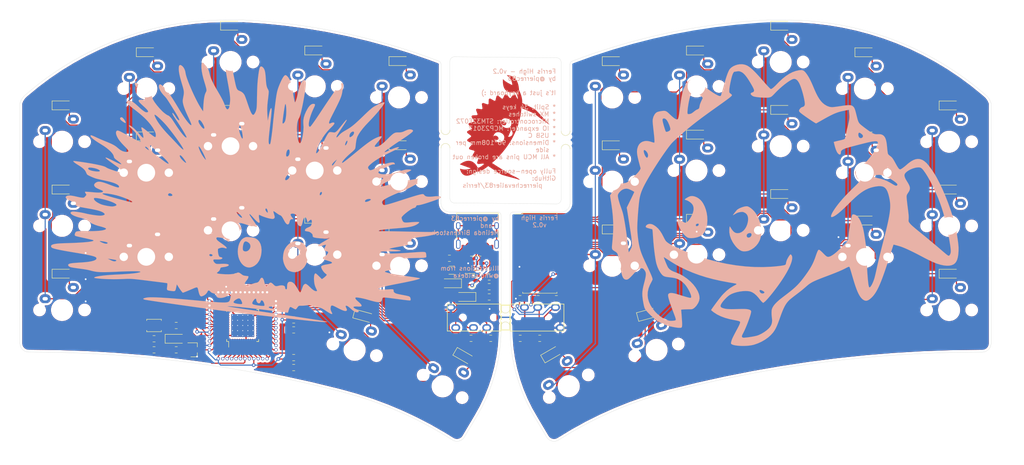
<source format=kicad_pcb>
(kicad_pcb (version 20171130) (host pcbnew 5.1.6)
  (layers (0 F.Cu signal) (31 B.Cu signal) (34 B.Paste user) (35 F.Paste user) (36 B.SilkS user) (37 F.SilkS user) (38 B.Mask user) (39 F.Mask user) (44 Edge.Cuts user))
  (net 0 "")
  (net 1 +5V)
  (net 2 VCC)
  (net 3 /col4)
  (net 4 "Net-(J1-PadA5)")
  (net 5 "Net-(J1-PadB5)")
  (net 6 /col0)
  (net 7 /col8)
  (net 8 /col5)
  (net 9 /col2)
  (net 10 /col1)
  (net 11 /col3)
  (net 12 /col6)
  (net 13 /col7)
  (net 14 /col9)
  (net 15 /row0,0)
  (net 16 /row1,0)
  (net 17 /row1,1)
  (net 18 /row0,1)
  (net 19 /row0,2)
  (net 20 /row0,3)
  (net 21 /row1,3)
  (net 22 /row1,2)
  (net 23 VDD)
  (net 24 "Net-(D0_0-Pad2)")
  (net 25 "Net-(D0_1-Pad2)")
  (net 26 "Net-(D0_2-Pad2)")
  (net 27 "Net-(D0_3-Pad2)")
  (net 28 "Net-(D0_5-Pad2)")
  (net 29 "Net-(D0_6-Pad2)")
  (net 30 "Net-(D0_7-Pad2)")
  (net 31 "Net-(D0_8-Pad2)")
  (net 32 "Net-(D0_9-Pad2)")
  (net 33 "Net-(D1_0-Pad2)")
  (net 34 "Net-(D1_1-Pad2)")
  (net 35 "Net-(D1_2-Pad2)")
  (net 36 "Net-(D1_3-Pad2)")
  (net 37 "Net-(D1_4-Pad2)")
  (net 38 "Net-(D1_5-Pad2)")
  (net 39 "Net-(D1_6-Pad2)")
  (net 40 "Net-(D1_7-Pad2)")
  (net 41 "Net-(D1_8-Pad2)")
  (net 42 "Net-(D1_9-Pad2)")
  (net 43 "Net-(D2_0-Pad2)")
  (net 44 "Net-(D2_1-Pad2)")
  (net 45 "Net-(D2_2-Pad2)")
  (net 46 "Net-(D2_3-Pad2)")
  (net 47 "Net-(D2_4-Pad2)")
  (net 48 "Net-(D2_5-Pad2)")
  (net 49 "Net-(D2_6-Pad2)")
  (net 50 "Net-(D2_7-Pad2)")
  (net 51 "Net-(D2_8-Pad2)")
  (net 52 "Net-(D2_9-Pad2)")
  (net 53 "Net-(D3_3-Pad2)")
  (net 54 "Net-(D3_4-Pad2)")
  (net 55 "Net-(D3_5-Pad2)")
  (net 56 "Net-(D3_6-Pad2)")
  (net 57 "Net-(D0_4-Pad2)")
  (net 58 /D-)
  (net 59 /D+)
  (net 60 GND)
  (net 61 +3V3)
  (net 62 BOOT0)
  (net 63 NRST)
  (net 64 "Net-(D3-Pad2)")
  (net 65 "Net-(J1-PadS1)")
  (net 66 i2c_sda)
  (net 67 i2c_scl)
  (net 68 i2c_sda_right)
  (net 69 i2c_scl_right)
  (net 70 "Net-(R6-Pad1)")
  (net 71 "Net-(U1-Pad2)")
  (net 72 "Net-(U1-Pad3)")
  (net 73 "Net-(U1-Pad4)")
  (net 74 "Net-(U1-Pad5)")
  (net 75 "Net-(U1-Pad6)")
  (net 76 "Net-(U1-Pad10)")
  (net 77 "Net-(U1-Pad11)")
  (net 78 "Net-(U1-Pad13)")
  (net 79 "Net-(U1-Pad14)")
  (net 80 "Net-(U1-Pad15)")
  (net 81 "Net-(U1-Pad16)")
  (net 82 "Net-(U1-Pad17)")
  (net 83 "Net-(U1-Pad18)")
  (net 84 "Net-(U1-Pad19)")
  (net 85 "Net-(U1-Pad20)")
  (net 86 "Net-(U1-Pad25)")
  (net 87 "Net-(U1-Pad26)")
  (net 88 "Net-(U1-Pad27)")
  (net 89 "Net-(U1-Pad28)")
  (net 90 "Net-(U1-Pad29)")
  (net 91 "Net-(U1-Pad30)")
  (net 92 "Net-(U1-Pad31)")
  (net 93 "Net-(U1-Pad34)")
  (net 94 "Net-(U1-Pad46)")
  (module copper_pads:ferris_high (layer F.Cu) (at 123.5 40.14 62)
    (fp_text reference G*** hide)
    (fp_text value LOGO hide)
    (fp_poly (pts (xy 0.182381 -8.104481) (xy 0.210786 -8.100348) (xy 0.238121 -8.091124) (xy 0.265191 -8.078574) (xy 0.297338 -8.060338) (xy 0.326963 -8.039461) (xy 0.346122 -8.022025) (xy 0.356869 -8.007447) (xy 0.374872 -7.980331) (xy 0.398829 -7.942749) (xy 0.427443 -7.896777) (xy 0.459412 -7.844489) (xy 0.493437 -7.787959) (xy 0.506467 -7.766082) (xy 0.547969 -7.696181) (xy 0.59405 -7.618552) (xy 0.641953 -7.537842) (xy 0.688917 -7.458699) (xy 0.732187 -7.38577) (xy 0.762138 -7.335277) (xy 0.883303 -7.130988) (xy 0.934834 -7.12599) (xy 0.971062 -7.122589) (xy 1.014113 -7.118704) (xy 1.049866 -7.11559) (xy 1.113366 -7.110186) (xy 1.384299 -7.413285) (xy 1.441338 -7.477082) (xy 1.497217 -7.53956) (xy 1.550456 -7.599062) (xy 1.599569 -7.653932) (xy 1.643075 -7.702512) (xy 1.679489 -7.743146) (xy 1.70733 -7.774178) (xy 1.722805 -7.791391) (xy 1.771869 -7.841609) (xy 1.817008 -7.877918) (xy 1.861102 -7.901912) (xy 1.907032 -7.91519) (xy 1.95358 -7.919314) (xy 2.003864 -7.916211) (xy 2.049813 -7.906596) (xy 2.055381 -7.90479) (xy 2.09712 -7.884146) (xy 2.139576 -7.852569) (xy 2.177266 -7.814884) (xy 2.20471 -7.775916) (xy 2.207122 -7.771244) (xy 2.213346 -7.756472) (xy 2.224665 -7.727332) (xy 2.240497 -7.685409) (xy 2.260255 -7.632286) (xy 2.283356 -7.569547) (xy 2.309217 -7.498776) (xy 2.337252 -7.421559) (xy 2.366877 -7.339478) (xy 2.386244 -7.285566) (xy 2.416161 -7.202153) (xy 2.444454 -7.123312) (xy 2.47059 -7.050522) (xy 2.494038 -6.985261) (xy 2.514266 -6.929007) (xy 2.530743 -6.883239) (xy 2.542937 -6.849436) (xy 2.550317 -6.829075) (xy 2.552324 -6.823638) (xy 2.562653 -6.815508) (xy 2.587508 -6.804045) (xy 2.624987 -6.790036) (xy 2.668326 -6.775776) (xy 2.779152 -6.741109) (xy 3.168171 -7.032519) (xy 3.240623 -7.086661) (xy 3.309921 -7.138195) (xy 3.374722 -7.186137) (xy 3.433683 -7.229508) (xy 3.485463 -7.267325) (xy 3.528718 -7.298606) (xy 3.562105 -7.32237) (xy 3.584282 -7.337635) (xy 3.592578 -7.342825) (xy 3.613098 -7.352205) (xy 3.634994 -7.357935) (xy 3.663248 -7.360829) (xy 3.702839 -7.361696) (xy 3.708399 -7.361702) (xy 3.748513 -7.361118) (xy 3.777057 -7.358733) (xy 3.799373 -7.353571) (xy 3.820804 -7.344656) (xy 3.831506 -7.3392) (xy 3.869253 -7.314115) (xy 3.907071 -7.280312) (xy 3.939333 -7.243323) (xy 3.957004 -7.215847) (xy 3.961726 -7.20614) (xy 3.96617 -7.195252) (xy 3.970576 -7.18188) (xy 3.975185 -7.164718) (xy 3.980234 -7.14246) (xy 3.985963 -7.113802) (xy 3.992613 -7.077439) (xy 4.000421 -7.032065) (xy 4.009628 -6.976375) (xy 4.020472 -6.909065) (xy 4.033194 -6.828828) (xy 4.048032 -6.734361) (xy 4.063748 -6.633823) (xy 4.077631 -6.545604) (xy 4.090921 -6.462508) (xy 4.103366 -6.386021) (xy 4.114713 -6.317629) (xy 4.124712 -6.258818) (xy 4.13311 -6.211075) (xy 4.139654 -6.175885) (xy 4.144093 -6.154734) (xy 4.145981 -6.14891) (xy 4.155593 -6.144023) (xy 4.176941 -6.132444) (xy 4.207025 -6.115821) (xy 4.242844 -6.095801) (xy 4.248963 -6.092361) (xy 4.345027 -6.038314) (xy 4.430997 -6.078809) (xy 4.456577 -6.090914) (xy 4.495429 -6.109375) (xy 4.545549 -6.133237) (xy 4.604935 -6.161545) (xy 4.671584 -6.193343) (xy 4.743492 -6.227677) (xy 4.818659 -6.263592) (xy 4.8768 -6.291389) (xy 5.236633 -6.463475) (xy 5.317066 -6.463887) (xy 5.35877 -6.463367) (xy 5.388779 -6.460763) (xy 5.412284 -6.455267) (xy 5.434476 -6.446071) (xy 5.435863 -6.445392) (xy 5.485446 -6.413149) (xy 5.530497 -6.369316) (xy 5.565653 -6.319214) (xy 5.568622 -6.313671) (xy 5.578913 -6.292009) (xy 5.585847 -6.271206) (xy 5.590258 -6.24674) (xy 5.592981 -6.214086) (xy 5.594738 -6.1722) (xy 5.595115 -6.142943) (xy 5.594877 -6.099074) (xy 5.594072 -6.0429) (xy 5.59275 -5.976729) (xy 5.59096 -5.902869) (xy 5.588752 -5.823629) (xy 5.586174 -5.741315) (xy 5.584514 -5.692681) (xy 5.581711 -5.611093) (xy 5.579136 -5.53245) (xy 5.57685 -5.458852) (xy 5.574913 -5.392398) (xy 5.573384 -5.335189) (xy 5.572322 -5.289324) (xy 5.571789 -5.256904) (xy 5.571754 -5.243948) (xy 5.572442 -5.177367) (xy 5.659389 -5.103712) (xy 5.746336 -5.030058) (xy 6.211151 -5.145083) (xy 6.319574 -5.171852) (xy 6.412934 -5.19468) (xy 6.492589 -5.213766) (xy 6.559895 -5.229307) (xy 6.61621 -5.241504) (xy 6.66289 -5.250555) (xy 6.701292 -5.256657) (xy 6.732773 -5.260011) (xy 6.75869 -5.260815) (xy 6.780401 -5.259267) (xy 6.799261 -5.255567) (xy 6.816628 -5.249913) (xy 6.833859 -5.242504) (xy 6.843795 -5.23774) (xy 6.903285 -5.199779) (xy 6.950612 -5.150829) (xy 6.984624 -5.092609) (xy 7.004169 -5.026835) (xy 7.008105 -4.992562) (xy 7.008556 -4.978422) (xy 7.008113 -4.962755) (xy 7.006504 -4.944175) (xy 7.003459 -4.921292) (xy 6.998706 -4.892721) (xy 6.991974 -4.857074) (xy 6.982992 -4.812962) (xy 6.971488 -4.759) (xy 6.957192 -4.693799) (xy 6.939832 -4.615973) (xy 6.919138 -4.524132) (xy 6.900255 -4.440767) (xy 6.876449 -4.335522) (xy 6.856275 -4.245595) (xy 6.839501 -4.169816) (xy 6.825892 -4.107017) (xy 6.815214 -4.056028) (xy 6.807235 -4.01568) (xy 6.801721 -3.984805) (xy 6.798438 -3.962233) (xy 6.797152 -3.946796) (xy 6.797632 -3.937325) (xy 6.798938 -3.933543) (xy 6.808054 -3.920712) (xy 6.825257 -3.89798) (xy 6.848021 -3.868641) (xy 6.871984 -3.838293) (xy 6.93495 -3.7592) (xy 6.974792 -3.759255) (xy 6.990826 -3.759583) (xy 7.022032 -3.760503) (xy 7.066658 -3.761955) (xy 7.122955 -3.763878) (xy 7.189173 -3.76621) (xy 7.263563 -3.76889) (xy 7.344373 -3.771857) (xy 7.429855 -3.775051) (xy 7.461199 -3.776236) (xy 7.564688 -3.780111) (xy 7.652734 -3.78324) (xy 7.726812 -3.785578) (xy 7.788398 -3.787083) (xy 7.838968 -3.787711) (xy 7.879996 -3.787417) (xy 7.912959 -3.786157) (xy 7.939331 -3.783889) (xy 7.960589 -3.780567) (xy 7.978208 -3.776149) (xy 7.993664 -3.770591) (xy 8.008432 -3.763848) (xy 8.016543 -3.759748) (xy 8.0679 -3.72415) (xy 8.110411 -3.676389) (xy 8.142446 -3.619623) (xy 8.16237 -3.55701) (xy 8.168554 -3.491709) (xy 8.167125 -3.468366) (xy 8.165629 -3.457081) (xy 8.163152 -3.444564) (xy 8.159252 -3.429743) (xy 8.153488 -3.411546) (xy 8.145417 -3.388899) (xy 8.134599 -3.360731) (xy 8.120592 -3.325969) (xy 8.102954 -3.283541) (xy 8.081244 -3.232374) (xy 8.05502 -3.171396) (xy 8.02384 -3.099534) (xy 7.987263 -3.015715) (xy 7.944847 -2.918868) (xy 7.896151 -2.807919) (xy 7.880738 -2.772833) (xy 7.754268 -2.484966) (xy 7.807696 -2.376669) (xy 7.832549 -2.327982) (xy 7.851979 -2.293889) (xy 7.866725 -2.27321) (xy 7.877528 -2.264767) (xy 7.878145 -2.264606) (xy 7.889525 -2.262515) (xy 7.916007 -2.257883) (xy 7.955997 -2.250982) (xy 8.0079 -2.242084) (xy 8.070121 -2.231463) (xy 8.141065 -2.21939) (xy 8.219136 -2.206138) (xy 8.30274 -2.19198) (xy 8.347846 -2.184354) (xy 8.434225 -2.169704) (xy 8.516319 -2.155673) (xy 8.59247 -2.142554) (xy 8.66102 -2.130636) (xy 8.720313 -2.12021) (xy 8.76869 -2.111566) (xy 8.804494 -2.104995) (xy 8.826068 -2.100788) (xy 8.830947 -2.099676) (xy 8.881997 -2.077873) (xy 8.929723 -2.042496) (xy 8.970803 -1.996902) (xy 9.001912 -1.94445) (xy 9.013026 -1.915643) (xy 9.023267 -1.865878) (xy 9.026018 -1.810381) (xy 9.021375 -1.756307) (xy 9.01031 -1.713053) (xy 9.001247 -1.694928) (xy 8.983922 -1.66536) (xy 8.959846 -1.626737) (xy 8.930533 -1.581442) (xy 8.897494 -1.531861) (xy 8.868996 -1.490133) (xy 8.828501 -1.431493) (xy 8.785117 -1.36866) (xy 8.741661 -1.305712) (xy 8.700948 -1.24673) (xy 8.665796 -1.195794) (xy 8.652737 -1.176867) (xy 8.617853 -1.126342) (xy 8.580325 -1.07205) (xy 8.543549 -1.018902) (xy 8.510922 -0.971808) (xy 8.494589 -0.948267) (xy 8.42698 -0.8509) (xy 8.443446 -0.791633) (xy 8.452352 -0.761641) (xy 8.460376 -0.738197) (xy 8.465892 -0.726017) (xy 8.466195 -0.725651) (xy 8.474768 -0.72811) (xy 8.494084 -0.739419) (xy 8.521605 -0.757926) (xy 8.554794 -0.781973) (xy 8.569055 -0.792747) (xy 8.67542 -0.876327) (xy 8.785887 -0.967727) (xy 8.901998 -1.068284) (xy 9.025294 -1.179337) (xy 9.157317 -1.302223) (xy 9.173268 -1.317306) (xy 9.326033 -1.46198) (xy 9.535481 -1.930118) (xy 9.46401 -2.012809) (xy 9.338697 -2.167789) (xy 9.224835 -2.32908) (xy 9.123256 -2.495074) (xy 9.034792 -2.664163) (xy 8.960276 -2.834738) (xy 8.900539 -3.00519) (xy 8.856413 -3.173911) (xy 8.851713 -3.196393) (xy 8.82561 -3.362822) (xy 8.81449 -3.52914) (xy 8.81829 -3.693369) (xy 8.836949 -3.853534) (xy 8.870406 -4.007657) (xy 8.877676 -4.033512) (xy 8.932164 -4.190771) (xy 9.003163 -4.34524) (xy 9.090438 -4.496657) (xy 9.193758 -4.644761) (xy 9.31289 -4.78929) (xy 9.447599 -4.929984) (xy 9.597653 -5.066581) (xy 9.76282 -5.198819) (xy 9.942865 -5.326438) (xy 10.137557 -5.449175) (xy 10.143066 -5.45245) (xy 10.192726 -5.481249) (xy 10.249506 -5.513037) (xy 10.31155 -5.546876) (xy 10.377001 -5.581824) (xy 10.444002 -5.616941) (xy 10.510695 -5.651286) (xy 10.575224 -5.683918) (xy 10.635733 -5.713898) (xy 10.690363 -5.740284) (xy 10.737258 -5.762137) (xy 10.774562 -5.778514) (xy 10.800417 -5.788477) (xy 10.811863 -5.7912) (xy 10.814005 -5.784615) (xy 10.80874 -5.767904) (xy 10.804809 -5.75945) (xy 10.795141 -5.737307) (xy 10.782538 -5.704482) (xy 10.769066 -5.666475) (xy 10.762657 -5.647266) (xy 10.724292 -5.515148) (xy 10.690502 -5.368122) (xy 10.661248 -5.205935) (xy 10.636495 -5.028331) (xy 10.616205 -4.835055) (xy 10.600341 -4.62585) (xy 10.591877 -4.4704) (xy 10.589616 -4.411721) (xy 10.587785 -4.343708) (xy 10.586372 -4.268009) (xy 10.58536 -4.186268) (xy 10.584735 -4.100132) (xy 10.584483 -4.011246) (xy 10.58459 -3.921256) (xy 10.58504 -3.831807) (xy 10.58582 -3.744546) (xy 10.586914 -3.661119) (xy 10.588308 -3.58317) (xy 10.589987 -3.512346) (xy 10.591938 -3.450293) (xy 10.594144 -3.398656) (xy 10.596593 -3.359082) (xy 10.599268 -3.333215) (xy 10.602034 -3.32281) (xy 10.6117 -3.324028) (xy 10.633093 -3.332422) (xy 10.663374 -3.346534) (xy 10.699703 -3.364908) (xy 10.73924 -3.386087) (xy 10.779145 -3.408614) (xy 10.816577 -3.431032) (xy 10.831927 -3.440741) (xy 10.931812 -3.511348) (xy 11.034257 -3.595207) (xy 11.136406 -3.689527) (xy 11.235401 -3.791516) (xy 11.328387 -3.898383) (xy 11.412507 -4.007336) (xy 11.414516 -4.010123) (xy 11.524637 -4.176327) (xy 11.625746 -4.355826) (xy 11.717259 -4.547228) (xy 11.798592 -4.749139) (xy 11.869161 -4.960168) (xy 11.92838 -5.178921) (xy 11.955146 -5.298386) (xy 11.964059 -5.341529) (xy 11.971586 -5.378572) (xy 11.977115 -5.406453) (xy 11.980033 -5.42211) (xy 11.980333 -5.424306) (xy 11.984305 -5.426505) (xy 11.995254 -5.415866) (xy 12.011725 -5.394236) (xy 12.032267 -5.363464) (xy 12.047244 -5.339217) (xy 12.135545 -5.176186) (xy 12.210747 -5.003285) (xy 12.272309 -4.822003) (xy 12.319687 -4.633828) (xy 12.337004 -4.542829) (xy 12.34496 -4.484438) (xy 12.351422 -4.413442) (xy 12.356264 -4.334113) (xy 12.359361 -4.250723) (xy 12.360588 -4.167544) (xy 12.359818 -4.08885) (xy 12.356926 -4.018913) (xy 12.35362 -3.977924) (xy 12.325391 -3.786626) (xy 12.280386 -3.597387) (xy 12.218646 -3.410287) (xy 12.140211 -3.225402) (xy 12.045124 -3.042811) (xy 11.933424 -2.862591) (xy 11.805153 -2.68482) (xy 11.660351 -2.509577) (xy 11.49906 -2.336938) (xy 11.481515 -2.31931) (xy 11.316998 -2.162245) (xy 11.143145 -2.01065) (xy 10.958367 -1.863298) (xy 10.761075 -1.718967) (xy 10.54968 -1.576431) (xy 10.374168 -1.465826) (xy 10.341691 -1.445721) (xy 10.316998 -1.429213) (xy 10.297136 -1.413348) (xy 10.279155 -1.395168) (xy 10.260103 -1.37172) (xy 10.237028 -1.340046) (xy 10.209796 -1.301224) (xy 10.046705 -1.07871) (xy 9.871959 -0.861075) (xy 9.68761 -0.650522) (xy 9.495714 -0.449254) (xy 9.298322 -0.259475) (xy 9.097487 -0.083387) (xy 9.002597 -0.006066) (xy 8.832819 0.12346) (xy 8.665279 0.239931) (xy 8.495864 0.345986) (xy 8.320462 0.444266) (xy 8.22325 0.494312) (xy 8.176018 0.518124) (xy 8.141912 0.535989) (xy 8.118818 0.549345) (xy 8.104625 0.559631) (xy 8.097219 0.568284) (xy 8.094488 0.576742) (xy 8.094214 0.582136) (xy 8.094662 0.597759) (xy 8.095858 0.627173) (xy 8.097662 0.667259) (xy 8.099934 0.714899) (xy 8.102496 0.766234) (xy 8.11045 0.928718) (xy 8.11848 1.104989) (xy 8.126482 1.29213) (xy 8.134353 1.487222) (xy 8.141987 1.68735) (xy 8.149283 1.889596) (xy 8.156135 2.091042) (xy 8.162441 2.288771) (xy 8.168097 2.479867) (xy 8.172999 2.661412) (xy 8.177043 2.830488) (xy 8.178773 2.912534) (xy 8.18113 3.054599) (xy 8.182416 3.18986) (xy 8.182658 3.317188) (xy 8.181879 3.435452) (xy 8.180105 3.543522) (xy 8.177359 3.640269) (xy 8.173666 3.724562) (xy 8.169051 3.795273) (xy 8.163538 3.851271) (xy 8.157518 3.889689) (xy 8.144286 3.946773) (xy 8.124947 4.019523) (xy 8.09954 4.107828) (xy 8.068101 4.211576) (xy 8.030671 4.330653) (xy 7.987286 4.464949) (xy 7.937986 4.614351) (xy 7.882809 4.778747) (xy 7.821793 4.958025) (xy 7.754976 5.152072) (xy 7.682397 5.360776) (xy 7.604094 5.584027) (xy 7.520106 5.82171) (xy 7.43047 6.073714) (xy 7.335225 6.339928) (xy 7.23441 6.620238) (xy 7.128062 6.914533) (xy 7.050134 7.129386) (xy 7.013576 7.232624) (xy 6.976968 7.340802) (xy 6.942044 7.448589) (xy 6.910536 7.550653) (xy 6.887738 7.62892) (xy 6.852836 7.750924) (xy 6.820444 7.859914) (xy 6.79072 7.955443) (xy 6.763821 8.037063) (xy 6.739904 8.104328) (xy 6.719129 8.15679) (xy 6.701652 8.194002) (xy 6.687632 8.215517) (xy 6.678753 8.221133) (xy 6.674774 8.215765) (xy 6.672715 8.198616) (xy 6.672519 8.168118) (xy 6.67413 8.122704) (xy 6.674749 8.110001) (xy 6.678844 8.046131) (xy 6.685376 7.966819) (xy 6.694183 7.873354) (xy 6.705099 7.767027) (xy 6.717959 7.649125) (xy 6.732598 7.52094) (xy 6.748852 7.38376) (xy 6.766556 7.238876) (xy 6.785545 7.087577) (xy 6.805655 6.931153) (xy 6.826719 6.770893) (xy 6.848575 6.608086) (xy 6.871056 6.444024) (xy 6.893999 6.279994) (xy 6.917237 6.117288) (xy 6.940607 5.957194) (xy 6.963944 5.801002) (xy 6.987083 5.650001) (xy 6.998104 5.579533) (xy 7.02515 5.409709) (xy 7.05036 5.255469) (xy 7.073954 5.115591) (xy 7.096156 4.988853) (xy 7.117188 4.874031) (xy 7.137273 4.769904) (xy 7.156632 4.675247) (xy 7.175487 4.588839) (xy 7.188363 4.533209) (xy 7.202357 4.469047) (xy 7.213883 4.403927) (xy 7.223042 4.335961) (xy 7.229932 4.26326) (xy 7.234655 4.183936) (xy 7.23731 4.0961) (xy 7.237996 3.997862) (xy 7.236815 3.887336) (xy 7.233865 3.76263) (xy 7.232136 3.705962) (xy 7.229301 3.625512) (xy 7.225814 3.538953) (xy 7.221775 3.44795) (xy 7.217283 3.354165) (xy 7.212438 3.259265) (xy 7.20734 3.164912) (xy 7.202088 3.072771) (xy 7.196781 2.984506) (xy 7.19152 2.901781) (xy 7.186404 2.82626) (xy 7.181532 2.759608) (xy 7.177005 2.703487) (xy 7.172921 2.659563) (xy 7.16938 2.6295) (xy 7.166907 2.6162) (xy 7.165164 2.604477) (xy 7.162288 2.578374) (xy 7.15852 2.54039) (xy 7.154103 2.493023) (xy 7.149279 2.438771) (xy 7.14598 2.4003) (xy 7.140369 2.334991) (xy 7.133839 2.260865) (xy 7.12662 2.180365) (xy 7.11894 2.095938) (xy 7.111028 2.010029) (xy 7.103113 1.925082) (xy 7.095422 1.843542) (xy 7.088184 1.767854) (xy 7.081628 1.700464) (xy 7.075982 1.643816) (xy 7.071476 1.600355) (xy 7.069703 1.584181) (xy 7.066414 1.551152) (xy 7.064615 1.524893) (xy 7.064568 1.509673) (xy 7.065015 1.507742) (xy 7.065687 1.497352) (xy 7.06451 1.474562) (xy 7.061738 1.443772) (xy 7.060772 1.434862) (xy 7.057695 1.406954) (xy 7.053205 1.365575) (xy 7.047662 1.314094) (xy 7.041429 1.255879) (xy 7.034869 1.194299) (xy 7.031223 1.159934) (xy 7.025011 1.10212) (xy 7.019212 1.049669) (xy 7.014106 1.005005) (xy 7.009975 0.970553) (xy 7.0071 0.948738) (xy 7.005953 0.942173) (xy 6.99732 0.940401) (xy 6.974859 0.946662) (xy 6.938223 0.961069) (xy 6.907047 0.974676) (xy 6.841071 1.003692) (xy 6.762562 1.037327) (xy 6.674826 1.07422) (xy 6.581172 1.113011) (xy 6.484907 1.152339) (xy 6.389341 1.190842) (xy 6.29778 1.227161) (xy 6.213709 1.259867) (xy 5.738187 1.433568) (xy 5.25588 1.591771) (xy 4.766862 1.73446) (xy 4.271204 1.86162) (xy 3.76898 1.973235) (xy 3.260262 2.06929) (xy 2.745122 2.149769) (xy 2.223633 2.214658) (xy 1.695868 2.263941) (xy 1.384299 2.285527) (xy 1.146806 2.297786) (xy 0.896525 2.306758) (xy 0.637278 2.312441) (xy 0.372888 2.314836) (xy 0.107178 2.313942) (xy -0.156029 2.30976) (xy -0.41291 2.302289) (xy -0.659644 2.291529) (xy -0.766234 2.28562) (xy -1.280863 2.248275) (xy -1.797526 2.197403) (xy -2.314847 2.1333) (xy -2.831449 2.056267) (xy -3.345954 1.9666) (xy -3.856988 1.864599) (xy -4.363172 1.75056) (xy -4.86313 1.624782) (xy -5.355486 1.487563) (xy -5.807529 1.348819) (xy -0.139557 1.348819) (xy -0.137006 1.363389) (xy -0.127641 1.386917) (xy -0.111257 1.42187) (xy -0.099091 1.447048) (xy -0.050631 1.533484) (xy 0.00851 1.613452) (xy 0.080227 1.689125) (xy 0.166412 1.762676) (xy 0.194733 1.784179) (xy 0.277699 1.839002) (xy 0.366139 1.885411) (xy 0.45529 1.92116) (xy 0.529166 1.941727) (xy 0.578551 1.949248) (xy 0.637865 1.953647) (xy 0.700488 1.954802) (xy 0.7598 1.952592) (xy 0.809128 1.946902) (xy 0.91399 1.920124) (xy 1.017599 1.877948) (xy 1.118038 1.821895) (xy 1.213392 1.753489) (xy 1.301745 1.67425) (xy 1.381181 1.585702) (xy 1.449785 1.489365) (xy 1.50055 1.397541) (xy 1.51692 1.360818) (xy 1.534553 1.31713) (xy 1.549735 1.275699) (xy 1.550234 1.274234) (xy 1.573206 1.2065) (xy 1.554422 1.203974) (xy 1.543909 1.204327) (xy 1.517928 1.205932) (xy 1.47789 1.20868) (xy 1.425208 1.21246) (xy 1.361291 1.217161) (xy 1.28755 1.222673) (xy 1.205397 1.228885) (xy 1.116243 1.235687) (xy 1.021499 1.242969) (xy 0.922575 1.25062) (xy 0.820883 1.25853) (xy 0.717834 1.266587) (xy 0.614838 1.274683) (xy 0.513307 1.282705) (xy 0.414652 1.290544) (xy 0.320283 1.298089) (xy 0.231612 1.30523) (xy 0.15005 1.311857) (xy 0.077008 1.317858) (xy 0.013896 1.323124) (xy -0.037874 1.327543) (xy -0.076891 1.331006) (xy -0.101745 1.333402) (xy -0.108338 1.334154) (xy -0.12502 1.336671) (xy -0.135494 1.340736) (xy -0.139557 1.348819) (xy -5.807529 1.348819) (xy -5.838863 1.339202) (xy -6.311885 1.179995) (xy -6.773174 1.010242) (xy -6.918982 0.953387) (xy -6.964936 0.935403) (xy -7.005655 0.91982) (xy -7.038449 0.907642) (xy -7.060625 0.899868) (xy -7.069265 0.897467) (xy -7.075734 0.904773) (xy -7.078238 0.92075) (xy -7.079013 0.936887) (xy -7.081088 0.966462) (xy -7.084196 1.006052) (xy -7.088074 1.052233) (xy -7.090844 1.083734) (xy -7.09587 1.143358) (xy -7.101226 1.212701) (xy -7.106383 1.284571) (xy -7.110814 1.351774) (xy -7.11227 1.375834) (xy -7.116112 1.436012) (xy -7.120778 1.500767) (xy -7.125794 1.563964) (xy -7.130683 1.619467) (xy -7.132944 1.642534) (xy -7.138565 1.700042) (xy -7.14512 1.772015) (xy -7.152503 1.857016) (xy -7.160609 1.953603) (xy -7.169333 2.06034) (xy -7.178567 2.175785) (xy -7.188207 2.2985) (xy -7.198148 2.427047) (xy -7.208282 2.559985) (xy -7.218505 2.695876) (xy -7.228711 2.833281) (xy -7.238795 2.97076) (xy -7.248649 3.106874) (xy -7.25817 3.240184) (xy -7.26725 3.369252) (xy -7.275785 3.492637) (xy -7.283669 3.608902) (xy -7.290795 3.716606) (xy -7.297059 3.81431) (xy -7.302355 3.900576) (xy -7.306576 3.973964) (xy -7.309618 4.033036) (xy -7.311103 4.068234) (xy -7.312567 4.103387) (xy -7.314927 4.152805) (xy -7.318042 4.213849) (xy -7.321771 4.283882) (xy -7.325974 4.360267) (xy -7.330508 4.440365) (xy -7.335234 4.521541) (xy -7.336217 4.538134) (xy -7.350141 4.777759) (xy -7.36262 5.003689) (xy -7.373646 5.215668) (xy -7.383211 5.413443) (xy -7.391308 5.596761) (xy -7.397927 5.765368) (xy -7.403061 5.91901) (xy -7.406702 6.057434) (xy -7.408842 6.180387) (xy -7.409473 6.287613) (xy -7.408586 6.378861) (xy -7.406173 6.453876) (xy -7.402227 6.512405) (xy -7.399764 6.534738) (xy -7.389251 6.629696) (xy -7.380375 6.738166) (xy -7.373198 6.856869) (xy -7.367781 6.982526) (xy -7.364185 7.111858) (xy -7.362472 7.241585) (xy -7.362704 7.368427) (xy -7.364941 7.489106) (xy -7.369246 7.600342) (xy -7.375679 7.698855) (xy -7.377548 7.720249) (xy -7.385742 7.800442) (xy -7.395151 7.877931) (xy -7.405447 7.951018) (xy -7.416304 8.018004) (xy -7.427395 8.077189) (xy -7.438394 8.126875) (xy -7.448973 8.165362) (xy -7.458806 8.190951) (xy -7.467566 8.201943) (xy -7.470206 8.202064) (xy -7.480075 8.190818) (xy -7.491718 8.162928) (xy -7.50509 8.118589) (xy -7.520149 8.057993) (xy -7.53685 7.981334) (xy -7.555149 7.888803) (xy -7.575003 7.780595) (xy -7.596368 7.656902) (xy -7.603091 7.616652) (xy -7.614513 7.552152) (xy -7.629457 7.474591) (xy -7.647223 7.387311) (xy -7.667111 7.293649) (xy -7.688421 7.196946) (xy -7.710454 7.10054) (xy -7.718053 7.068137) (xy -7.776177 6.821179) (xy -7.832514 6.580154) (xy -7.886919 6.34573) (xy -7.939245 6.11857) (xy -7.989345 5.899342) (xy -8.037074 5.688709) (xy -8.082285 5.487338) (xy -8.124831 5.295894) (xy -8.164566 5.115043) (xy -8.201344 4.94545) (xy -8.235018 4.787781) (xy -8.265442 4.642701) (xy -8.292469 4.510875) (xy -8.315953 4.39297) (xy -8.335747 4.28965) (xy -8.351706 4.201582) (xy -8.361311 4.144434) (xy -8.36715 4.099357) (xy -8.371344 4.04647) (xy -8.373862 3.985001) (xy -8.374671 3.914178) (xy -8.373739 3.83323) (xy -8.371035 3.741384) (xy -8.366527 3.637868) (xy -8.360182 3.521912) (xy -8.351968 3.392743) (xy -8.341855 3.24959) (xy -8.329809 3.09168) (xy -8.315799 2.918242) (xy -8.305385 2.794) (xy -8.294557 2.668073) (xy -8.282874 2.53519) (xy -8.270471 2.396739) (xy -8.257484 2.254107) (xy -8.24405 2.108684) (xy -8.230303 1.961857) (xy -8.21638 1.815016) (xy -8.202417 1.669548) (xy -8.18855 1.526841) (xy -8.174914 1.388285) (xy -8.161646 1.255267) (xy -8.148881 1.129176) (xy -8.136755 1.0114) (xy -8.125405 0.903327) (xy -8.114965 0.806346) (xy -8.105573 0.721845) (xy -8.097363 0.651213) (xy -8.090472 0.595837) (xy -8.089494 0.588434) (xy -8.08356 0.542037) (xy -8.08033 0.509754) (xy -8.07991 0.488962) (xy -8.082409 0.477041) (xy -8.087933 0.471372) (xy -8.094353 0.469611) (xy -8.10963 0.464975) (xy -8.138245 0.453979) (xy -8.178227 0.437506) (xy -8.227608 0.416438) (xy -8.284418 0.391658) (xy -8.346688 0.364048) (xy -8.412448 0.334491) (xy -8.479729 0.303868) (xy -8.546561 0.273062) (xy -8.610976 0.242956) (xy -8.671003 0.214432) (xy -8.724674 0.188372) (xy -8.748823 0.176385) (xy -8.923736 0.08534) (xy -9.098052 -0.012001) (xy -9.268194 -0.113472) (xy -9.430587 -0.216908) (xy -9.581654 -0.320143) (xy -9.648044 -0.368212) (xy -9.656508 -0.374762) (xy -2.310309 -0.374762) (xy -2.307274 -0.242456) (xy -2.289625 -0.115786) (xy -2.259269 0) (xy -2.212535 0.116474) (xy -2.150462 0.226785) (xy -2.07368 0.3304) (xy -1.98282 0.426785) (xy -1.878513 0.515405) (xy -1.761391 0.595727) (xy -1.632083 0.667217) (xy -1.491222 0.729342) (xy -1.339437 0.781567) (xy -1.3335 0.783338) (xy -1.302759 0.792593) (xy -1.281251 0.798689) (xy -1.264349 0.801965) (xy -1.247421 0.802758) (xy -1.225839 0.801407) (xy -1.194971 0.798251) (xy -1.168114 0.795432) (xy -1.015056 0.772995) (xy -0.87341 0.738318) (xy -0.743291 0.691482) (xy -0.624815 0.632573) (xy -0.518098 0.561673) (xy -0.423256 0.478865) (xy -0.340405 0.384233) (xy -0.26966 0.277861) (xy -0.211138 0.159831) (xy -0.183136 0.086915) (xy -0.147916 -0.035828) (xy -0.12326 -0.168383) (xy -0.109171 -0.307329) (xy -0.105653 -0.449242) (xy -0.105693 -0.450046) (xy 1.33367 -0.450046) (xy 1.333802 -0.381317) (xy 1.335775 -0.313604) (xy 1.339548 -0.251335) (xy 1.345078 -0.198934) (xy 1.349049 -0.174927) (xy 1.375643 -0.068875) (xy 1.412465 0.037219) (xy 1.457484 0.138446) (xy 1.508666 0.229897) (xy 1.529903 0.261917) (xy 1.591905 0.345878) (xy 1.656279 0.424126) (xy 1.721058 0.494611) (xy 1.784272 0.555283) (xy 1.843955 0.604095) (xy 1.884897 0.631499) (xy 1.952148 0.668404) (xy 2.015758 0.696049) (xy 2.079742 0.71539) (xy 2.148116 0.727386) (xy 2.224896 0.732994) (xy 2.311399 0.733232) (xy 2.367425 0.731683) (xy 2.411242 0.72942) (xy 2.447574 0.725866) (xy 2.481147 0.720445) (xy 2.516685 0.712579) (xy 2.549673 0.704147) (xy 2.668805 0.667175) (xy 2.791419 0.618994) (xy 2.912702 0.561913) (xy 3.027841 0.498241) (xy 3.132024 0.430285) (xy 3.153833 0.414365) (xy 3.232838 0.344913) (xy 3.301647 0.262583) (xy 3.359632 0.168467) (xy 3.406167 0.063655) (xy 3.440625 -0.05076) (xy 3.45202 -0.105062) (xy 3.459683 -0.162485) (xy 3.464425 -0.231882) (xy 3.466254 -0.308548) (xy 3.465182 -0.38778) (xy 3.461218 -0.464874) (xy 3.454373 -0.535125) (xy 3.451056 -0.5588) (xy 3.429242 -0.674937) (xy 3.399104 -0.798222) (xy 3.362135 -0.924028) (xy 3.319827 -1.04773) (xy 3.273673 -1.164699) (xy 3.225166 -1.270309) (xy 3.21517 -1.289937) (xy 3.197519 -1.321686) (xy 3.179203 -1.348521) (xy 3.156783 -1.374571) (xy 3.126819 -1.403964) (xy 3.099511 -1.428742) (xy 3.005032 -1.507247) (xy 2.913249 -1.57143) (xy 2.821323 -1.622972) (xy 2.726411 -1.663553) (xy 2.671233 -1.682014) (xy 2.642421 -1.690436) (xy 2.617312 -1.696547) (xy 2.592256 -1.700721) (xy 2.563604 -1.703334) (xy 2.527706 -1.704761) (xy 2.480915 -1.705378) (xy 2.442633 -1.705522) (xy 2.386294 -1.705444) (xy 2.343122 -1.704708) (xy 2.309354 -1.702955) (xy 2.281228 -1.699825) (xy 2.25498 -1.694959) (xy 2.226847 -1.687999) (xy 2.209799 -1.683314) (xy 2.170001 -1.67158) (xy 2.131706 -1.65928) (xy 2.101 -1.648404) (xy 2.091369 -1.644544) (xy 2.053373 -1.628295) (xy 2.123973 -1.623456) (xy 2.193689 -1.612233) (xy 2.257463 -1.587742) (xy 2.318321 -1.548604) (xy 2.353485 -1.518637) (xy 2.416664 -1.448715) (xy 2.467971 -1.367364) (xy 2.507018 -1.275597) (xy 2.533419 -1.174427) (xy 2.546789 -1.064865) (xy 2.548466 -1.007533) (xy 2.541712 -0.891433) (xy 2.521362 -0.785098) (xy 2.487283 -0.688023) (xy 2.442481 -0.604558) (xy 2.38751 -0.531491) (xy 2.326736 -0.473652) (xy 2.261537 -0.43104) (xy 2.19329 -0.403654) (xy 2.123373 -0.391494) (xy 2.053161 -0.394558) (xy 1.984033 -0.412846) (xy 1.917365 -0.446356) (xy 1.854535 -0.495089) (xy 1.79692 -0.559043) (xy 1.765278 -0.60496) (xy 1.720187 -0.6893) (xy 1.687921 -0.778085) (xy 1.667793 -0.873967) (xy 1.659113 -0.979598) (xy 1.658641 -1.016) (xy 1.665777 -1.126637) (xy 1.686367 -1.2309) (xy 1.71987 -1.327209) (xy 1.765745 -1.413985) (xy 1.819463 -1.485227) (xy 1.841499 -1.509954) (xy 1.811866 -1.489519) (xy 1.793048 -1.475602) (xy 1.765426 -1.454013) (xy 1.733127 -1.428016) (xy 1.708337 -1.407609) (xy 1.676266 -1.379562) (xy 1.648504 -1.351622) (xy 1.623252 -1.321175) (xy 1.598705 -1.285607) (xy 1.573064 -1.242302) (xy 1.544524 -1.188646) (xy 1.511286 -1.122024) (xy 1.510697 -1.120821) (xy 1.443108 -0.966133) (xy 1.389287 -0.807493) (xy 1.350447 -0.648573) (xy 1.344757 -0.618067) (xy 1.339105 -0.572847) (xy 1.335424 -0.515365) (xy 1.33367 -0.450046) (xy -0.105693 -0.450046) (xy -0.112707 -0.590698) (xy -0.130339 -0.728274) (xy -0.158549 -0.858547) (xy -0.182192 -0.936606) (xy -0.236724 -1.074951) (xy -0.301109 -1.19978) (xy -0.375218 -1.310978) (xy -0.458926 -1.408426) (xy -0.552106 -1.492007) (xy -0.65463 -1.561604) (xy -0.766372 -1.617099) (xy -0.778865 -1.621367) (xy 2.040466 -1.621367) (xy 2.044699 -1.617133) (xy 2.048933 -1.621367) (xy 2.044699 -1.6256) (xy 2.040466 -1.621367) (xy -0.778865 -1.621367) (xy -0.887204 -1.658376) (xy -0.986364 -1.680396) (xy -1.120887 -1.696033) (xy -1.262401 -1.697637) (xy -1.40874 -1.685417) (xy -1.557735 -1.659585) (xy -1.707219 -1.620349) (xy -1.75073 -1.606367) (xy -1.857605 -1.570567) (xy -1.891886 -1.522241) (xy -1.913209 -1.492688) (xy -1.934269 -1.464314) (xy -1.94833 -1.446041) (xy -1.967608 -1.420584) (xy -1.983508 -1.397413) (xy -1.993817 -1.380003) (xy -1.996324 -1.371824) (xy -1.995757 -1.3716) (xy -1.989238 -1.378129) (xy -1.976823 -1.395029) (xy -1.965006 -1.412781) (xy -1.926812 -1.462346) (xy -1.878631 -1.509998) (xy -1.825935 -1.550862) (xy -1.780436 -1.577212) (xy -1.752107 -1.58995) (xy -1.72864 -1.597959) (xy -1.704382 -1.602321) (xy -1.673678 -1.604117) (xy -1.638122 -1.604433) (xy -1.597812 -1.604012) (xy -1.568866 -1.602015) (xy -1.545722 -1.597339) (xy -1.522819 -1.588882) (xy -1.496113 -1.576291) (xy -1.425626 -1.532383) (xy -1.361926 -1.474) (xy -1.306352 -1.402701) (xy -1.260247 -1.320046) (xy -1.244806 -1.284275) (xy -1.218536 -1.205322) (xy -1.202049 -1.123009) (xy -1.194504 -1.032509) (xy -1.1938 -0.9906) (xy -1.200792 -0.87331) (xy -1.221776 -0.765533) (xy -1.256771 -0.667223) (xy -1.305792 -0.578334) (xy -1.368602 -0.499089) (xy -1.429219 -0.444558) (xy -1.493171 -0.405789) (xy -1.559269 -0.382228) (xy -1.626322 -0.373321) (xy -1.69314 -0.378512) (xy -1.758532 -0.397247) (xy -1.82131 -0.428972) (xy -1.880282 -0.473131) (xy -1.934259 -0.52917) (xy -1.982051 -0.596534) (xy -2.022468 -0.674669) (xy -2.054319 -0.76302) (xy -2.069932 -0.825984) (xy -2.08067 -0.90128) (xy -2.08409 -0.98345) (xy -2.080548 -1.067745) (xy -2.070397 -1.149414) (xy -2.053994 -1.223709) (xy -2.036341 -1.275283) (xy -2.028906 -1.29571) (xy -2.026324 -1.308454) (xy -2.026759 -1.309914) (xy -2.031267 -1.30475) (xy -2.039104 -1.287781) (xy -2.044932 -1.272631) (xy -2.054353 -1.248717) (xy -2.068938 -1.214203) (xy -2.086653 -1.173814) (xy -2.104422 -1.134533) (xy -2.175253 -0.968177) (xy -2.231203 -0.809412) (xy -2.272328 -0.657849) (xy -2.298678 -0.513096) (xy -2.310309 -0.374762) (xy -9.656508 -0.374762) (xy -9.788183 -0.476651) (xy -9.920749 -0.589023) (xy -10.044124 -0.703721) (xy -10.156691 -0.819136) (xy -10.256829 -0.933662) (xy -10.342922 -1.04569) (xy -10.371061 -1.086438) (xy -10.397522 -1.12803) (xy -10.424943 -1.174537) (xy -10.451063 -1.221793) (xy -10.473624 -1.265634) (xy -10.490365 -1.301894) (xy -10.496418 -1.317516) (xy -10.50079 -1.326828) (xy -10.508533 -1.336185) (xy -10.521542 -1.346792) (xy -10.541713 -1.359855) (xy -10.57094 -1.37658) (xy -10.61112 -1.398173) (xy -10.664147 -1.425839) (xy -10.677736 -1.432866) (xy -10.904563 -1.554638) (xy -11.114732 -1.677066) (xy -11.308515 -1.800372) (xy -11.486182 -1.924776) (xy -11.648005 -2.050497) (xy -11.794252 -2.177756) (xy -11.925196 -2.306773) (xy -12.041106 -2.437769) (xy -12.142254 -2.570963) (xy -12.216126 -2.684905) (xy -12.28979 -2.822723) (xy -12.347842 -2.963744) (xy -12.39007 -3.106961) (xy -12.416259 -3.251367) (xy -12.426199 -3.395954) (xy -12.419676 -3.539716) (xy -12.410848 -3.6068) (xy -12.393081 -3.70017) (xy -12.369791 -3.78924) (xy -12.339485 -3.878528) (xy -12.300671 -3.972549) (xy -12.263906 -4.0513) (xy -12.190993 -4.187554) (xy -12.106987 -4.318549) (xy -12.010302 -4.446456) (xy -11.899352 -4.573448) (xy -11.829743 -4.64563) (xy -11.784733 -4.689942) (xy -11.740432 -4.731965) (xy -11.698684 -4.770088) (xy -11.661338 -4.802702) (xy -11.630241 -4.828195) (xy -11.607239 -4.844958) (xy -11.59418 -4.851379) (xy -11.593756 -4.8514) (xy -11.589241 -4.843592) (xy -11.5831 -4.822437) (xy -11.576203 -4.791334) (xy -11.570523 -4.760383) (xy -11.563112 -4.720641) (xy -11.552522 -4.669614) (xy -11.539867 -4.612397) (xy -11.526264 -4.554085) (xy -11.517645 -4.51882) (xy -11.450998 -4.28563) (xy -11.369461 -4.0604) (xy -11.273108 -3.84328) (xy -11.162015 -3.634423) (xy -11.036258 -3.433979) (xy -10.895912 -3.242101) (xy -10.856292 -3.192717) (xy -10.800526 -3.127231) (xy -10.737842 -3.058281) (xy -10.670962 -2.988547) (xy -10.602606 -2.92071) (xy -10.535499 -2.85745) (xy -10.47236 -2.801446) (xy -10.415911 -2.755379) (xy -10.399928 -2.743337) (xy -10.379382 -2.729196) (xy -10.369394 -2.725341) (xy -10.3677 -2.731) (xy -10.367979 -2.732431) (xy -10.370447 -2.746569) (xy -10.375057 -2.775991) (xy -10.381654 -2.8196) (xy -10.390081 -2.876297) (xy -10.400183 -2.944985) (xy -10.411802 -3.024567) (xy -10.424784 -3.113945) (xy -10.438971 -3.212022) (xy -10.454209 -3.3177) (xy -10.47034 -3.42988) (xy -10.487208 -3.547467) (xy -10.504658 -3.669362) (xy -10.522533 -3.794467) (xy -10.540678 -3.921685) (xy -10.558935 -4.049919) (xy -10.57715 -4.17807) (xy -10.595166 -4.305042) (xy -10.612826 -4.429736) (xy -10.629975 -4.551055) (xy -10.646456 -4.667902) (xy -10.662114 -4.779178) (xy -10.676793 -4.883787) (xy -10.690335 -4.98063) (xy -10.702586 -5.068611) (xy -10.713388 -5.146631) (xy -10.722587 -5.213593) (xy -10.730025 -5.268399) (xy -10.735547 -5.309952) (xy -10.738997 -5.337154) (xy -10.740218 -5.348908) (xy -10.740183 -5.349307) (xy -10.731427 -5.347193) (xy -10.709822 -5.338335) (xy -10.67757 -5.323744) (xy -10.636874 -5.30443) (xy -10.589937 -5.281406) (xy -10.563838 -5.268326) (xy -10.342072 -5.149938) (xy -10.135691 -5.026469) (xy -9.944798 -4.898023) (xy -9.769494 -4.764706) (xy -9.609883 -4.626622) (xy -9.466066 -4.483878) (xy -9.338144 -4.336578) (xy -9.226221 -4.184827) (xy -9.130398 -4.028731) (xy -9.050778 -3.868395) (xy -8.987462 -3.703924) (xy -8.960629 -3.615402) (xy -8.923288 -3.448237) (xy -8.901825 -3.276354) (xy -8.896091 -3.100504) (xy -8.905939 -2.921441) (xy -8.931222 -2.739916) (xy -8.971791 -2.556681) (xy -9.027499 -2.37249) (xy -9.098199 -2.188093) (xy -9.183742 -2.004244) (xy -9.283981 -1.821695) (xy -9.326576 -1.751733) (xy -9.391425 -1.651322) (xy -9.452362 -1.563815) (xy -9.511443 -1.486271) (xy -9.51406 -1.483007) (xy -9.532265 -1.459581) (xy -9.545276 -1.44137) (xy -9.550318 -1.432259) (xy -9.550319 -1.432207) (xy -9.544607 -1.419516) (xy -9.529095 -1.397305) (xy -9.505907 -1.368077) (xy -9.477166 -1.334335) (xy -9.444997 -1.298582) (xy -9.411522 -1.26332) (xy -9.382898 -1.234901) (xy -9.293651 -1.155547) (xy -9.193195 -1.078306) (xy -9.080277 -1.002362) (xy -8.953645 -0.9269) (xy -8.812047 -0.851104) (xy -8.733367 -0.811911) (xy -8.683632 -0.788323) (xy -8.627115 -0.762593) (xy -8.565633 -0.735454) (xy -8.501005 -0.707636) (xy -8.435048 -0.679871) (xy -8.36958 -0.652888) (xy -8.30642 -0.627419) (xy -8.247385 -0.604194) (xy -8.194292 -0.583945) (xy -8.148961 -0.567402) (xy -8.113208 -0.555297) (xy -8.088851 -0.54836) (xy -8.077709 -0.547322) (xy -8.0772 -0.548098) (xy -8.079403 -0.557898) (xy -8.085471 -0.580979) (xy -8.094591 -0.614349) (xy -8.105951 -0.655015) (xy -8.11196 -0.676241) (xy -8.128359 -0.737449) (xy -8.138622 -0.78403) (xy -8.142664 -0.815563) (xy -8.142232 -0.826171) (xy -8.141491 -0.839561) (xy -8.144754 -0.853964) (xy -8.153495 -0.872369) (xy -8.169187 -0.897761) (xy -8.193302 -0.933128) (xy -8.198987 -0.941263) (xy -8.218924 -0.969851) (xy -8.246981 -1.01026) (xy -8.281686 -1.060357) (xy -8.321567 -1.118006) (xy -8.365151 -1.181076) (xy -8.410966 -1.247432) (xy -8.457541 -1.31494) (xy -8.465328 -1.326237) (xy -2.023534 -1.326237) (xy -2.02188 -1.320905) (xy -2.016126 -1.328619) (xy -2.00728 -1.3462) (xy -2.000907 -1.360258) (xy -2.002714 -1.360205) (xy -2.010367 -1.350932) (xy -2.020547 -1.335189) (xy -2.023534 -1.326237) (xy -8.465328 -1.326237) (xy -8.503402 -1.381467) (xy -8.547079 -1.44488) (xy -8.587097 -1.503045) (xy -8.621986 -1.553828) (xy -8.650273 -1.595095) (xy -8.663912 -1.615059) (xy -8.699811 -1.673737) (xy -8.723037 -1.727186) (xy -8.735057 -1.779493) (xy -8.7376 -1.820524) (xy -8.730047 -1.886751) (xy -8.708572 -1.948821) (xy -8.674951 -2.004128) (xy -8.630962 -2.050062) (xy -8.578381 -2.084016) (xy -8.55033 -2.095387) (xy -8.534403 -2.099329) (xy -8.503648 -2.105687) (xy -8.459941 -2.114117) (xy -8.405161 -2.124276) (xy -8.341186 -2.135818) (xy -8.269893 -2.148399) (xy -8.193159 -2.161676) (xy -8.132234 -2.172041) (xy -8.022312 -2.190607) (xy -7.927904 -2.20657) (xy -7.847828 -2.220135) (xy -7.7809 -2.231511) (xy -7.725937 -2.240905) (xy -7.681756 -2.248524) (xy -7.647172 -2.254577) (xy -7.621003 -2.259272) (xy -7.602066 -2.262814) (xy -7.589176 -2.265413) (xy -7.581152 -2.267275) (xy -7.576808 -2.268608) (xy -7.574963 -2.269621) (xy -7.57477 -2.269827) (xy -7.567474 -2.281605) (xy -7.554972 -2.30439) (xy -7.539011 -2.334723) (xy -7.521342 -2.369143) (xy -7.503715 -2.404189) (xy -7.487878 -2.4364) (xy -7.475581 -2.462315) (xy -7.468574 -2.478474) (xy -7.467601 -2.481829) (xy -7.470911 -2.491366) (xy -7.480442 -2.515002) (xy -7.495596 -2.551337) (xy -7.515775 -2.598971) (xy -7.54038 -2.656503) (xy -7.568812 -2.722534) (xy -7.600473 -2.795663) (xy -7.634764 -2.87449) (xy -7.666013 -2.946024) (xy -7.717126 -3.063385) (xy -7.761032 -3.165435) (xy -7.797736 -3.252183) (xy -7.827242 -3.323639) (xy -7.849554 -3.379813) (xy -7.864677 -3.420716) (xy -7.872613 -3.446357) (xy -7.873492 -3.450481) (xy -7.877758 -3.519707) (xy -7.866491 -3.585481) (xy -7.840978 -3.645722) (xy -7.802509 -3.698349) (xy -7.75237 -3.741282) (xy -7.691851 -3.772441) (xy -7.669571 -3.779858) (xy -7.658459 -3.782727) (xy -7.645832 -3.785026) (xy -7.630227 -3.786742) (xy -7.610184 -3.787866) (xy -7.584239 -3.788387) (xy -7.55093 -3.788293) (xy -7.508796 -3.787574) (xy -7.456374 -3.78622) (xy -7.392202 -3.78422) (xy -7.314818 -3.781563) (xy -7.222759 -3.778239) (xy -7.166914 -3.77618) (xy -7.079424 -3.772966) (xy -6.99618 -3.769959) (xy -6.918878 -3.767216) (xy -6.849215 -3.764795) (xy -6.788889 -3.762753) (xy -6.739596 -3.76115) (xy -6.703035 -3.760042) (xy -6.6809 -3.759488) (xy -6.675967 -3.759435) (xy -6.661827 -3.760075) (xy -6.649983 -3.763235) (xy -6.637961 -3.771041) (xy -6.623284 -3.785615) (xy -6.603478 -3.809081) (xy -6.576068 -3.843563) (xy -6.57225 -3.848414) (xy -6.546312 -3.882418) (xy -6.524737 -3.912664) (xy -6.509507 -3.936223) (xy -6.502607 -3.950168) (xy -6.5024 -3.951532) (xy -6.504242 -3.962232) (xy -6.50954 -3.987911) (xy -6.517957 -4.027047) (xy -6.529157 -4.078116) (xy -6.5428 -4.139594) (xy -6.55855 -4.209959) (xy -6.576069 -4.287687) (xy -6.59502 -4.371255) (xy -6.609808 -4.436142) (xy -6.634938 -4.546459) (xy -6.65639 -4.641653) (xy -6.67434 -4.72309) (xy -6.68896 -4.792138) (xy -6.700424 -4.850163) (xy -6.708906 -4.898533) (xy -6.71458 -4.938614) (xy -6.717619 -4.971772) (xy -6.718197 -4.999375) (xy -6.716487 -5.022789) (xy -6.712664 -5.043381) (xy -6.7069 -5.062518) (xy -6.69937 -5.081566) (xy -6.693498 -5.094795) (xy -6.658959 -5.151836) (xy -6.613107 -5.198607) (xy -6.558536 -5.233388) (xy -6.497841 -5.254458) (xy -6.443914 -5.260302) (xy -6.433004 -5.260038) (xy -6.420418 -5.259074) (xy -6.405139 -5.257176) (xy -6.386149 -5.254108) (xy -6.362433 -5.249635) (xy -6.332972 -5.243523) (xy -6.296751 -5.235534) (xy -6.252751 -5.225435) (xy -6.199957 -5.212991) (xy -6.137351 -5.197965) (xy -6.063916 -5.180123) (xy -5.978636 -5.15923) (xy -5.880493 -5.13505) (xy -5.768471 -5.107347) (xy -5.641553 -5.075888) (xy -5.571493 -5.058503) (xy -5.457619 -5.030238) (xy -5.386418 -5.091102) (xy -5.35526 -5.117739) (xy -5.326984 -5.141918) (xy -5.30523 -5.160524) (xy -5.295443 -5.1689) (xy -5.275669 -5.185833) (xy -5.292668 -5.655733) (xy -5.296747 -5.77031) (xy -5.300089 -5.869279) (xy -5.302673 -5.953951) (xy -5.304482 -6.025634) (xy -5.305496 -6.08564) (xy -5.305696 -6.135278) (xy -5.305065 -6.175859) (xy -5.303583 -6.208692) (xy -5.301232 -6.235088) (xy -5.297993 -6.256357) (xy -5.293847 -6.273809) (xy -5.288776 -6.288753) (xy -5.283457 -6.301032) (xy -5.248751 -6.35715) (xy -5.202408 -6.405908) (xy -5.154976 -6.439185) (xy -5.131798 -6.451174) (xy -5.111494 -6.458608) (xy -5.088712 -6.462554) (xy -5.058099 -6.464081) (xy -5.029201 -6.464282) (xy -4.948767 -6.464265) (xy -4.732867 -6.36125) (xy -4.66358 -6.328196) (xy -4.584081 -6.290282) (xy -4.499449 -6.249927) (xy -4.41476 -6.209553) (xy -4.33509 -6.17158) (xy -4.284981 -6.147702) (xy -4.052994 -6.037168) (xy -3.950547 -6.095175) (xy -3.8481 -6.153181) (xy -3.769647 -6.655874) (xy -3.753146 -6.761347) (xy -3.738933 -6.851457) (xy -3.72675 -6.927579) (xy -3.71634 -6.991092) (xy -3.707443 -7.043372) (xy -3.699803 -7.085796) (xy -3.693161 -7.119741) (xy -3.687259 -7.146584) (xy -3.681839 -7.167703) (xy -3.676643 -7.184473) (xy -3.671413 -7.198273) (xy -3.665891 -7.210479) (xy -3.665619 -7.211037) (xy -3.629671 -7.266498) (xy -3.582665 -7.310934) (xy -3.527245 -7.343243) (xy -3.466054 -7.362326) (xy -3.401733 -7.367079) (xy -3.336926 -7.356401) (xy -3.325543 -7.3528) (xy -3.308507 -7.343999) (xy -3.278252 -7.324715) (xy -3.234829 -7.294983) (xy -3.178291 -7.254842) (xy -3.108687 -7.204326) (xy -3.026068 -7.143473) (xy -2.930486 -7.072318) (xy -2.887213 -7.039914) (xy -2.487622 -6.740228) (xy -2.380461 -6.774214) (xy -2.340302 -6.787237) (xy -2.306087 -6.798874) (xy -2.281013 -6.807998) (xy -2.268274 -6.813482) (xy -2.267481 -6.81405) (xy -2.263648 -6.822869) (xy -2.25464 -6.846228) (xy -2.240973 -6.88272) (xy -2.223164 -6.930935) (xy -2.201728 -6.989466) (xy -2.177181 -7.056905) (xy -2.150038 -7.131842) (xy -2.120816 -7.212871) (xy -2.091853 -7.293498) (xy -2.058548 -7.385871) (xy -2.027004 -7.472354) (xy -1.997726 -7.551619) (xy -1.97122 -7.622337) (xy -1.947991 -7.68318) (xy -1.928542 -7.73282) (xy -1.913381 -7.769928) (xy -1.90301 -7.793176) (xy -1.899312 -7.7999) (xy -1.854733 -7.850443) (xy -1.801805 -7.887487) (xy -1.742898 -7.910638) (xy -1.680384 -7.919506) (xy -1.616633 -7.913698) (xy -1.554015 -7.892822) (xy -1.506183 -7.864904) (xy -1.495941 -7.855354) (xy -1.475545 -7.834337) (xy -1.446089 -7.803042) (xy -1.408667 -7.762661) (xy -1.364372 -7.714385) (xy -1.314297 -7.659403) (xy -1.259537 -7.598907) (xy -1.201185 -7.534088) (xy -1.154043 -7.481475) (xy -1.084165 -7.403418) (xy -1.024596 -7.337114) (xy -0.974435 -7.281624) (xy -0.932781 -7.23601) (xy -0.898733 -7.199335) (xy -0.871389 -7.170661) (xy -0.849847 -7.149048) (xy -0.833208 -7.133559) (xy -0.820569 -7.123256) (xy -0.811029 -7.117201) (xy -0.803687 -7.114455) (xy -0.801071 -7.114065) (xy -0.781792 -7.114129) (xy -0.750537 -7.116014) (xy -0.712126 -7.119375) (xy -0.682599 -7.122532) (xy -0.590498 -7.133166) (xy -0.337025 -7.560733) (xy -0.280364 -7.655894) (xy -0.228537 -7.742094) (xy -0.182056 -7.818509) (xy -0.141437 -7.884315) (xy -0.10719 -7.938688) (xy -0.079831 -7.980803) (xy -0.059871 -8.009837) (xy -0.048127 -8.02466) (xy 0.002327 -8.0663) (xy 0.058412 -8.092598) (xy 0.122191 -8.104412) (xy 0.145011 -8.105278) (xy 0.182381 -8.104481)) (layer F.Cu) (width 0.01))
  )
  (module copper_pads:ferris_high (layer F.Cu) (at 189.18 82.14 8)
    (fp_text reference G*** hide)
    (fp_text value LOGO hide)
    (fp_poly (pts (xy 0.182381 -8.104481) (xy 0.210786 -8.100348) (xy 0.238121 -8.091124) (xy 0.265191 -8.078574) (xy 0.297338 -8.060338) (xy 0.326963 -8.039461) (xy 0.346122 -8.022025) (xy 0.356869 -8.007447) (xy 0.374872 -7.980331) (xy 0.398829 -7.942749) (xy 0.427443 -7.896777) (xy 0.459412 -7.844489) (xy 0.493437 -7.787959) (xy 0.506467 -7.766082) (xy 0.547969 -7.696181) (xy 0.59405 -7.618552) (xy 0.641953 -7.537842) (xy 0.688917 -7.458699) (xy 0.732187 -7.38577) (xy 0.762138 -7.335277) (xy 0.883303 -7.130988) (xy 0.934834 -7.12599) (xy 0.971062 -7.122589) (xy 1.014113 -7.118704) (xy 1.049866 -7.11559) (xy 1.113366 -7.110186) (xy 1.384299 -7.413285) (xy 1.441338 -7.477082) (xy 1.497217 -7.53956) (xy 1.550456 -7.599062) (xy 1.599569 -7.653932) (xy 1.643075 -7.702512) (xy 1.679489 -7.743146) (xy 1.70733 -7.774178) (xy 1.722805 -7.791391) (xy 1.771869 -7.841609) (xy 1.817008 -7.877918) (xy 1.861102 -7.901912) (xy 1.907032 -7.91519) (xy 1.95358 -7.919314) (xy 2.003864 -7.916211) (xy 2.049813 -7.906596) (xy 2.055381 -7.90479) (xy 2.09712 -7.884146) (xy 2.139576 -7.852569) (xy 2.177266 -7.814884) (xy 2.20471 -7.775916) (xy 2.207122 -7.771244) (xy 2.213346 -7.756472) (xy 2.224665 -7.727332) (xy 2.240497 -7.685409) (xy 2.260255 -7.632286) (xy 2.283356 -7.569547) (xy 2.309217 -7.498776) (xy 2.337252 -7.421559) (xy 2.366877 -7.339478) (xy 2.386244 -7.285566) (xy 2.416161 -7.202153) (xy 2.444454 -7.123312) (xy 2.47059 -7.050522) (xy 2.494038 -6.985261) (xy 2.514266 -6.929007) (xy 2.530743 -6.883239) (xy 2.542937 -6.849436) (xy 2.550317 -6.829075) (xy 2.552324 -6.823638) (xy 2.562653 -6.815508) (xy 2.587508 -6.804045) (xy 2.624987 -6.790036) (xy 2.668326 -6.775776) (xy 2.779152 -6.741109) (xy 3.168171 -7.032519) (xy 3.240623 -7.086661) (xy 3.309921 -7.138195) (xy 3.374722 -7.186137) (xy 3.433683 -7.229508) (xy 3.485463 -7.267325) (xy 3.528718 -7.298606) (xy 3.562105 -7.32237) (xy 3.584282 -7.337635) (xy 3.592578 -7.342825) (xy 3.613098 -7.352205) (xy 3.634994 -7.357935) (xy 3.663248 -7.360829) (xy 3.702839 -7.361696) (xy 3.708399 -7.361702) (xy 3.748513 -7.361118) (xy 3.777057 -7.358733) (xy 3.799373 -7.353571) (xy 3.820804 -7.344656) (xy 3.831506 -7.3392) (xy 3.869253 -7.314115) (xy 3.907071 -7.280312) (xy 3.939333 -7.243323) (xy 3.957004 -7.215847) (xy 3.961726 -7.20614) (xy 3.96617 -7.195252) (xy 3.970576 -7.18188) (xy 3.975185 -7.164718) (xy 3.980234 -7.14246) (xy 3.985963 -7.113802) (xy 3.992613 -7.077439) (xy 4.000421 -7.032065) (xy 4.009628 -6.976375) (xy 4.020472 -6.909065) (xy 4.033194 -6.828828) (xy 4.048032 -6.734361) (xy 4.063748 -6.633823) (xy 4.077631 -6.545604) (xy 4.090921 -6.462508) (xy 4.103366 -6.386021) (xy 4.114713 -6.317629) (xy 4.124712 -6.258818) (xy 4.13311 -6.211075) (xy 4.139654 -6.175885) (xy 4.144093 -6.154734) (xy 4.145981 -6.14891) (xy 4.155593 -6.144023) (xy 4.176941 -6.132444) (xy 4.207025 -6.115821) (xy 4.242844 -6.095801) (xy 4.248963 -6.092361) (xy 4.345027 -6.038314) (xy 4.430997 -6.078809) (xy 4.456577 -6.090914) (xy 4.495429 -6.109375) (xy 4.545549 -6.133237) (xy 4.604935 -6.161545) (xy 4.671584 -6.193343) (xy 4.743492 -6.227677) (xy 4.818659 -6.263592) (xy 4.8768 -6.291389) (xy 5.236633 -6.463475) (xy 5.317066 -6.463887) (xy 5.35877 -6.463367) (xy 5.388779 -6.460763) (xy 5.412284 -6.455267) (xy 5.434476 -6.446071) (xy 5.435863 -6.445392) (xy 5.485446 -6.413149) (xy 5.530497 -6.369316) (xy 5.565653 -6.319214) (xy 5.568622 -6.313671) (xy 5.578913 -6.292009) (xy 5.585847 -6.271206) (xy 5.590258 -6.24674) (xy 5.592981 -6.214086) (xy 5.594738 -6.1722) (xy 5.595115 -6.142943) (xy 5.594877 -6.099074) (xy 5.594072 -6.0429) (xy 5.59275 -5.976729) (xy 5.59096 -5.902869) (xy 5.588752 -5.823629) (xy 5.586174 -5.741315) (xy 5.584514 -5.692681) (xy 5.581711 -5.611093) (xy 5.579136 -5.53245) (xy 5.57685 -5.458852) (xy 5.574913 -5.392398) (xy 5.573384 -5.335189) (xy 5.572322 -5.289324) (xy 5.571789 -5.256904) (xy 5.571754 -5.243948) (xy 5.572442 -5.177367) (xy 5.659389 -5.103712) (xy 5.746336 -5.030058) (xy 6.211151 -5.145083) (xy 6.319574 -5.171852) (xy 6.412934 -5.19468) (xy 6.492589 -5.213766) (xy 6.559895 -5.229307) (xy 6.61621 -5.241504) (xy 6.66289 -5.250555) (xy 6.701292 -5.256657) (xy 6.732773 -5.260011) (xy 6.75869 -5.260815) (xy 6.780401 -5.259267) (xy 6.799261 -5.255567) (xy 6.816628 -5.249913) (xy 6.833859 -5.242504) (xy 6.843795 -5.23774) (xy 6.903285 -5.199779) (xy 6.950612 -5.150829) (xy 6.984624 -5.092609) (xy 7.004169 -5.026835) (xy 7.008105 -4.992562) (xy 7.008556 -4.978422) (xy 7.008113 -4.962755) (xy 7.006504 -4.944175) (xy 7.003459 -4.921292) (xy 6.998706 -4.892721) (xy 6.991974 -4.857074) (xy 6.982992 -4.812962) (xy 6.971488 -4.759) (xy 6.957192 -4.693799) (xy 6.939832 -4.615973) (xy 6.919138 -4.524132) (xy 6.900255 -4.440767) (xy 6.876449 -4.335522) (xy 6.856275 -4.245595) (xy 6.839501 -4.169816) (xy 6.825892 -4.107017) (xy 6.815214 -4.056028) (xy 6.807235 -4.01568) (xy 6.801721 -3.984805) (xy 6.798438 -3.962233) (xy 6.797152 -3.946796) (xy 6.797632 -3.937325) (xy 6.798938 -3.933543) (xy 6.808054 -3.920712) (xy 6.825257 -3.89798) (xy 6.848021 -3.868641) (xy 6.871984 -3.838293) (xy 6.93495 -3.7592) (xy 6.974792 -3.759255) (xy 6.990826 -3.759583) (xy 7.022032 -3.760503) (xy 7.066658 -3.761955) (xy 7.122955 -3.763878) (xy 7.189173 -3.76621) (xy 7.263563 -3.76889) (xy 7.344373 -3.771857) (xy 7.429855 -3.775051) (xy 7.461199 -3.776236) (xy 7.564688 -3.780111) (xy 7.652734 -3.78324) (xy 7.726812 -3.785578) (xy 7.788398 -3.787083) (xy 7.838968 -3.787711) (xy 7.879996 -3.787417) (xy 7.912959 -3.786157) (xy 7.939331 -3.783889) (xy 7.960589 -3.780567) (xy 7.978208 -3.776149) (xy 7.993664 -3.770591) (xy 8.008432 -3.763848) (xy 8.016543 -3.759748) (xy 8.0679 -3.72415) (xy 8.110411 -3.676389) (xy 8.142446 -3.619623) (xy 8.16237 -3.55701) (xy 8.168554 -3.491709) (xy 8.167125 -3.468366) (xy 8.165629 -3.457081) (xy 8.163152 -3.444564) (xy 8.159252 -3.429743) (xy 8.153488 -3.411546) (xy 8.145417 -3.388899) (xy 8.134599 -3.360731) (xy 8.120592 -3.325969) (xy 8.102954 -3.283541) (xy 8.081244 -3.232374) (xy 8.05502 -3.171396) (xy 8.02384 -3.099534) (xy 7.987263 -3.015715) (xy 7.944847 -2.918868) (xy 7.896151 -2.807919) (xy 7.880738 -2.772833) (xy 7.754268 -2.484966) (xy 7.807696 -2.376669) (xy 7.832549 -2.327982) (xy 7.851979 -2.293889) (xy 7.866725 -2.27321) (xy 7.877528 -2.264767) (xy 7.878145 -2.264606) (xy 7.889525 -2.262515) (xy 7.916007 -2.257883) (xy 7.955997 -2.250982) (xy 8.0079 -2.242084) (xy 8.070121 -2.231463) (xy 8.141065 -2.21939) (xy 8.219136 -2.206138) (xy 8.30274 -2.19198) (xy 8.347846 -2.184354) (xy 8.434225 -2.169704) (xy 8.516319 -2.155673) (xy 8.59247 -2.142554) (xy 8.66102 -2.130636) (xy 8.720313 -2.12021) (xy 8.76869 -2.111566) (xy 8.804494 -2.104995) (xy 8.826068 -2.100788) (xy 8.830947 -2.099676) (xy 8.881997 -2.077873) (xy 8.929723 -2.042496) (xy 8.970803 -1.996902) (xy 9.001912 -1.94445) (xy 9.013026 -1.915643) (xy 9.023267 -1.865878) (xy 9.026018 -1.810381) (xy 9.021375 -1.756307) (xy 9.01031 -1.713053) (xy 9.001247 -1.694928) (xy 8.983922 -1.66536) (xy 8.959846 -1.626737) (xy 8.930533 -1.581442) (xy 8.897494 -1.531861) (xy 8.868996 -1.490133) (xy 8.828501 -1.431493) (xy 8.785117 -1.36866) (xy 8.741661 -1.305712) (xy 8.700948 -1.24673) (xy 8.665796 -1.195794) (xy 8.652737 -1.176867) (xy 8.617853 -1.126342) (xy 8.580325 -1.07205) (xy 8.543549 -1.018902) (xy 8.510922 -0.971808) (xy 8.494589 -0.948267) (xy 8.42698 -0.8509) (xy 8.443446 -0.791633) (xy 8.452352 -0.761641) (xy 8.460376 -0.738197) (xy 8.465892 -0.726017) (xy 8.466195 -0.725651) (xy 8.474768 -0.72811) (xy 8.494084 -0.739419) (xy 8.521605 -0.757926) (xy 8.554794 -0.781973) (xy 8.569055 -0.792747) (xy 8.67542 -0.876327) (xy 8.785887 -0.967727) (xy 8.901998 -1.068284) (xy 9.025294 -1.179337) (xy 9.157317 -1.302223) (xy 9.173268 -1.317306) (xy 9.326033 -1.46198) (xy 9.535481 -1.930118) (xy 9.46401 -2.012809) (xy 9.338697 -2.167789) (xy 9.224835 -2.32908) (xy 9.123256 -2.495074) (xy 9.034792 -2.664163) (xy 8.960276 -2.834738) (xy 8.900539 -3.00519) (xy 8.856413 -3.173911) (xy 8.851713 -3.196393) (xy 8.82561 -3.362822) (xy 8.81449 -3.52914) (xy 8.81829 -3.693369) (xy 8.836949 -3.853534) (xy 8.870406 -4.007657) (xy 8.877676 -4.033512) (xy 8.932164 -4.190771) (xy 9.003163 -4.34524) (xy 9.090438 -4.496657) (xy 9.193758 -4.644761) (xy 9.31289 -4.78929) (xy 9.447599 -4.929984) (xy 9.597653 -5.066581) (xy 9.76282 -5.198819) (xy 9.942865 -5.326438) (xy 10.137557 -5.449175) (xy 10.143066 -5.45245) (xy 10.192726 -5.481249) (xy 10.249506 -5.513037) (xy 10.31155 -5.546876) (xy 10.377001 -5.581824) (xy 10.444002 -5.616941) (xy 10.510695 -5.651286) (xy 10.575224 -5.683918) (xy 10.635733 -5.713898) (xy 10.690363 -5.740284) (xy 10.737258 -5.762137) (xy 10.774562 -5.778514) (xy 10.800417 -5.788477) (xy 10.811863 -5.7912) (xy 10.814005 -5.784615) (xy 10.80874 -5.767904) (xy 10.804809 -5.75945) (xy 10.795141 -5.737307) (xy 10.782538 -5.704482) (xy 10.769066 -5.666475) (xy 10.762657 -5.647266) (xy 10.724292 -5.515148) (xy 10.690502 -5.368122) (xy 10.661248 -5.205935) (xy 10.636495 -5.028331) (xy 10.616205 -4.835055) (xy 10.600341 -4.62585) (xy 10.591877 -4.4704) (xy 10.589616 -4.411721) (xy 10.587785 -4.343708) (xy 10.586372 -4.268009) (xy 10.58536 -4.186268) (xy 10.584735 -4.100132) (xy 10.584483 -4.011246) (xy 10.58459 -3.921256) (xy 10.58504 -3.831807) (xy 10.58582 -3.744546) (xy 10.586914 -3.661119) (xy 10.588308 -3.58317) (xy 10.589987 -3.512346) (xy 10.591938 -3.450293) (xy 10.594144 -3.398656) (xy 10.596593 -3.359082) (xy 10.599268 -3.333215) (xy 10.602034 -3.32281) (xy 10.6117 -3.324028) (xy 10.633093 -3.332422) (xy 10.663374 -3.346534) (xy 10.699703 -3.364908) (xy 10.73924 -3.386087) (xy 10.779145 -3.408614) (xy 10.816577 -3.431032) (xy 10.831927 -3.440741) (xy 10.931812 -3.511348) (xy 11.034257 -3.595207) (xy 11.136406 -3.689527) (xy 11.235401 -3.791516) (xy 11.328387 -3.898383) (xy 11.412507 -4.007336) (xy 11.414516 -4.010123) (xy 11.524637 -4.176327) (xy 11.625746 -4.355826) (xy 11.717259 -4.547228) (xy 11.798592 -4.749139) (xy 11.869161 -4.960168) (xy 11.92838 -5.178921) (xy 11.955146 -5.298386) (xy 11.964059 -5.341529) (xy 11.971586 -5.378572) (xy 11.977115 -5.406453) (xy 11.980033 -5.42211) (xy 11.980333 -5.424306) (xy 11.984305 -5.426505) (xy 11.995254 -5.415866) (xy 12.011725 -5.394236) (xy 12.032267 -5.363464) (xy 12.047244 -5.339217) (xy 12.135545 -5.176186) (xy 12.210747 -5.003285) (xy 12.272309 -4.822003) (xy 12.319687 -4.633828) (xy 12.337004 -4.542829) (xy 12.34496 -4.484438) (xy 12.351422 -4.413442) (xy 12.356264 -4.334113) (xy 12.359361 -4.250723) (xy 12.360588 -4.167544) (xy 12.359818 -4.08885) (xy 12.356926 -4.018913) (xy 12.35362 -3.977924) (xy 12.325391 -3.786626) (xy 12.280386 -3.597387) (xy 12.218646 -3.410287) (xy 12.140211 -3.225402) (xy 12.045124 -3.042811) (xy 11.933424 -2.862591) (xy 11.805153 -2.68482) (xy 11.660351 -2.509577) (xy 11.49906 -2.336938) (xy 11.481515 -2.31931) (xy 11.316998 -2.162245) (xy 11.143145 -2.01065) (xy 10.958367 -1.863298) (xy 10.761075 -1.718967) (xy 10.54968 -1.576431) (xy 10.374168 -1.465826) (xy 10.341691 -1.445721) (xy 10.316998 -1.429213) (xy 10.297136 -1.413348) (xy 10.279155 -1.395168) (xy 10.260103 -1.37172) (xy 10.237028 -1.340046) (xy 10.209796 -1.301224) (xy 10.046705 -1.07871) (xy 9.871959 -0.861075) (xy 9.68761 -0.650522) (xy 9.495714 -0.449254) (xy 9.298322 -0.259475) (xy 9.097487 -0.083387) (xy 9.002597 -0.006066) (xy 8.832819 0.12346) (xy 8.665279 0.239931) (xy 8.495864 0.345986) (xy 8.320462 0.444266) (xy 8.22325 0.494312) (xy 8.176018 0.518124) (xy 8.141912 0.535989) (xy 8.118818 0.549345) (xy 8.104625 0.559631) (xy 8.097219 0.568284) (xy 8.094488 0.576742) (xy 8.094214 0.582136) (xy 8.094662 0.597759) (xy 8.095858 0.627173) (xy 8.097662 0.667259) (xy 8.099934 0.714899) (xy 8.102496 0.766234) (xy 8.11045 0.928718) (xy 8.11848 1.104989) (xy 8.126482 1.29213) (xy 8.134353 1.487222) (xy 8.141987 1.68735) (xy 8.149283 1.889596) (xy 8.156135 2.091042) (xy 8.162441 2.288771) (xy 8.168097 2.479867) (xy 8.172999 2.661412) (xy 8.177043 2.830488) (xy 8.178773 2.912534) (xy 8.18113 3.054599) (xy 8.182416 3.18986) (xy 8.182658 3.317188) (xy 8.181879 3.435452) (xy 8.180105 3.543522) (xy 8.177359 3.640269) (xy 8.173666 3.724562) (xy 8.169051 3.795273) (xy 8.163538 3.851271) (xy 8.157518 3.889689) (xy 8.144286 3.946773) (xy 8.124947 4.019523) (xy 8.09954 4.107828) (xy 8.068101 4.211576) (xy 8.030671 4.330653) (xy 7.987286 4.464949) (xy 7.937986 4.614351) (xy 7.882809 4.778747) (xy 7.821793 4.958025) (xy 7.754976 5.152072) (xy 7.682397 5.360776) (xy 7.604094 5.584027) (xy 7.520106 5.82171) (xy 7.43047 6.073714) (xy 7.335225 6.339928) (xy 7.23441 6.620238) (xy 7.128062 6.914533) (xy 7.050134 7.129386) (xy 7.013576 7.232624) (xy 6.976968 7.340802) (xy 6.942044 7.448589) (xy 6.910536 7.550653) (xy 6.887738 7.62892) (xy 6.852836 7.750924) (xy 6.820444 7.859914) (xy 6.79072 7.955443) (xy 6.763821 8.037063) (xy 6.739904 8.104328) (xy 6.719129 8.15679) (xy 6.701652 8.194002) (xy 6.687632 8.215517) (xy 6.678753 8.221133) (xy 6.674774 8.215765) (xy 6.672715 8.198616) (xy 6.672519 8.168118) (xy 6.67413 8.122704) (xy 6.674749 8.110001) (xy 6.678844 8.046131) (xy 6.685376 7.966819) (xy 6.694183 7.873354) (xy 6.705099 7.767027) (xy 6.717959 7.649125) (xy 6.732598 7.52094) (xy 6.748852 7.38376) (xy 6.766556 7.238876) (xy 6.785545 7.087577) (xy 6.805655 6.931153) (xy 6.826719 6.770893) (xy 6.848575 6.608086) (xy 6.871056 6.444024) (xy 6.893999 6.279994) (xy 6.917237 6.117288) (xy 6.940607 5.957194) (xy 6.963944 5.801002) (xy 6.987083 5.650001) (xy 6.998104 5.579533) (xy 7.02515 5.409709) (xy 7.05036 5.255469) (xy 7.073954 5.115591) (xy 7.096156 4.988853) (xy 7.117188 4.874031) (xy 7.137273 4.769904) (xy 7.156632 4.675247) (xy 7.175487 4.588839) (xy 7.188363 4.533209) (xy 7.202357 4.469047) (xy 7.213883 4.403927) (xy 7.223042 4.335961) (xy 7.229932 4.26326) (xy 7.234655 4.183936) (xy 7.23731 4.0961) (xy 7.237996 3.997862) (xy 7.236815 3.887336) (xy 7.233865 3.76263) (xy 7.232136 3.705962) (xy 7.229301 3.625512) (xy 7.225814 3.538953) (xy 7.221775 3.44795) (xy 7.217283 3.354165) (xy 7.212438 3.259265) (xy 7.20734 3.164912) (xy 7.202088 3.072771) (xy 7.196781 2.984506) (xy 7.19152 2.901781) (xy 7.186404 2.82626) (xy 7.181532 2.759608) (xy 7.177005 2.703487) (xy 7.172921 2.659563) (xy 7.16938 2.6295) (xy 7.166907 2.6162) (xy 7.165164 2.604477) (xy 7.162288 2.578374) (xy 7.15852 2.54039) (xy 7.154103 2.493023) (xy 7.149279 2.438771) (xy 7.14598 2.4003) (xy 7.140369 2.334991) (xy 7.133839 2.260865) (xy 7.12662 2.180365) (xy 7.11894 2.095938) (xy 7.111028 2.010029) (xy 7.103113 1.925082) (xy 7.095422 1.843542) (xy 7.088184 1.767854) (xy 7.081628 1.700464) (xy 7.075982 1.643816) (xy 7.071476 1.600355) (xy 7.069703 1.584181) (xy 7.066414 1.551152) (xy 7.064615 1.524893) (xy 7.064568 1.509673) (xy 7.065015 1.507742) (xy 7.065687 1.497352) (xy 7.06451 1.474562) (xy 7.061738 1.443772) (xy 7.060772 1.434862) (xy 7.057695 1.406954) (xy 7.053205 1.365575) (xy 7.047662 1.314094) (xy 7.041429 1.255879) (xy 7.034869 1.194299) (xy 7.031223 1.159934) (xy 7.025011 1.10212) (xy 7.019212 1.049669) (xy 7.014106 1.005005) (xy 7.009975 0.970553) (xy 7.0071 0.948738) (xy 7.005953 0.942173) (xy 6.99732 0.940401) (xy 6.974859 0.946662) (xy 6.938223 0.961069) (xy 6.907047 0.974676) (xy 6.841071 1.003692) (xy 6.762562 1.037327) (xy 6.674826 1.07422) (xy 6.581172 1.113011) (xy 6.484907 1.152339) (xy 6.389341 1.190842) (xy 6.29778 1.227161) (xy 6.213709 1.259867) (xy 5.738187 1.433568) (xy 5.25588 1.591771) (xy 4.766862 1.73446) (xy 4.271204 1.86162) (xy 3.76898 1.973235) (xy 3.260262 2.06929) (xy 2.745122 2.149769) (xy 2.223633 2.214658) (xy 1.695868 2.263941) (xy 1.384299 2.285527) (xy 1.146806 2.297786) (xy 0.896525 2.306758) (xy 0.637278 2.312441) (xy 0.372888 2.314836) (xy 0.107178 2.313942) (xy -0.156029 2.30976) (xy -0.41291 2.302289) (xy -0.659644 2.291529) (xy -0.766234 2.28562) (xy -1.280863 2.248275) (xy -1.797526 2.197403) (xy -2.314847 2.1333) (xy -2.831449 2.056267) (xy -3.345954 1.9666) (xy -3.856988 1.864599) (xy -4.363172 1.75056) (xy -4.86313 1.624782) (xy -5.355486 1.487563) (xy -5.807529 1.348819) (xy -0.139557 1.348819) (xy -0.137006 1.363389) (xy -0.127641 1.386917) (xy -0.111257 1.42187) (xy -0.099091 1.447048) (xy -0.050631 1.533484) (xy 0.00851 1.613452) (xy 0.080227 1.689125) (xy 0.166412 1.762676) (xy 0.194733 1.784179) (xy 0.277699 1.839002) (xy 0.366139 1.885411) (xy 0.45529 1.92116) (xy 0.529166 1.941727) (xy 0.578551 1.949248) (xy 0.637865 1.953647) (xy 0.700488 1.954802) (xy 0.7598 1.952592) (xy 0.809128 1.946902) (xy 0.91399 1.920124) (xy 1.017599 1.877948) (xy 1.118038 1.821895) (xy 1.213392 1.753489) (xy 1.301745 1.67425) (xy 1.381181 1.585702) (xy 1.449785 1.489365) (xy 1.50055 1.397541) (xy 1.51692 1.360818) (xy 1.534553 1.31713) (xy 1.549735 1.275699) (xy 1.550234 1.274234) (xy 1.573206 1.2065) (xy 1.554422 1.203974) (xy 1.543909 1.204327) (xy 1.517928 1.205932) (xy 1.47789 1.20868) (xy 1.425208 1.21246) (xy 1.361291 1.217161) (xy 1.28755 1.222673) (xy 1.205397 1.228885) (xy 1.116243 1.235687) (xy 1.021499 1.242969) (xy 0.922575 1.25062) (xy 0.820883 1.25853) (xy 0.717834 1.266587) (xy 0.614838 1.274683) (xy 0.513307 1.282705) (xy 0.414652 1.290544) (xy 0.320283 1.298089) (xy 0.231612 1.30523) (xy 0.15005 1.311857) (xy 0.077008 1.317858) (xy 0.013896 1.323124) (xy -0.037874 1.327543) (xy -0.076891 1.331006) (xy -0.101745 1.333402) (xy -0.108338 1.334154) (xy -0.12502 1.336671) (xy -0.135494 1.340736) (xy -0.139557 1.348819) (xy -5.807529 1.348819) (xy -5.838863 1.339202) (xy -6.311885 1.179995) (xy -6.773174 1.010242) (xy -6.918982 0.953387) (xy -6.964936 0.935403) (xy -7.005655 0.91982) (xy -7.038449 0.907642) (xy -7.060625 0.899868) (xy -7.069265 0.897467) (xy -7.075734 0.904773) (xy -7.078238 0.92075) (xy -7.079013 0.936887) (xy -7.081088 0.966462) (xy -7.084196 1.006052) (xy -7.088074 1.052233) (xy -7.090844 1.083734) (xy -7.09587 1.143358) (xy -7.101226 1.212701) (xy -7.106383 1.284571) (xy -7.110814 1.351774) (xy -7.11227 1.375834) (xy -7.116112 1.436012) (xy -7.120778 1.500767) (xy -7.125794 1.563964) (xy -7.130683 1.619467) (xy -7.132944 1.642534) (xy -7.138565 1.700042) (xy -7.14512 1.772015) (xy -7.152503 1.857016) (xy -7.160609 1.953603) (xy -7.169333 2.06034) (xy -7.178567 2.175785) (xy -7.188207 2.2985) (xy -7.198148 2.427047) (xy -7.208282 2.559985) (xy -7.218505 2.695876) (xy -7.228711 2.833281) (xy -7.238795 2.97076) (xy -7.248649 3.106874) (xy -7.25817 3.240184) (xy -7.26725 3.369252) (xy -7.275785 3.492637) (xy -7.283669 3.608902) (xy -7.290795 3.716606) (xy -7.297059 3.81431) (xy -7.302355 3.900576) (xy -7.306576 3.973964) (xy -7.309618 4.033036) (xy -7.311103 4.068234) (xy -7.312567 4.103387) (xy -7.314927 4.152805) (xy -7.318042 4.213849) (xy -7.321771 4.283882) (xy -7.325974 4.360267) (xy -7.330508 4.440365) (xy -7.335234 4.521541) (xy -7.336217 4.538134) (xy -7.350141 4.777759) (xy -7.36262 5.003689) (xy -7.373646 5.215668) (xy -7.383211 5.413443) (xy -7.391308 5.596761) (xy -7.397927 5.765368) (xy -7.403061 5.91901) (xy -7.406702 6.057434) (xy -7.408842 6.180387) (xy -7.409473 6.287613) (xy -7.408586 6.378861) (xy -7.406173 6.453876) (xy -7.402227 6.512405) (xy -7.399764 6.534738) (xy -7.389251 6.629696) (xy -7.380375 6.738166) (xy -7.373198 6.856869) (xy -7.367781 6.982526) (xy -7.364185 7.111858) (xy -7.362472 7.241585) (xy -7.362704 7.368427) (xy -7.364941 7.489106) (xy -7.369246 7.600342) (xy -7.375679 7.698855) (xy -7.377548 7.720249) (xy -7.385742 7.800442) (xy -7.395151 7.877931) (xy -7.405447 7.951018) (xy -7.416304 8.018004) (xy -7.427395 8.077189) (xy -7.438394 8.126875) (xy -7.448973 8.165362) (xy -7.458806 8.190951) (xy -7.467566 8.201943) (xy -7.470206 8.202064) (xy -7.480075 8.190818) (xy -7.491718 8.162928) (xy -7.50509 8.118589) (xy -7.520149 8.057993) (xy -7.53685 7.981334) (xy -7.555149 7.888803) (xy -7.575003 7.780595) (xy -7.596368 7.656902) (xy -7.603091 7.616652) (xy -7.614513 7.552152) (xy -7.629457 7.474591) (xy -7.647223 7.387311) (xy -7.667111 7.293649) (xy -7.688421 7.196946) (xy -7.710454 7.10054) (xy -7.718053 7.068137) (xy -7.776177 6.821179) (xy -7.832514 6.580154) (xy -7.886919 6.34573) (xy -7.939245 6.11857) (xy -7.989345 5.899342) (xy -8.037074 5.688709) (xy -8.082285 5.487338) (xy -8.124831 5.295894) (xy -8.164566 5.115043) (xy -8.201344 4.94545) (xy -8.235018 4.787781) (xy -8.265442 4.642701) (xy -8.292469 4.510875) (xy -8.315953 4.39297) (xy -8.335747 4.28965) (xy -8.351706 4.201582) (xy -8.361311 4.144434) (xy -8.36715 4.099357) (xy -8.371344 4.04647) (xy -8.373862 3.985001) (xy -8.374671 3.914178) (xy -8.373739 3.83323) (xy -8.371035 3.741384) (xy -8.366527 3.637868) (xy -8.360182 3.521912) (xy -8.351968 3.392743) (xy -8.341855 3.24959) (xy -8.329809 3.09168) (xy -8.315799 2.918242) (xy -8.305385 2.794) (xy -8.294557 2.668073) (xy -8.282874 2.53519) (xy -8.270471 2.396739) (xy -8.257484 2.254107) (xy -8.24405 2.108684) (xy -8.230303 1.961857) (xy -8.21638 1.815016) (xy -8.202417 1.669548) (xy -8.18855 1.526841) (xy -8.174914 1.388285) (xy -8.161646 1.255267) (xy -8.148881 1.129176) (xy -8.136755 1.0114) (xy -8.125405 0.903327) (xy -8.114965 0.806346) (xy -8.105573 0.721845) (xy -8.097363 0.651213) (xy -8.090472 0.595837) (xy -8.089494 0.588434) (xy -8.08356 0.542037) (xy -8.08033 0.509754) (xy -8.07991 0.488962) (xy -8.082409 0.477041) (xy -8.087933 0.471372) (xy -8.094353 0.469611) (xy -8.10963 0.464975) (xy -8.138245 0.453979) (xy -8.178227 0.437506) (xy -8.227608 0.416438) (xy -8.284418 0.391658) (xy -8.346688 0.364048) (xy -8.412448 0.334491) (xy -8.479729 0.303868) (xy -8.546561 0.273062) (xy -8.610976 0.242956) (xy -8.671003 0.214432) (xy -8.724674 0.188372) (xy -8.748823 0.176385) (xy -8.923736 0.08534) (xy -9.098052 -0.012001) (xy -9.268194 -0.113472) (xy -9.430587 -0.216908) (xy -9.581654 -0.320143) (xy -9.648044 -0.368212) (xy -9.656508 -0.374762) (xy -2.310309 -0.374762) (xy -2.307274 -0.242456) (xy -2.289625 -0.115786) (xy -2.259269 0) (xy -2.212535 0.116474) (xy -2.150462 0.226785) (xy -2.07368 0.3304) (xy -1.98282 0.426785) (xy -1.878513 0.515405) (xy -1.761391 0.595727) (xy -1.632083 0.667217) (xy -1.491222 0.729342) (xy -1.339437 0.781567) (xy -1.3335 0.783338) (xy -1.302759 0.792593) (xy -1.281251 0.798689) (xy -1.264349 0.801965) (xy -1.247421 0.802758) (xy -1.225839 0.801407) (xy -1.194971 0.798251) (xy -1.168114 0.795432) (xy -1.015056 0.772995) (xy -0.87341 0.738318) (xy -0.743291 0.691482) (xy -0.624815 0.632573) (xy -0.518098 0.561673) (xy -0.423256 0.478865) (xy -0.340405 0.384233) (xy -0.26966 0.277861) (xy -0.211138 0.159831) (xy -0.183136 0.086915) (xy -0.147916 -0.035828) (xy -0.12326 -0.168383) (xy -0.109171 -0.307329) (xy -0.105653 -0.449242) (xy -0.105693 -0.450046) (xy 1.33367 -0.450046) (xy 1.333802 -0.381317) (xy 1.335775 -0.313604) (xy 1.339548 -0.251335) (xy 1.345078 -0.198934) (xy 1.349049 -0.174927) (xy 1.375643 -0.068875) (xy 1.412465 0.037219) (xy 1.457484 0.138446) (xy 1.508666 0.229897) (xy 1.529903 0.261917) (xy 1.591905 0.345878) (xy 1.656279 0.424126) (xy 1.721058 0.494611) (xy 1.784272 0.555283) (xy 1.843955 0.604095) (xy 1.884897 0.631499) (xy 1.952148 0.668404) (xy 2.015758 0.696049) (xy 2.079742 0.71539) (xy 2.148116 0.727386) (xy 2.224896 0.732994) (xy 2.311399 0.733232) (xy 2.367425 0.731683) (xy 2.411242 0.72942) (xy 2.447574 0.725866) (xy 2.481147 0.720445) (xy 2.516685 0.712579) (xy 2.549673 0.704147) (xy 2.668805 0.667175) (xy 2.791419 0.618994) (xy 2.912702 0.561913) (xy 3.027841 0.498241) (xy 3.132024 0.430285) (xy 3.153833 0.414365) (xy 3.232838 0.344913) (xy 3.301647 0.262583) (xy 3.359632 0.168467) (xy 3.406167 0.063655) (xy 3.440625 -0.05076) (xy 3.45202 -0.105062) (xy 3.459683 -0.162485) (xy 3.464425 -0.231882) (xy 3.466254 -0.308548) (xy 3.465182 -0.38778) (xy 3.461218 -0.464874) (xy 3.454373 -0.535125) (xy 3.451056 -0.5588) (xy 3.429242 -0.674937) (xy 3.399104 -0.798222) (xy 3.362135 -0.924028) (xy 3.319827 -1.04773) (xy 3.273673 -1.164699) (xy 3.225166 -1.270309) (xy 3.21517 -1.289937) (xy 3.197519 -1.321686) (xy 3.179203 -1.348521) (xy 3.156783 -1.374571) (xy 3.126819 -1.403964) (xy 3.099511 -1.428742) (xy 3.005032 -1.507247) (xy 2.913249 -1.57143) (xy 2.821323 -1.622972) (xy 2.726411 -1.663553) (xy 2.671233 -1.682014) (xy 2.642421 -1.690436) (xy 2.617312 -1.696547) (xy 2.592256 -1.700721) (xy 2.563604 -1.703334) (xy 2.527706 -1.704761) (xy 2.480915 -1.705378) (xy 2.442633 -1.705522) (xy 2.386294 -1.705444) (xy 2.343122 -1.704708) (xy 2.309354 -1.702955) (xy 2.281228 -1.699825) (xy 2.25498 -1.694959) (xy 2.226847 -1.687999) (xy 2.209799 -1.683314) (xy 2.170001 -1.67158) (xy 2.131706 -1.65928) (xy 2.101 -1.648404) (xy 2.091369 -1.644544) (xy 2.053373 -1.628295) (xy 2.123973 -1.623456) (xy 2.193689 -1.612233) (xy 2.257463 -1.587742) (xy 2.318321 -1.548604) (xy 2.353485 -1.518637) (xy 2.416664 -1.448715) (xy 2.467971 -1.367364) (xy 2.507018 -1.275597) (xy 2.533419 -1.174427) (xy 2.546789 -1.064865) (xy 2.548466 -1.007533) (xy 2.541712 -0.891433) (xy 2.521362 -0.785098) (xy 2.487283 -0.688023) (xy 2.442481 -0.604558) (xy 2.38751 -0.531491) (xy 2.326736 -0.473652) (xy 2.261537 -0.43104) (xy 2.19329 -0.403654) (xy 2.123373 -0.391494) (xy 2.053161 -0.394558) (xy 1.984033 -0.412846) (xy 1.917365 -0.446356) (xy 1.854535 -0.495089) (xy 1.79692 -0.559043) (xy 1.765278 -0.60496) (xy 1.720187 -0.6893) (xy 1.687921 -0.778085) (xy 1.667793 -0.873967) (xy 1.659113 -0.979598) (xy 1.658641 -1.016) (xy 1.665777 -1.126637) (xy 1.686367 -1.2309) (xy 1.71987 -1.327209) (xy 1.765745 -1.413985) (xy 1.819463 -1.485227) (xy 1.841499 -1.509954) (xy 1.811866 -1.489519) (xy 1.793048 -1.475602) (xy 1.765426 -1.454013) (xy 1.733127 -1.428016) (xy 1.708337 -1.407609) (xy 1.676266 -1.379562) (xy 1.648504 -1.351622) (xy 1.623252 -1.321175) (xy 1.598705 -1.285607) (xy 1.573064 -1.242302) (xy 1.544524 -1.188646) (xy 1.511286 -1.122024) (xy 1.510697 -1.120821) (xy 1.443108 -0.966133) (xy 1.389287 -0.807493) (xy 1.350447 -0.648573) (xy 1.344757 -0.618067) (xy 1.339105 -0.572847) (xy 1.335424 -0.515365) (xy 1.33367 -0.450046) (xy -0.105693 -0.450046) (xy -0.112707 -0.590698) (xy -0.130339 -0.728274) (xy -0.158549 -0.858547) (xy -0.182192 -0.936606) (xy -0.236724 -1.074951) (xy -0.301109 -1.19978) (xy -0.375218 -1.310978) (xy -0.458926 -1.408426) (xy -0.552106 -1.492007) (xy -0.65463 -1.561604) (xy -0.766372 -1.617099) (xy -0.778865 -1.621367) (xy 2.040466 -1.621367) (xy 2.044699 -1.617133) (xy 2.048933 -1.621367) (xy 2.044699 -1.6256) (xy 2.040466 -1.621367) (xy -0.778865 -1.621367) (xy -0.887204 -1.658376) (xy -0.986364 -1.680396) (xy -1.120887 -1.696033) (xy -1.262401 -1.697637) (xy -1.40874 -1.685417) (xy -1.557735 -1.659585) (xy -1.707219 -1.620349) (xy -1.75073 -1.606367) (xy -1.857605 -1.570567) (xy -1.891886 -1.522241) (xy -1.913209 -1.492688) (xy -1.934269 -1.464314) (xy -1.94833 -1.446041) (xy -1.967608 -1.420584) (xy -1.983508 -1.397413) (xy -1.993817 -1.380003) (xy -1.996324 -1.371824) (xy -1.995757 -1.3716) (xy -1.989238 -1.378129) (xy -1.976823 -1.395029) (xy -1.965006 -1.412781) (xy -1.926812 -1.462346) (xy -1.878631 -1.509998) (xy -1.825935 -1.550862) (xy -1.780436 -1.577212) (xy -1.752107 -1.58995) (xy -1.72864 -1.597959) (xy -1.704382 -1.602321) (xy -1.673678 -1.604117) (xy -1.638122 -1.604433) (xy -1.597812 -1.604012) (xy -1.568866 -1.602015) (xy -1.545722 -1.597339) (xy -1.522819 -1.588882) (xy -1.496113 -1.576291) (xy -1.425626 -1.532383) (xy -1.361926 -1.474) (xy -1.306352 -1.402701) (xy -1.260247 -1.320046) (xy -1.244806 -1.284275) (xy -1.218536 -1.205322) (xy -1.202049 -1.123009) (xy -1.194504 -1.032509) (xy -1.1938 -0.9906) (xy -1.200792 -0.87331) (xy -1.221776 -0.765533) (xy -1.256771 -0.667223) (xy -1.305792 -0.578334) (xy -1.368602 -0.499089) (xy -1.429219 -0.444558) (xy -1.493171 -0.405789) (xy -1.559269 -0.382228) (xy -1.626322 -0.373321) (xy -1.69314 -0.378512) (xy -1.758532 -0.397247) (xy -1.82131 -0.428972) (xy -1.880282 -0.473131) (xy -1.934259 -0.52917) (xy -1.982051 -0.596534) (xy -2.022468 -0.674669) (xy -2.054319 -0.76302) (xy -2.069932 -0.825984) (xy -2.08067 -0.90128) (xy -2.08409 -0.98345) (xy -2.080548 -1.067745) (xy -2.070397 -1.149414) (xy -2.053994 -1.223709) (xy -2.036341 -1.275283) (xy -2.028906 -1.29571) (xy -2.026324 -1.308454) (xy -2.026759 -1.309914) (xy -2.031267 -1.30475) (xy -2.039104 -1.287781) (xy -2.044932 -1.272631) (xy -2.054353 -1.248717) (xy -2.068938 -1.214203) (xy -2.086653 -1.173814) (xy -2.104422 -1.134533) (xy -2.175253 -0.968177) (xy -2.231203 -0.809412) (xy -2.272328 -0.657849) (xy -2.298678 -0.513096) (xy -2.310309 -0.374762) (xy -9.656508 -0.374762) (xy -9.788183 -0.476651) (xy -9.920749 -0.589023) (xy -10.044124 -0.703721) (xy -10.156691 -0.819136) (xy -10.256829 -0.933662) (xy -10.342922 -1.04569) (xy -10.371061 -1.086438) (xy -10.397522 -1.12803) (xy -10.424943 -1.174537) (xy -10.451063 -1.221793) (xy -10.473624 -1.265634) (xy -10.490365 -1.301894) (xy -10.496418 -1.317516) (xy -10.50079 -1.326828) (xy -10.508533 -1.336185) (xy -10.521542 -1.346792) (xy -10.541713 -1.359855) (xy -10.57094 -1.37658) (xy -10.61112 -1.398173) (xy -10.664147 -1.425839) (xy -10.677736 -1.432866) (xy -10.904563 -1.554638) (xy -11.114732 -1.677066) (xy -11.308515 -1.800372) (xy -11.486182 -1.924776) (xy -11.648005 -2.050497) (xy -11.794252 -2.177756) (xy -11.925196 -2.306773) (xy -12.041106 -2.437769) (xy -12.142254 -2.570963) (xy -12.216126 -2.684905) (xy -12.28979 -2.822723) (xy -12.347842 -2.963744) (xy -12.39007 -3.106961) (xy -12.416259 -3.251367) (xy -12.426199 -3.395954) (xy -12.419676 -3.539716) (xy -12.410848 -3.6068) (xy -12.393081 -3.70017) (xy -12.369791 -3.78924) (xy -12.339485 -3.878528) (xy -12.300671 -3.972549) (xy -12.263906 -4.0513) (xy -12.190993 -4.187554) (xy -12.106987 -4.318549) (xy -12.010302 -4.446456) (xy -11.899352 -4.573448) (xy -11.829743 -4.64563) (xy -11.784733 -4.689942) (xy -11.740432 -4.731965) (xy -11.698684 -4.770088) (xy -11.661338 -4.802702) (xy -11.630241 -4.828195) (xy -11.607239 -4.844958) (xy -11.59418 -4.851379) (xy -11.593756 -4.8514) (xy -11.589241 -4.843592) (xy -11.5831 -4.822437) (xy -11.576203 -4.791334) (xy -11.570523 -4.760383) (xy -11.563112 -4.720641) (xy -11.552522 -4.669614) (xy -11.539867 -4.612397) (xy -11.526264 -4.554085) (xy -11.517645 -4.51882) (xy -11.450998 -4.28563) (xy -11.369461 -4.0604) (xy -11.273108 -3.84328) (xy -11.162015 -3.634423) (xy -11.036258 -3.433979) (xy -10.895912 -3.242101) (xy -10.856292 -3.192717) (xy -10.800526 -3.127231) (xy -10.737842 -3.058281) (xy -10.670962 -2.988547) (xy -10.602606 -2.92071) (xy -10.535499 -2.85745) (xy -10.47236 -2.801446) (xy -10.415911 -2.755379) (xy -10.399928 -2.743337) (xy -10.379382 -2.729196) (xy -10.369394 -2.725341) (xy -10.3677 -2.731) (xy -10.367979 -2.732431) (xy -10.370447 -2.746569) (xy -10.375057 -2.775991) (xy -10.381654 -2.8196) (xy -10.390081 -2.876297) (xy -10.400183 -2.944985) (xy -10.411802 -3.024567) (xy -10.424784 -3.113945) (xy -10.438971 -3.212022) (xy -10.454209 -3.3177) (xy -10.47034 -3.42988) (xy -10.487208 -3.547467) (xy -10.504658 -3.669362) (xy -10.522533 -3.794467) (xy -10.540678 -3.921685) (xy -10.558935 -4.049919) (xy -10.57715 -4.17807) (xy -10.595166 -4.305042) (xy -10.612826 -4.429736) (xy -10.629975 -4.551055) (xy -10.646456 -4.667902) (xy -10.662114 -4.779178) (xy -10.676793 -4.883787) (xy -10.690335 -4.98063) (xy -10.702586 -5.068611) (xy -10.713388 -5.146631) (xy -10.722587 -5.213593) (xy -10.730025 -5.268399) (xy -10.735547 -5.309952) (xy -10.738997 -5.337154) (xy -10.740218 -5.348908) (xy -10.740183 -5.349307) (xy -10.731427 -5.347193) (xy -10.709822 -5.338335) (xy -10.67757 -5.323744) (xy -10.636874 -5.30443) (xy -10.589937 -5.281406) (xy -10.563838 -5.268326) (xy -10.342072 -5.149938) (xy -10.135691 -5.026469) (xy -9.944798 -4.898023) (xy -9.769494 -4.764706) (xy -9.609883 -4.626622) (xy -9.466066 -4.483878) (xy -9.338144 -4.336578) (xy -9.226221 -4.184827) (xy -9.130398 -4.028731) (xy -9.050778 -3.868395) (xy -8.987462 -3.703924) (xy -8.960629 -3.615402) (xy -8.923288 -3.448237) (xy -8.901825 -3.276354) (xy -8.896091 -3.100504) (xy -8.905939 -2.921441) (xy -8.931222 -2.739916) (xy -8.971791 -2.556681) (xy -9.027499 -2.37249) (xy -9.098199 -2.188093) (xy -9.183742 -2.004244) (xy -9.283981 -1.821695) (xy -9.326576 -1.751733) (xy -9.391425 -1.651322) (xy -9.452362 -1.563815) (xy -9.511443 -1.486271) (xy -9.51406 -1.483007) (xy -9.532265 -1.459581) (xy -9.545276 -1.44137) (xy -9.550318 -1.432259) (xy -9.550319 -1.432207) (xy -9.544607 -1.419516) (xy -9.529095 -1.397305) (xy -9.505907 -1.368077) (xy -9.477166 -1.334335) (xy -9.444997 -1.298582) (xy -9.411522 -1.26332) (xy -9.382898 -1.234901) (xy -9.293651 -1.155547) (xy -9.193195 -1.078306) (xy -9.080277 -1.002362) (xy -8.953645 -0.9269) (xy -8.812047 -0.851104) (xy -8.733367 -0.811911) (xy -8.683632 -0.788323) (xy -8.627115 -0.762593) (xy -8.565633 -0.735454) (xy -8.501005 -0.707636) (xy -8.435048 -0.679871) (xy -8.36958 -0.652888) (xy -8.30642 -0.627419) (xy -8.247385 -0.604194) (xy -8.194292 -0.583945) (xy -8.148961 -0.567402) (xy -8.113208 -0.555297) (xy -8.088851 -0.54836) (xy -8.077709 -0.547322) (xy -8.0772 -0.548098) (xy -8.079403 -0.557898) (xy -8.085471 -0.580979) (xy -8.094591 -0.614349) (xy -8.105951 -0.655015) (xy -8.11196 -0.676241) (xy -8.128359 -0.737449) (xy -8.138622 -0.78403) (xy -8.142664 -0.815563) (xy -8.142232 -0.826171) (xy -8.141491 -0.839561) (xy -8.144754 -0.853964) (xy -8.153495 -0.872369) (xy -8.169187 -0.897761) (xy -8.193302 -0.933128) (xy -8.198987 -0.941263) (xy -8.218924 -0.969851) (xy -8.246981 -1.01026) (xy -8.281686 -1.060357) (xy -8.321567 -1.118006) (xy -8.365151 -1.181076) (xy -8.410966 -1.247432) (xy -8.457541 -1.31494) (xy -8.465328 -1.326237) (xy -2.023534 -1.326237) (xy -2.02188 -1.320905) (xy -2.016126 -1.328619) (xy -2.00728 -1.3462) (xy -2.000907 -1.360258) (xy -2.002714 -1.360205) (xy -2.010367 -1.350932) (xy -2.020547 -1.335189) (xy -2.023534 -1.326237) (xy -8.465328 -1.326237) (xy -8.503402 -1.381467) (xy -8.547079 -1.44488) (xy -8.587097 -1.503045) (xy -8.621986 -1.553828) (xy -8.650273 -1.595095) (xy -8.663912 -1.615059) (xy -8.699811 -1.673737) (xy -8.723037 -1.727186) (xy -8.735057 -1.779493) (xy -8.7376 -1.820524) (xy -8.730047 -1.886751) (xy -8.708572 -1.948821) (xy -8.674951 -2.004128) (xy -8.630962 -2.050062) (xy -8.578381 -2.084016) (xy -8.55033 -2.095387) (xy -8.534403 -2.099329) (xy -8.503648 -2.105687) (xy -8.459941 -2.114117) (xy -8.405161 -2.124276) (xy -8.341186 -2.135818) (xy -8.269893 -2.148399) (xy -8.193159 -2.161676) (xy -8.132234 -2.172041) (xy -8.022312 -2.190607) (xy -7.927904 -2.20657) (xy -7.847828 -2.220135) (xy -7.7809 -2.231511) (xy -7.725937 -2.240905) (xy -7.681756 -2.248524) (xy -7.647172 -2.254577) (xy -7.621003 -2.259272) (xy -7.602066 -2.262814) (xy -7.589176 -2.265413) (xy -7.581152 -2.267275) (xy -7.576808 -2.268608) (xy -7.574963 -2.269621) (xy -7.57477 -2.269827) (xy -7.567474 -2.281605) (xy -7.554972 -2.30439) (xy -7.539011 -2.334723) (xy -7.521342 -2.369143) (xy -7.503715 -2.404189) (xy -7.487878 -2.4364) (xy -7.475581 -2.462315) (xy -7.468574 -2.478474) (xy -7.467601 -2.481829) (xy -7.470911 -2.491366) (xy -7.480442 -2.515002) (xy -7.495596 -2.551337) (xy -7.515775 -2.598971) (xy -7.54038 -2.656503) (xy -7.568812 -2.722534) (xy -7.600473 -2.795663) (xy -7.634764 -2.87449) (xy -7.666013 -2.946024) (xy -7.717126 -3.063385) (xy -7.761032 -3.165435) (xy -7.797736 -3.252183) (xy -7.827242 -3.323639) (xy -7.849554 -3.379813) (xy -7.864677 -3.420716) (xy -7.872613 -3.446357) (xy -7.873492 -3.450481) (xy -7.877758 -3.519707) (xy -7.866491 -3.585481) (xy -7.840978 -3.645722) (xy -7.802509 -3.698349) (xy -7.75237 -3.741282) (xy -7.691851 -3.772441) (xy -7.669571 -3.779858) (xy -7.658459 -3.782727) (xy -7.645832 -3.785026) (xy -7.630227 -3.786742) (xy -7.610184 -3.787866) (xy -7.584239 -3.788387) (xy -7.55093 -3.788293) (xy -7.508796 -3.787574) (xy -7.456374 -3.78622) (xy -7.392202 -3.78422) (xy -7.314818 -3.781563) (xy -7.222759 -3.778239) (xy -7.166914 -3.77618) (xy -7.079424 -3.772966) (xy -6.99618 -3.769959) (xy -6.918878 -3.767216) (xy -6.849215 -3.764795) (xy -6.788889 -3.762753) (xy -6.739596 -3.76115) (xy -6.703035 -3.760042) (xy -6.6809 -3.759488) (xy -6.675967 -3.759435) (xy -6.661827 -3.760075) (xy -6.649983 -3.763235) (xy -6.637961 -3.771041) (xy -6.623284 -3.785615) (xy -6.603478 -3.809081) (xy -6.576068 -3.843563) (xy -6.57225 -3.848414) (xy -6.546312 -3.882418) (xy -6.524737 -3.912664) (xy -6.509507 -3.936223) (xy -6.502607 -3.950168) (xy -6.5024 -3.951532) (xy -6.504242 -3.962232) (xy -6.50954 -3.987911) (xy -6.517957 -4.027047) (xy -6.529157 -4.078116) (xy -6.5428 -4.139594) (xy -6.55855 -4.209959) (xy -6.576069 -4.287687) (xy -6.59502 -4.371255) (xy -6.609808 -4.436142) (xy -6.634938 -4.546459) (xy -6.65639 -4.641653) (xy -6.67434 -4.72309) (xy -6.68896 -4.792138) (xy -6.700424 -4.850163) (xy -6.708906 -4.898533) (xy -6.71458 -4.938614) (xy -6.717619 -4.971772) (xy -6.718197 -4.999375) (xy -6.716487 -5.022789) (xy -6.712664 -5.043381) (xy -6.7069 -5.062518) (xy -6.69937 -5.081566) (xy -6.693498 -5.094795) (xy -6.658959 -5.151836) (xy -6.613107 -5.198607) (xy -6.558536 -5.233388) (xy -6.497841 -5.254458) (xy -6.443914 -5.260302) (xy -6.433004 -5.260038) (xy -6.420418 -5.259074) (xy -6.405139 -5.257176) (xy -6.386149 -5.254108) (xy -6.362433 -5.249635) (xy -6.332972 -5.243523) (xy -6.296751 -5.235534) (xy -6.252751 -5.225435) (xy -6.199957 -5.212991) (xy -6.137351 -5.197965) (xy -6.063916 -5.180123) (xy -5.978636 -5.15923) (xy -5.880493 -5.13505) (xy -5.768471 -5.107347) (xy -5.641553 -5.075888) (xy -5.571493 -5.058503) (xy -5.457619 -5.030238) (xy -5.386418 -5.091102) (xy -5.35526 -5.117739) (xy -5.326984 -5.141918) (xy -5.30523 -5.160524) (xy -5.295443 -5.1689) (xy -5.275669 -5.185833) (xy -5.292668 -5.655733) (xy -5.296747 -5.77031) (xy -5.300089 -5.869279) (xy -5.302673 -5.953951) (xy -5.304482 -6.025634) (xy -5.305496 -6.08564) (xy -5.305696 -6.135278) (xy -5.305065 -6.175859) (xy -5.303583 -6.208692) (xy -5.301232 -6.235088) (xy -5.297993 -6.256357) (xy -5.293847 -6.273809) (xy -5.288776 -6.288753) (xy -5.283457 -6.301032) (xy -5.248751 -6.35715) (xy -5.202408 -6.405908) (xy -5.154976 -6.439185) (xy -5.131798 -6.451174) (xy -5.111494 -6.458608) (xy -5.088712 -6.462554) (xy -5.058099 -6.464081) (xy -5.029201 -6.464282) (xy -4.948767 -6.464265) (xy -4.732867 -6.36125) (xy -4.66358 -6.328196) (xy -4.584081 -6.290282) (xy -4.499449 -6.249927) (xy -4.41476 -6.209553) (xy -4.33509 -6.17158) (xy -4.284981 -6.147702) (xy -4.052994 -6.037168) (xy -3.950547 -6.095175) (xy -3.8481 -6.153181) (xy -3.769647 -6.655874) (xy -3.753146 -6.761347) (xy -3.738933 -6.851457) (xy -3.72675 -6.927579) (xy -3.71634 -6.991092) (xy -3.707443 -7.043372) (xy -3.699803 -7.085796) (xy -3.693161 -7.119741) (xy -3.687259 -7.146584) (xy -3.681839 -7.167703) (xy -3.676643 -7.184473) (xy -3.671413 -7.198273) (xy -3.665891 -7.210479) (xy -3.665619 -7.211037) (xy -3.629671 -7.266498) (xy -3.582665 -7.310934) (xy -3.527245 -7.343243) (xy -3.466054 -7.362326) (xy -3.401733 -7.367079) (xy -3.336926 -7.356401) (xy -3.325543 -7.3528) (xy -3.308507 -7.343999) (xy -3.278252 -7.324715) (xy -3.234829 -7.294983) (xy -3.178291 -7.254842) (xy -3.108687 -7.204326) (xy -3.026068 -7.143473) (xy -2.930486 -7.072318) (xy -2.887213 -7.039914) (xy -2.487622 -6.740228) (xy -2.380461 -6.774214) (xy -2.340302 -6.787237) (xy -2.306087 -6.798874) (xy -2.281013 -6.807998) (xy -2.268274 -6.813482) (xy -2.267481 -6.81405) (xy -2.263648 -6.822869) (xy -2.25464 -6.846228) (xy -2.240973 -6.88272) (xy -2.223164 -6.930935) (xy -2.201728 -6.989466) (xy -2.177181 -7.056905) (xy -2.150038 -7.131842) (xy -2.120816 -7.212871) (xy -2.091853 -7.293498) (xy -2.058548 -7.385871) (xy -2.027004 -7.472354) (xy -1.997726 -7.551619) (xy -1.97122 -7.622337) (xy -1.947991 -7.68318) (xy -1.928542 -7.73282) (xy -1.913381 -7.769928) (xy -1.90301 -7.793176) (xy -1.899312 -7.7999) (xy -1.854733 -7.850443) (xy -1.801805 -7.887487) (xy -1.742898 -7.910638) (xy -1.680384 -7.919506) (xy -1.616633 -7.913698) (xy -1.554015 -7.892822) (xy -1.506183 -7.864904) (xy -1.495941 -7.855354) (xy -1.475545 -7.834337) (xy -1.446089 -7.803042) (xy -1.408667 -7.762661) (xy -1.364372 -7.714385) (xy -1.314297 -7.659403) (xy -1.259537 -7.598907) (xy -1.201185 -7.534088) (xy -1.154043 -7.481475) (xy -1.084165 -7.403418) (xy -1.024596 -7.337114) (xy -0.974435 -7.281624) (xy -0.932781 -7.23601) (xy -0.898733 -7.199335) (xy -0.871389 -7.170661) (xy -0.849847 -7.149048) (xy -0.833208 -7.133559) (xy -0.820569 -7.123256) (xy -0.811029 -7.117201) (xy -0.803687 -7.114455) (xy -0.801071 -7.114065) (xy -0.781792 -7.114129) (xy -0.750537 -7.116014) (xy -0.712126 -7.119375) (xy -0.682599 -7.122532) (xy -0.590498 -7.133166) (xy -0.337025 -7.560733) (xy -0.280364 -7.655894) (xy -0.228537 -7.742094) (xy -0.182056 -7.818509) (xy -0.141437 -7.884315) (xy -0.10719 -7.938688) (xy -0.079831 -7.980803) (xy -0.059871 -8.009837) (xy -0.048127 -8.02466) (xy 0.002327 -8.0663) (xy 0.058412 -8.092598) (xy 0.122191 -8.104412) (xy 0.145011 -8.105278) (xy 0.182381 -8.104481)) (layer F.Cu) (width 0.01))
  )
  (module silkscreens:safe_rust (layer B.Cu) (at 183.5 51.04 189)
    (fp_text reference G*** hide)
    (fp_text value LOGO hide)
  )
  (module silkscreens:unsafe_rust (layer B.Cu) (at 68.07 55.06 172)
    (fp_text reference G*** hide)
    (fp_text value LOGO hide)
  )
  (module panelization:mouse-bite-2mm-slot-with-space-for-track (layer F.Cu) (at 124 81.7 90)
    (fp_text reference REF** hide)
    (fp_text value mouse-bite-2mm-slot-with-space-for-track hide)
    (pad "" np_thru_hole circle (at -0.75 -0.75 90) (size 0.5 0.5) (drill 0.5) (layers *.Cu *.Mask))
    (pad "" np_thru_hole circle (at -0.75 0.75 90) (size 0.5 0.5) (drill 0.5) (layers *.Cu *.Mask))
    (pad "" np_thru_hole circle (at 0.75 0.75 90) (size 0.5 0.5) (drill 0.5) (layers *.Cu *.Mask))
    (pad "" np_thru_hole circle (at 0.75 -0.75 90) (size 0.5 0.5) (drill 0.5) (layers *.Cu *.Mask))
  )
  (module panelization:mouse-bite-2mm-slot-with-space-for-track (layer F.Cu) (at 110.5 41.4 90)
    (fp_text reference REF** hide)
    (fp_text value mouse-bite-2mm-slot-with-space-for-track hide)
    (pad "" np_thru_hole circle (at -0.75 -0.75 90) (size 0.5 0.5) (drill 0.5) (layers *.Cu *.Mask))
    (pad "" np_thru_hole circle (at -0.75 0.75 90) (size 0.5 0.5) (drill 0.5) (layers *.Cu *.Mask))
    (pad "" np_thru_hole circle (at 0.75 0.75 90) (size 0.5 0.5) (drill 0.5) (layers *.Cu *.Mask))
    (pad "" np_thru_hole circle (at 0.75 -0.75 90) (size 0.5 0.5) (drill 0.5) (layers *.Cu *.Mask))
  )
  (module panelization:mouse-bite-2mm-slot-with-space-for-track (layer F.Cu) (at 137.6 41.6 90)
    (fp_text reference REF** hide)
    (fp_text value mouse-bite-2mm-slot-with-space-for-track hide)
    (pad "" np_thru_hole circle (at 0.75 -0.75 90) (size 0.5 0.5) (drill 0.5) (layers *.Cu *.Mask))
    (pad "" np_thru_hole circle (at 0.75 0.75 90) (size 0.5 0.5) (drill 0.5) (layers *.Cu *.Mask))
    (pad "" np_thru_hole circle (at -0.75 0.75 90) (size 0.5 0.5) (drill 0.5) (layers *.Cu *.Mask))
    (pad "" np_thru_hole circle (at -0.75 -0.75 90) (size 0.5 0.5) (drill 0.5) (layers *.Cu *.Mask))
  )
  (module breakout_pins:Dual_MCU_QFP_QFN_48_with_breakout_pins (layer F.Cu) (at 64.75 83.5 90)
    (fp_text reference U1 hide)
    (fp_text value STM32F072CBTx)
    (pad 1 thru_hole circle (at -7.5 -5.5) (size 0.75 0.75) (drill 0.5) (layers *.Cu *.Mask) (net 61 +3V3))
    (pad 2 thru_hole circle (at -7.5 -4.5) (size 0.75 0.75) (drill 0.5) (layers *.Cu *.Mask) (net 71 "Net-(U1-Pad2)"))
    (pad 3 thru_hole circle (at -7.5 -3.5) (size 0.75 0.75) (drill 0.5) (layers *.Cu *.Mask) (net 72 "Net-(U1-Pad3)"))
    (pad 4 thru_hole circle (at -7.5 -2.5) (size 0.75 0.75) (drill 0.5) (layers *.Cu *.Mask) (net 73 "Net-(U1-Pad4)"))
    (pad 5 thru_hole circle (at -7.5 -1.5) (size 0.75 0.75) (drill 0.5) (layers *.Cu *.Mask) (net 74 "Net-(U1-Pad5)"))
    (pad 6 thru_hole circle (at -7.5 -0.5) (size 0.75 0.75) (drill 0.5) (layers *.Cu *.Mask) (net 75 "Net-(U1-Pad6)"))
    (pad 7 thru_hole circle (at -7.5 0.5) (size 0.75 0.75) (drill 0.5) (layers *.Cu *.Mask) (net 63 NRST))
    (pad 8 thru_hole circle (at -7.5 1.5) (size 0.75 0.75) (drill 0.5) (layers *.Cu *.Mask) (net 60 GND))
    (pad 9 thru_hole circle (at -7.5 2.5) (size 0.75 0.75) (drill 0.5) (layers *.Cu *.Mask) (net 61 +3V3))
    (pad 10 thru_hole circle (at -7.5 3.5) (size 0.75 0.75) (drill 0.5) (layers *.Cu *.Mask) (net 76 "Net-(U1-Pad10)"))
    (pad 11 thru_hole circle (at -7.5 4.5) (size 0.75 0.75) (drill 0.5) (layers *.Cu *.Mask) (net 77 "Net-(U1-Pad11)"))
    (pad 12 thru_hole circle (at -7.5 5.5) (size 0.75 0.75) (drill 0.5) (layers *.Cu *.Mask) (net 20 /row0,3))
    (pad 13 thru_hole circle (at -5.5 7.5) (size 0.75 0.75) (drill 0.5) (layers *.Cu *.Mask) (net 78 "Net-(U1-Pad13)"))
    (pad 14 thru_hole circle (at -4.5 7.5) (size 0.75 0.75) (drill 0.5) (layers *.Cu *.Mask) (net 79 "Net-(U1-Pad14)"))
    (pad 15 thru_hole circle (at -3.5 7.5) (size 0.75 0.75) (drill 0.5) (layers *.Cu *.Mask) (net 80 "Net-(U1-Pad15)"))
    (pad 16 thru_hole circle (at -2.5 7.5) (size 0.75 0.75) (drill 0.5) (layers *.Cu *.Mask) (net 81 "Net-(U1-Pad16)"))
    (pad 17 thru_hole circle (at -1.5 7.5) (size 0.75 0.75) (drill 0.5) (layers *.Cu *.Mask) (net 82 "Net-(U1-Pad17)"))
    (pad 18 thru_hole circle (at -0.5 7.5) (size 0.75 0.75) (drill 0.5) (layers *.Cu *.Mask) (net 83 "Net-(U1-Pad18)"))
    (pad 19 thru_hole circle (at 0.5 7.5) (size 0.75 0.75) (drill 0.5) (layers *.Cu *.Mask) (net 84 "Net-(U1-Pad19)"))
    (pad 20 thru_hole circle (at 1.5 7.5) (size 0.75 0.75) (drill 0.5) (layers *.Cu *.Mask) (net 85 "Net-(U1-Pad20)"))
    (pad 21 thru_hole circle (at 2.5 7.5) (size 0.75 0.75) (drill 0.5) (layers *.Cu *.Mask) (net 67 i2c_scl))
    (pad 22 thru_hole circle (at 3.5 7.5) (size 0.75 0.75) (drill 0.5) (layers *.Cu *.Mask) (net 66 i2c_sda))
    (pad 23 thru_hole circle (at 4.5 7.5) (size 0.75 0.75) (drill 0.5) (layers *.Cu *.Mask) (net 60 GND))
    (pad 24 thru_hole circle (at 5.5 7.5) (size 0.75 0.75) (drill 0.5) (layers *.Cu *.Mask) (net 61 +3V3))
    (pad 25 thru_hole circle (at 7.5 5.5) (size 0.75 0.75) (drill 0.5) (layers *.Cu *.Mask) (net 86 "Net-(U1-Pad25)"))
    (pad 26 thru_hole circle (at 7.5 4.5) (size 0.75 0.75) (drill 0.5) (layers *.Cu *.Mask) (net 87 "Net-(U1-Pad26)"))
    (pad 27 thru_hole circle (at 7.5 3.5) (size 0.75 0.75) (drill 0.5) (layers *.Cu *.Mask) (net 88 "Net-(U1-Pad27)"))
    (pad 28 thru_hole circle (at 7.5 2.5) (size 0.75 0.75) (drill 0.5) (layers *.Cu *.Mask) (net 89 "Net-(U1-Pad28)"))
    (pad 29 thru_hole circle (at 7.5 1.5) (size 0.75 0.75) (drill 0.5) (layers *.Cu *.Mask) (net 90 "Net-(U1-Pad29)"))
    (pad 30 thru_hole circle (at 7.5 0.5) (size 0.75 0.75) (drill 0.5) (layers *.Cu *.Mask) (net 91 "Net-(U1-Pad30)"))
    (pad 31 thru_hole circle (at 7.5 -0.5) (size 0.75 0.75) (drill 0.5) (layers *.Cu *.Mask) (net 92 "Net-(U1-Pad31)"))
    (pad 32 thru_hole circle (at 7.5 -1.5) (size 0.75 0.75) (drill 0.5) (layers *.Cu *.Mask) (net 58 /D-))
    (pad 33 thru_hole circle (at 7.5 -2.5) (size 0.75 0.75) (drill 0.5) (layers *.Cu *.Mask) (net 59 /D+))
    (pad 34 thru_hole circle (at 7.5 -3.5) (size 0.75 0.75) (drill 0.5) (layers *.Cu *.Mask) (net 93 "Net-(U1-Pad34)"))
    (pad 35 thru_hole circle (at 7.5 -4.5) (size 0.75 0.75) (drill 0.5) (layers *.Cu *.Mask) (net 60 GND))
    (pad 36 thru_hole circle (at 7.5 -5.5) (size 0.75 0.75) (drill 0.5) (layers *.Cu *.Mask) (net 61 +3V3))
    (pad 37 thru_hole circle (at 5.5 -7.5) (size 0.75 0.75) (drill 0.5) (layers *.Cu *.Mask) (net 3 /col4))
    (pad 38 thru_hole circle (at 4.5 -7.5) (size 0.75 0.75) (drill 0.5) (layers *.Cu *.Mask) (net 11 /col3))
    (pad 39 thru_hole circle (at 3.5 -7.5) (size 0.75 0.75) (drill 0.5) (layers *.Cu *.Mask) (net 9 /col2))
    (pad 40 thru_hole circle (at 2.5 -7.5) (size 0.75 0.75) (drill 0.5) (layers *.Cu *.Mask) (net 10 /col1))
    (pad 41 thru_hole circle (at 1.5 -7.5) (size 0.75 0.75) (drill 0.5) (layers *.Cu *.Mask) (net 19 /row0,2))
    (pad 42 thru_hole circle (at 0.5 -7.5) (size 0.75 0.75) (drill 0.5) (layers *.Cu *.Mask) (net 18 /row0,1))
    (pad 43 thru_hole circle (at -0.5 -7.5) (size 0.75 0.75) (drill 0.5) (layers *.Cu *.Mask) (net 15 /row0,0))
    (pad 44 thru_hole circle (at -1.5 -7.5) (size 0.75 0.75) (drill 0.5) (layers *.Cu *.Mask) (net 62 BOOT0))
    (pad 45 thru_hole circle (at -2.5 -7.5) (size 0.75 0.75) (drill 0.5) (layers *.Cu *.Mask) (net 6 /col0))
    (pad 46 thru_hole circle (at -3.5 -7.5) (size 0.75 0.75) (drill 0.5) (layers *.Cu *.Mask) (net 94 "Net-(U1-Pad46)"))
    (pad 47 thru_hole circle (at -4.5 -7.5) (size 0.75 0.75) (drill 0.5) (layers *.Cu *.Mask) (net 60 GND))
    (pad 48 thru_hole circle (at -5.5 -7.5) (size 0.75 0.75) (drill 0.5) (layers *.Cu *.Mask) (net 61 +3V3))
    (pad 44 smd roundrect (at -0.75 -4.1625 90) (size 0.3 1.475) (layers F.Cu F.Paste F.Mask) (net 62 BOOT0))
    (pad 32 smd roundrect (at 4.1625 -0.75 90) (size 1.475 0.3) (layers F.Cu F.Paste F.Mask) (net 58 /D-))
    (pad 42 smd roundrect (at 0.25 -4.1625 90) (size 0.3 1.475) (layers F.Cu F.Paste F.Mask) (net 18 /row0,1))
    (pad 24 smd roundrect (at 2.75 4.1625 90) (size 0.3 1.475) (layers F.Cu F.Paste F.Mask) (net 61 +3V3))
    (pad 46 smd roundrect (at -1.75 -4.1625 90) (size 0.3 1.475) (layers F.Cu F.Paste F.Mask) (net 94 "Net-(U1-Pad46)"))
    (pad 1 smd roundrect (at -4.1625 -2.75 90) (size 1.475 0.3) (layers F.Cu F.Paste F.Mask) (net 61 +3V3))
    (pad 6 smd roundrect (at -4.1625 -0.25 90) (size 1.475 0.3) (layers F.Cu F.Paste F.Mask) (net 75 "Net-(U1-Pad6)"))
    (pad 43 smd roundrect (at -0.25 -4.1625 90) (size 0.3 1.475) (layers F.Cu F.Paste F.Mask) (net 15 /row0,0))
    (pad 41 smd roundrect (at 0.75 -4.1625 90) (size 0.3 1.475) (layers F.Cu F.Paste F.Mask) (net 19 /row0,2))
    (pad 21 smd roundrect (at 1.25 4.1625 90) (size 0.3 1.475) (layers F.Cu F.Paste F.Mask) (net 67 i2c_scl))
    (pad 10 smd roundrect (at -4.1625 1.75 90) (size 1.475 0.3) (layers F.Cu F.Paste F.Mask) (net 76 "Net-(U1-Pad10)"))
    (pad 14 smd roundrect (at -2.25 4.1625 90) (size 0.3 1.475) (layers F.Cu F.Paste F.Mask) (net 79 "Net-(U1-Pad14)"))
    (pad 3 smd roundrect (at -4.1625 -1.75 90) (size 1.475 0.3) (layers F.Cu F.Paste F.Mask) (net 72 "Net-(U1-Pad3)"))
    (pad 15 smd roundrect (at -1.75 4.1625 90) (size 0.3 1.475) (layers F.Cu F.Paste F.Mask) (net 80 "Net-(U1-Pad15)"))
    (pad 45 smd roundrect (at -1.25 -4.1625 90) (size 0.3 1.475) (layers F.Cu F.Paste F.Mask) (net 6 /col0))
    (pad 19 smd roundrect (at 0.25 4.1625 90) (size 0.3 1.475) (layers F.Cu F.Paste F.Mask) (net 84 "Net-(U1-Pad19)"))
    (pad 37 smd roundrect (at 2.75 -4.1625 90) (size 0.3 1.475) (layers F.Cu F.Paste F.Mask) (net 3 /col4))
    (pad 48 smd roundrect (at -2.75 -4.1625 90) (size 0.3 1.475) (layers F.Cu F.Paste F.Mask) (net 61 +3V3))
    (pad 38 smd roundrect (at 2.25 -4.1625 90) (size 0.3 1.475) (layers F.Cu F.Paste F.Mask) (net 11 /col3))
    (pad 33 smd roundrect (at 4.1625 -1.25 90) (size 1.475 0.3) (layers F.Cu F.Paste F.Mask) (net 59 /D+))
    (pad 20 smd roundrect (at 0.75 4.1625 90) (size 0.3 1.475) (layers F.Cu F.Paste F.Mask) (net 85 "Net-(U1-Pad20)"))
    (pad 25 smd roundrect (at 4.1625 2.75 90) (size 1.475 0.3) (layers F.Cu F.Paste F.Mask) (net 86 "Net-(U1-Pad25)"))
    (pad 31 smd roundrect (at 4.1625 -0.25 90) (size 1.475 0.3) (layers F.Cu F.Paste F.Mask) (net 92 "Net-(U1-Pad31)"))
    (pad 26 smd roundrect (at 4.1625 2.25 90) (size 1.475 0.3) (layers F.Cu F.Paste F.Mask) (net 87 "Net-(U1-Pad26)"))
    (pad 40 smd roundrect (at 1.25 -4.1625 90) (size 0.3 1.475) (layers F.Cu F.Paste F.Mask) (net 10 /col1))
    (pad 27 smd roundrect (at 4.1625 1.75 90) (size 1.475 0.3) (layers F.Cu F.Paste F.Mask) (net 88 "Net-(U1-Pad27)"))
    (pad 5 smd roundrect (at -4.1625 -0.75 90) (size 1.475 0.3) (layers F.Cu F.Paste F.Mask) (net 74 "Net-(U1-Pad5)"))
    (pad 39 smd roundrect (at 1.75 -4.1625 90) (size 0.3 1.475) (layers F.Cu F.Paste F.Mask) (net 9 /col2))
    (pad 17 smd roundrect (at -0.75 4.1625 90) (size 0.3 1.475) (layers F.Cu F.Paste F.Mask) (net 82 "Net-(U1-Pad17)"))
    (pad 18 smd roundrect (at -0.25 4.1625 90) (size 0.3 1.475) (layers F.Cu F.Paste F.Mask) (net 83 "Net-(U1-Pad18)"))
    (pad 36 smd roundrect (at 4.1625 -2.75 90) (size 1.475 0.3) (layers F.Cu F.Paste F.Mask) (net 61 +3V3))
    (pad 47 smd roundrect (at -2.25 -4.1625 90) (size 0.3 1.475) (layers F.Cu F.Paste F.Mask) (net 60 GND))
    (pad 30 smd roundrect (at 4.1625 0.25 90) (size 1.475 0.3) (layers F.Cu F.Paste F.Mask) (net 91 "Net-(U1-Pad30)"))
    (pad 28 smd roundrect (at 4.1625 1.25 90) (size 1.475 0.3) (layers F.Cu F.Paste F.Mask) (net 89 "Net-(U1-Pad28)"))
    (pad 22 smd roundrect (at 1.75 4.1625 90) (size 0.3 1.475) (layers F.Cu F.Paste F.Mask) (net 66 i2c_sda))
    (pad 7 smd roundrect (at -4.1625 0.25 90) (size 1.475 0.3) (layers F.Cu F.Paste F.Mask) (net 63 NRST))
    (pad 23 smd roundrect (at 2.25 4.1625 90) (size 0.3 1.475) (layers F.Cu F.Paste F.Mask) (net 60 GND))
    (pad 12 smd roundrect (at -4.1625 2.75 90) (size 1.475 0.3) (layers F.Cu F.Paste F.Mask) (net 20 /row0,3))
    (pad 2 smd roundrect (at -4.1625 -2.25 90) (size 1.475 0.3) (layers F.Cu F.Paste F.Mask) (net 71 "Net-(U1-Pad2)"))
    (pad 13 smd roundrect (at -2.75 4.1625 90) (size 0.3 1.475) (layers F.Cu F.Paste F.Mask) (net 78 "Net-(U1-Pad13)"))
    (pad 9 smd roundrect (at -4.1625 1.25 90) (size 1.475 0.3) (layers F.Cu F.Paste F.Mask) (net 61 +3V3))
    (pad 29 smd roundrect (at 4.1625 0.75 90) (size 1.475 0.3) (layers F.Cu F.Paste F.Mask) (net 90 "Net-(U1-Pad29)"))
    (pad 16 smd roundrect (at -1.25 4.1625 90) (size 0.3 1.475) (layers F.Cu F.Paste F.Mask) (net 81 "Net-(U1-Pad16)"))
    (pad 11 smd roundrect (at -4.1625 2.25 90) (size 1.475 0.3) (layers F.Cu F.Paste F.Mask) (net 77 "Net-(U1-Pad11)"))
    (pad 34 smd roundrect (at 4.1625 -1.75 90) (size 1.475 0.3) (layers F.Cu F.Paste F.Mask) (net 93 "Net-(U1-Pad34)"))
    (pad 35 smd roundrect (at 4.1625 -2.25 90) (size 1.475 0.3) (layers F.Cu F.Paste F.Mask) (net 60 GND))
    (pad 8 smd roundrect (at -4.1625 0.75 90) (size 1.475 0.3) (layers F.Cu F.Paste F.Mask) (net 60 GND))
    (pad 4 smd roundrect (at -4.1625 -1.25 90) (size 1.475 0.3) (layers F.Cu F.Paste F.Mask) (net 73 "Net-(U1-Pad4)"))
    (pad 15 smd roundrect (at -1.75 3.4375 90) (size 0.25 0.875) (layers F.Cu F.Paste F.Mask) (net 80 "Net-(U1-Pad15)"))
    (pad 10 smd roundrect (at -3.4375 1.75 90) (size 0.875 0.25) (layers F.Cu F.Paste F.Mask) (net 76 "Net-(U1-Pad10)"))
    (pad 46 smd roundrect (at -1.75 -3.4375 90) (size 0.25 0.875) (layers F.Cu F.Paste F.Mask) (net 94 "Net-(U1-Pad46)"))
    (pad 49 thru_hole circle (at -1.1625 2.325 90) (size 0.5 0.5) (drill 0.2) (layers *.Cu) (net 60 GND))
    (pad 49 thru_hole circle (at 0 1.1625 90) (size 0.5 0.5) (drill 0.2) (layers *.Cu) (net 60 GND))
    (pad 8 smd roundrect (at -3.4375 0.75 90) (size 0.875 0.25) (layers F.Cu F.Paste F.Mask) (net 60 GND))
    (pad 48 smd roundrect (at -2.75 -3.4375 90) (size 0.25 0.875) (layers F.Cu F.Paste F.Mask) (net 61 +3V3))
    (pad 43 smd roundrect (at -0.25 -3.4375 90) (size 0.25 0.875) (layers F.Cu F.Paste F.Mask) (net 15 /row0,0))
    (pad 9 smd roundrect (at -3.4375 1.25 90) (size 0.875 0.25) (layers F.Cu F.Paste F.Mask) (net 61 +3V3))
    (pad 49 thru_hole circle (at 0 -1.1625 90) (size 0.5 0.5) (drill 0.2) (layers *.Cu) (net 60 GND))
    (pad 18 smd roundrect (at -0.25 3.4375 90) (size 0.25 0.875) (layers F.Cu F.Paste F.Mask) (net 83 "Net-(U1-Pad18)"))
    (pad 35 smd roundrect (at 3.4375 -2.25 90) (size 0.875 0.25) (layers F.Cu F.Paste F.Mask) (net 60 GND))
    (pad 7 smd roundrect (at -3.4375 0.25 90) (size 0.875 0.25) (layers F.Cu F.Paste F.Mask) (net 63 NRST))
    (pad 49 thru_hole circle (at -1.1625 1.1625 90) (size 0.5 0.5) (drill 0.2) (layers *.Cu) (net 60 GND))
    (pad 49 thru_hole circle (at 2.325 -2.325 90) (size 0.5 0.5) (drill 0.2) (layers *.Cu) (net 60 GND))
    (pad 49 thru_hole circle (at 0 0 90) (size 0.5 0.5) (drill 0.2) (layers *.Cu) (net 60 GND))
    (pad 49 thru_hole circle (at 1.1625 0 90) (size 0.5 0.5) (drill 0.2) (layers *.Cu) (net 60 GND))
    (pad 2 smd roundrect (at -3.4375 -2.25 90) (size 0.875 0.25) (layers F.Cu F.Paste F.Mask) (net 71 "Net-(U1-Pad2)"))
    (pad 47 smd roundrect (at -2.25 -3.4375 90) (size 0.25 0.875) (layers F.Cu F.Paste F.Mask) (net 60 GND))
    (pad 22 smd roundrect (at 1.75 3.4375 90) (size 0.25 0.875) (layers F.Cu F.Paste F.Mask) (net 66 i2c_sda))
    (pad 30 smd roundrect (at 3.4375 0.25 90) (size 0.875 0.25) (layers F.Cu F.Paste F.Mask) (net 91 "Net-(U1-Pad30)"))
    (pad 28 smd roundrect (at 3.4375 1.25 90) (size 0.875 0.25) (layers F.Cu F.Paste F.Mask) (net 89 "Net-(U1-Pad28)"))
    (pad 23 smd roundrect (at 2.25 3.4375 90) (size 0.25 0.875) (layers F.Cu F.Paste F.Mask) (net 60 GND))
    (pad 20 smd roundrect (at 0.75 3.4375 90) (size 0.25 0.875) (layers F.Cu F.Paste F.Mask) (net 85 "Net-(U1-Pad20)"))
    (pad 16 smd roundrect (at -1.25 3.4375 90) (size 0.25 0.875) (layers F.Cu F.Paste F.Mask) (net 81 "Net-(U1-Pad16)"))
    (pad 17 smd roundrect (at -0.75 3.4375 90) (size 0.25 0.875) (layers F.Cu F.Paste F.Mask) (net 82 "Net-(U1-Pad17)"))
    (pad 40 smd roundrect (at 1.25 -3.4375 90) (size 0.25 0.875) (layers F.Cu F.Paste F.Mask) (net 10 /col1))
    (pad 49 smd rect (at 0 0 90) (size 5.15 5.15) (layers B.Cu) (net 60 GND))
    (pad 49 thru_hole circle (at 2.325 0 90) (size 0.5 0.5) (drill 0.2) (layers *.Cu) (net 60 GND))
    (pad 49 thru_hole circle (at -1.1625 -1.1625 90) (size 0.5 0.5) (drill 0.2) (layers *.Cu) (net 60 GND))
    (pad 49 thru_hole circle (at 1.1625 2.325 90) (size 0.5 0.5) (drill 0.2) (layers *.Cu) (net 60 GND))
    (pad 49 thru_hole circle (at -2.325 -2.325 90) (size 0.5 0.5) (drill 0.2) (layers *.Cu) (net 60 GND))
    (pad 42 smd roundrect (at 0.25 -3.4375 90) (size 0.25 0.875) (layers F.Cu F.Paste F.Mask) (net 18 /row0,1))
    (pad 49 thru_hole circle (at -2.325 2.325 90) (size 0.5 0.5) (drill 0.2) (layers *.Cu) (net 60 GND))
    (pad 49 thru_hole circle (at 2.325 1.1625 90) (size 0.5 0.5) (drill 0.2) (layers *.Cu) (net 60 GND))
    (pad 49 thru_hole circle (at 1.1625 -2.325 90) (size 0.5 0.5) (drill 0.2) (layers *.Cu) (net 60 GND))
    (pad 49 thru_hole circle (at 2.325 -1.1625 90) (size 0.5 0.5) (drill 0.2) (layers *.Cu) (net 60 GND))
    (pad 45 smd roundrect (at -1.25 -3.4375 90) (size 0.25 0.875) (layers F.Cu F.Paste F.Mask) (net 6 /col0))
    (pad 6 smd roundrect (at -3.4375 -0.25 90) (size 0.875 0.25) (layers F.Cu F.Paste F.Mask) (net 75 "Net-(U1-Pad6)"))
    (pad 49 thru_hole circle (at -2.325 0 90) (size 0.5 0.5) (drill 0.2) (layers *.Cu) (net 60 GND))
    (pad 13 smd roundrect (at -2.75 3.4375 90) (size 0.25 0.875) (layers F.Cu F.Paste F.Mask) (net 78 "Net-(U1-Pad13)"))
    (pad 5 smd roundrect (at -3.4375 -0.75 90) (size 0.875 0.25) (layers F.Cu F.Paste F.Mask) (net 74 "Net-(U1-Pad5)"))
    (pad 31 smd roundrect (at 3.4375 -0.25 90) (size 0.875 0.25) (layers F.Cu F.Paste F.Mask) (net 92 "Net-(U1-Pad31)"))
    (pad 49 smd rect (at 0 0 90) (size 5.15 5.15) (layers F.Cu F.Mask) (net 60 GND))
    (pad 24 smd roundrect (at 2.75 3.4375 90) (size 0.25 0.875) (layers F.Cu F.Paste F.Mask) (net 61 +3V3))
    (pad 25 smd roundrect (at 3.4375 2.75 90) (size 0.875 0.25) (layers F.Cu F.Paste F.Mask) (net 86 "Net-(U1-Pad25)"))
    (pad 3 smd roundrect (at -3.4375 -1.75 90) (size 0.875 0.25) (layers F.Cu F.Paste F.Mask) (net 72 "Net-(U1-Pad3)"))
    (pad 49 thru_hole circle (at 0 -2.325 90) (size 0.5 0.5) (drill 0.2) (layers *.Cu) (net 60 GND))
    (pad 34 smd roundrect (at 3.4375 -1.75 90) (size 0.875 0.25) (layers F.Cu F.Paste F.Mask) (net 93 "Net-(U1-Pad34)"))
    (pad 44 smd roundrect (at -0.75 -3.4375 90) (size 0.25 0.875) (layers F.Cu F.Paste F.Mask) (net 62 BOOT0))
    (pad 26 smd roundrect (at 3.4375 2.25 90) (size 0.875 0.25) (layers F.Cu F.Paste F.Mask) (net 87 "Net-(U1-Pad26)"))
    (pad 21 smd roundrect (at 1.25 3.4375 90) (size 0.25 0.875) (layers F.Cu F.Paste F.Mask) (net 67 i2c_scl))
    (pad 39 smd roundrect (at 1.75 -3.4375 90) (size 0.25 0.875) (layers F.Cu F.Paste F.Mask) (net 9 /col2))
    (pad 32 smd roundrect (at 3.4375 -0.75 90) (size 0.875 0.25) (layers F.Cu F.Paste F.Mask) (net 58 /D-))
    (pad 33 smd roundrect (at 3.4375 -1.25 90) (size 0.875 0.25) (layers F.Cu F.Paste F.Mask) (net 59 /D+))
    (pad 37 smd roundrect (at 2.75 -3.4375 90) (size 0.25 0.875) (layers F.Cu F.Paste F.Mask) (net 3 /col4))
    (pad 19 smd roundrect (at 0.25 3.4375 90) (size 0.25 0.875) (layers F.Cu F.Paste F.Mask) (net 84 "Net-(U1-Pad19)"))
    (pad 11 smd roundrect (at -3.4375 2.25 90) (size 0.875 0.25) (layers F.Cu F.Paste F.Mask) (net 77 "Net-(U1-Pad11)"))
    (pad 14 smd roundrect (at -2.25 3.4375 90) (size 0.25 0.875) (layers F.Cu F.Paste F.Mask) (net 79 "Net-(U1-Pad14)"))
    (pad 49 thru_hole circle (at -1.1625 0 90) (size 0.5 0.5) (drill 0.2) (layers *.Cu) (net 60 GND))
    (pad 38 smd roundrect (at 2.25 -3.4375 90) (size 0.25 0.875) (layers F.Cu F.Paste F.Mask) (net 11 /col3))
    (pad 49 thru_hole circle (at -2.325 1.1625 90) (size 0.5 0.5) (drill 0.2) (layers *.Cu) (net 60 GND))
    (pad 49 thru_hole circle (at 0 2.325 90) (size 0.5 0.5) (drill 0.2) (layers *.Cu) (net 60 GND))
    (pad 49 thru_hole circle (at -2.325 -1.1625 90) (size 0.5 0.5) (drill 0.2) (layers *.Cu) (net 60 GND))
    (pad 12 smd roundrect (at -3.4375 2.75 90) (size 0.875 0.25) (layers F.Cu F.Paste F.Mask) (net 20 /row0,3))
    (pad 49 thru_hole circle (at 1.1625 1.1625 90) (size 0.5 0.5) (drill 0.2) (layers *.Cu) (net 60 GND))
    (pad 29 smd roundrect (at 3.4375 0.75 90) (size 0.875 0.25) (layers F.Cu F.Paste F.Mask) (net 90 "Net-(U1-Pad29)"))
    (pad 41 smd roundrect (at 0.75 -3.4375 90) (size 0.25 0.875) (layers F.Cu F.Paste F.Mask) (net 19 /row0,2))
    (pad 36 smd roundrect (at 3.4375 -2.75 90) (size 0.875 0.25) (layers F.Cu F.Paste F.Mask) (net 61 +3V3))
    (pad 49 thru_hole circle (at 2.325 2.325 90) (size 0.5 0.5) (drill 0.2) (layers *.Cu) (net 60 GND))
    (pad 49 thru_hole circle (at -1.1625 -2.325 90) (size 0.5 0.5) (drill 0.2) (layers *.Cu) (net 60 GND))
    (pad 27 smd roundrect (at 3.4375 1.75 90) (size 0.875 0.25) (layers F.Cu F.Paste F.Mask) (net 88 "Net-(U1-Pad27)"))
    (pad 4 smd roundrect (at -3.4375 -1.25 90) (size 0.875 0.25) (layers F.Cu F.Paste F.Mask) (net 73 "Net-(U1-Pad4)"))
    (pad 49 thru_hole circle (at 1.1625 -1.1625 90) (size 0.5 0.5) (drill 0.2) (layers *.Cu) (net 60 GND))
    (pad 1 smd roundrect (at -3.4375 -2.75 90) (size 0.875 0.25) (layers F.Cu F.Paste F.Mask) (net 61 +3V3))
  )
  (module switches:MX (layer F.Cu) (at 158.1 89.01 15)
    (fp_text reference K3_6 hide)
    (fp_text value KEYSW hide)
    (pad "" np_thru_hole circle (at 0 0 105) (size 4 4) (drill 4) (layers *.Cu *.Mask))
    (pad "" np_thru_hole circle (at -5.08 0 105) (size 1.9 1.9) (drill 1.9) (layers *.Cu *.Mask))
    (pad "" np_thru_hole circle (at 5.08 0 105) (size 1.9 1.9) (drill 1.9) (layers *.Cu *.Mask))
    (pad 2 thru_hole oval (at 2.54 -5.08 15) (size 2.5 2) (drill oval 1.2 0.8) (layers *.Cu *.Mask) (net 56 "Net-(D3_6-Pad2)"))
    (pad 1 thru_hole oval (at -3.81 -2.54 15) (size 2.5 2) (drill oval 1.2 0.8) (layers *.Cu *.Mask) (net 12 /col6))
  )
  (module switches:MX (layer F.Cu) (at 138.3 97.21 30)
    (fp_text reference K3_5 hide)
    (fp_text value KEYSW hide)
    (pad "" np_thru_hole circle (at 0 0 120) (size 4 4) (drill 4) (layers *.Cu *.Mask))
    (pad "" np_thru_hole circle (at -5.08 0 120) (size 1.9 1.9) (drill 1.9) (layers *.Cu *.Mask))
    (pad "" np_thru_hole circle (at 5.08 0 120) (size 1.9 1.9) (drill 1.9) (layers *.Cu *.Mask))
    (pad 2 thru_hole oval (at 2.54 -5.08 30) (size 2.5 2) (drill oval 1.2 0.8) (layers *.Cu *.Mask) (net 55 "Net-(D3_5-Pad2)"))
    (pad 1 thru_hole oval (at -3.81 -2.54 30) (size 2.5 2) (drill oval 1.2 0.8) (layers *.Cu *.Mask) (net 8 /col5))
  )
  (module switches:MX (layer F.Cu) (at 109.85 97.25 330)
    (fp_text reference K3_4 hide)
    (fp_text value KEYSW hide)
    (pad "" np_thru_hole circle (at 0 0 60) (size 4 4) (drill 4) (layers *.Cu *.Mask))
    (pad "" np_thru_hole circle (at -5.08 0 60) (size 1.9 1.9) (drill 1.9) (layers *.Cu *.Mask))
    (pad "" np_thru_hole circle (at 5.08 0 60) (size 1.9 1.9) (drill 1.9) (layers *.Cu *.Mask))
    (pad 2 thru_hole oval (at 2.54 -5.08 330) (size 2.5 2) (drill oval 1.2 0.8) (layers *.Cu *.Mask) (net 54 "Net-(D3_4-Pad2)"))
    (pad 1 thru_hole oval (at -3.81 -2.54 330) (size 2.5 2) (drill oval 1.2 0.8) (layers *.Cu *.Mask) (net 3 /col4))
  )
  (module switches:MX (layer F.Cu) (at 90 89 345)
    (fp_text reference K3_3 hide)
    (fp_text value KEYSW hide)
    (pad "" np_thru_hole circle (at 0 0 75) (size 4 4) (drill 4) (layers *.Cu *.Mask))
    (pad "" np_thru_hole circle (at -5.08 0 75) (size 1.9 1.9) (drill 1.9) (layers *.Cu *.Mask))
    (pad "" np_thru_hole circle (at 5.08 0 75) (size 1.9 1.9) (drill 1.9) (layers *.Cu *.Mask))
    (pad 2 thru_hole oval (at 2.54 -5.08 345) (size 2.5 2) (drill oval 1.2 0.8) (layers *.Cu *.Mask) (net 53 "Net-(D3_3-Pad2)"))
    (pad 1 thru_hole oval (at -3.81 -2.54 345) (size 2.5 2) (drill oval 1.2 0.8) (layers *.Cu *.Mask) (net 11 /col3))
  )
  (module switches:MX (layer F.Cu) (at 224.1 80.01)
    (fp_text reference K2_9 hide)
    (fp_text value KEYSW hide)
    (pad "" np_thru_hole circle (at 0 0 90) (size 4 4) (drill 4) (layers *.Cu *.Mask))
    (pad "" np_thru_hole circle (at -5.08 0 90) (size 1.9 1.9) (drill 1.9) (layers *.Cu *.Mask))
    (pad "" np_thru_hole circle (at 5.08 0 90) (size 1.9 1.9) (drill 1.9) (layers *.Cu *.Mask))
    (pad 2 thru_hole oval (at 2.54 -5.08) (size 2.5 2) (drill oval 1.2 0.8) (layers *.Cu *.Mask) (net 52 "Net-(D2_9-Pad2)"))
    (pad 1 thru_hole oval (at -3.81 -2.54) (size 2.5 2) (drill oval 1.2 0.8) (layers *.Cu *.Mask) (net 14 /col9))
  )
  (module switches:MX (layer F.Cu) (at 205.1 68.01)
    (fp_text reference K2_8 hide)
    (fp_text value KEYSW hide)
    (pad "" np_thru_hole circle (at 0 0 90) (size 4 4) (drill 4) (layers *.Cu *.Mask))
    (pad "" np_thru_hole circle (at -5.08 0 90) (size 1.9 1.9) (drill 1.9) (layers *.Cu *.Mask))
    (pad "" np_thru_hole circle (at 5.08 0 90) (size 1.9 1.9) (drill 1.9) (layers *.Cu *.Mask))
    (pad 2 thru_hole oval (at 2.54 -5.08) (size 2.5 2) (drill oval 1.2 0.8) (layers *.Cu *.Mask) (net 51 "Net-(D2_8-Pad2)"))
    (pad 1 thru_hole oval (at -3.81 -2.54) (size 2.5 2) (drill oval 1.2 0.8) (layers *.Cu *.Mask) (net 7 /col8))
  )
  (module switches:MX (layer F.Cu) (at 186.1 62.01)
    (fp_text reference K2_7 hide)
    (fp_text value KEYSW hide)
    (pad "" np_thru_hole circle (at 0 0 90) (size 4 4) (drill 4) (layers *.Cu *.Mask))
    (pad "" np_thru_hole circle (at -5.08 0 90) (size 1.9 1.9) (drill 1.9) (layers *.Cu *.Mask))
    (pad "" np_thru_hole circle (at 5.08 0 90) (size 1.9 1.9) (drill 1.9) (layers *.Cu *.Mask))
    (pad 2 thru_hole oval (at 2.54 -5.08) (size 2.5 2) (drill oval 1.2 0.8) (layers *.Cu *.Mask) (net 50 "Net-(D2_7-Pad2)"))
    (pad 1 thru_hole oval (at -3.81 -2.54) (size 2.5 2) (drill oval 1.2 0.8) (layers *.Cu *.Mask) (net 13 /col7))
  )
  (module switches:MX (layer F.Cu) (at 167.1 67.51)
    (fp_text reference K2_6 hide)
    (fp_text value KEYSW hide)
    (pad "" np_thru_hole circle (at 0 0 90) (size 4 4) (drill 4) (layers *.Cu *.Mask))
    (pad "" np_thru_hole circle (at -5.08 0 90) (size 1.9 1.9) (drill 1.9) (layers *.Cu *.Mask))
    (pad "" np_thru_hole circle (at 5.08 0 90) (size 1.9 1.9) (drill 1.9) (layers *.Cu *.Mask))
    (pad 2 thru_hole oval (at 2.54 -5.08) (size 2.5 2) (drill oval 1.2 0.8) (layers *.Cu *.Mask) (net 49 "Net-(D2_6-Pad2)"))
    (pad 1 thru_hole oval (at -3.81 -2.54) (size 2.5 2) (drill oval 1.2 0.8) (layers *.Cu *.Mask) (net 12 /col6))
  )
  (module switches:MX (layer F.Cu) (at 148.1 70.01)
    (fp_text reference K2_5 hide)
    (fp_text value KEYSW hide)
    (pad "" np_thru_hole circle (at 0 0 90) (size 4 4) (drill 4) (layers *.Cu *.Mask))
    (pad "" np_thru_hole circle (at -5.08 0 90) (size 1.9 1.9) (drill 1.9) (layers *.Cu *.Mask))
    (pad "" np_thru_hole circle (at 5.08 0 90) (size 1.9 1.9) (drill 1.9) (layers *.Cu *.Mask))
    (pad 2 thru_hole oval (at 2.54 -5.08) (size 2.5 2) (drill oval 1.2 0.8) (layers *.Cu *.Mask) (net 48 "Net-(D2_5-Pad2)"))
    (pad 1 thru_hole oval (at -3.81 -2.54) (size 2.5 2) (drill oval 1.2 0.8) (layers *.Cu *.Mask) (net 8 /col5))
  )
  (module switches:MX (layer F.Cu) (at 100 70)
    (fp_text reference K2_4 hide)
    (fp_text value KEYSW hide)
    (pad "" np_thru_hole circle (at 0 0 90) (size 4 4) (drill 4) (layers *.Cu *.Mask))
    (pad "" np_thru_hole circle (at -5.08 0 90) (size 1.9 1.9) (drill 1.9) (layers *.Cu *.Mask))
    (pad "" np_thru_hole circle (at 5.08 0 90) (size 1.9 1.9) (drill 1.9) (layers *.Cu *.Mask))
    (pad 2 thru_hole oval (at 2.54 -5.08) (size 2.5 2) (drill oval 1.2 0.8) (layers *.Cu *.Mask) (net 47 "Net-(D2_4-Pad2)"))
    (pad 1 thru_hole oval (at -3.81 -2.54) (size 2.5 2) (drill oval 1.2 0.8) (layers *.Cu *.Mask) (net 3 /col4))
  )
  (module switches:MX (layer F.Cu) (at 81 67.5)
    (fp_text reference K2_3 hide)
    (fp_text value KEYSW hide)
    (pad "" np_thru_hole circle (at 0 0 90) (size 4 4) (drill 4) (layers *.Cu *.Mask))
    (pad "" np_thru_hole circle (at -5.08 0 90) (size 1.9 1.9) (drill 1.9) (layers *.Cu *.Mask))
    (pad "" np_thru_hole circle (at 5.08 0 90) (size 1.9 1.9) (drill 1.9) (layers *.Cu *.Mask))
    (pad 2 thru_hole oval (at 2.54 -5.08) (size 2.5 2) (drill oval 1.2 0.8) (layers *.Cu *.Mask) (net 46 "Net-(D2_3-Pad2)"))
    (pad 1 thru_hole oval (at -3.81 -2.54) (size 2.5 2) (drill oval 1.2 0.8) (layers *.Cu *.Mask) (net 11 /col3))
  )
  (module switches:MX (layer F.Cu) (at 62 62)
    (fp_text reference K2_2 hide)
    (fp_text value KEYSW hide)
    (pad "" np_thru_hole circle (at 0 0 90) (size 4 4) (drill 4) (layers *.Cu *.Mask))
    (pad "" np_thru_hole circle (at -5.08 0 90) (size 1.9 1.9) (drill 1.9) (layers *.Cu *.Mask))
    (pad "" np_thru_hole circle (at 5.08 0 90) (size 1.9 1.9) (drill 1.9) (layers *.Cu *.Mask))
    (pad 2 thru_hole oval (at 2.54 -5.08) (size 2.5 2) (drill oval 1.2 0.8) (layers *.Cu *.Mask) (net 45 "Net-(D2_2-Pad2)"))
    (pad 1 thru_hole oval (at -3.81 -2.54) (size 2.5 2) (drill oval 1.2 0.8) (layers *.Cu *.Mask) (net 9 /col2))
  )
  (module switches:MX (layer F.Cu) (at 43 68)
    (fp_text reference K2_1 hide)
    (fp_text value KEYSW hide)
    (pad "" np_thru_hole circle (at 0 0 90) (size 4 4) (drill 4) (layers *.Cu *.Mask))
    (pad "" np_thru_hole circle (at -5.08 0 90) (size 1.9 1.9) (drill 1.9) (layers *.Cu *.Mask))
    (pad "" np_thru_hole circle (at 5.08 0 90) (size 1.9 1.9) (drill 1.9) (layers *.Cu *.Mask))
    (pad 2 thru_hole oval (at 2.54 -5.08) (size 2.5 2) (drill oval 1.2 0.8) (layers *.Cu *.Mask) (net 44 "Net-(D2_1-Pad2)"))
    (pad 1 thru_hole oval (at -3.81 -2.54) (size 2.5 2) (drill oval 1.2 0.8) (layers *.Cu *.Mask) (net 10 /col1))
  )
  (module switches:MX (layer F.Cu) (at 24 80)
    (fp_text reference K2_0 hide)
    (fp_text value KEYSW hide)
    (pad "" np_thru_hole circle (at 0 0 90) (size 4 4) (drill 4) (layers *.Cu *.Mask))
    (pad "" np_thru_hole circle (at -5.08 0 90) (size 1.9 1.9) (drill 1.9) (layers *.Cu *.Mask))
    (pad "" np_thru_hole circle (at 5.08 0 90) (size 1.9 1.9) (drill 1.9) (layers *.Cu *.Mask))
    (pad 2 thru_hole oval (at 2.54 -5.08) (size 2.5 2) (drill oval 1.2 0.8) (layers *.Cu *.Mask) (net 43 "Net-(D2_0-Pad2)"))
    (pad 1 thru_hole oval (at -3.81 -2.54) (size 2.5 2) (drill oval 1.2 0.8) (layers *.Cu *.Mask) (net 6 /col0))
  )
  (module switches:MX (layer F.Cu) (at 224.1 61.01)
    (fp_text reference K1_9 hide)
    (fp_text value KEYSW hide)
    (pad "" np_thru_hole circle (at 0 0 90) (size 4 4) (drill 4) (layers *.Cu *.Mask))
    (pad "" np_thru_hole circle (at -5.08 0 90) (size 1.9 1.9) (drill 1.9) (layers *.Cu *.Mask))
    (pad "" np_thru_hole circle (at 5.08 0 90) (size 1.9 1.9) (drill 1.9) (layers *.Cu *.Mask))
    (pad 2 thru_hole oval (at 2.54 -5.08) (size 2.5 2) (drill oval 1.2 0.8) (layers *.Cu *.Mask) (net 42 "Net-(D1_9-Pad2)"))
    (pad 1 thru_hole oval (at -3.81 -2.54) (size 2.5 2) (drill oval 1.2 0.8) (layers *.Cu *.Mask) (net 14 /col9))
  )
  (module switches:MX (layer F.Cu) (at 205.1 49.01)
    (fp_text reference K1_8 hide)
    (fp_text value KEYSW hide)
    (pad "" np_thru_hole circle (at 0 0 90) (size 4 4) (drill 4) (layers *.Cu *.Mask))
    (pad "" np_thru_hole circle (at -5.08 0 90) (size 1.9 1.9) (drill 1.9) (layers *.Cu *.Mask))
    (pad "" np_thru_hole circle (at 5.08 0 90) (size 1.9 1.9) (drill 1.9) (layers *.Cu *.Mask))
    (pad 2 thru_hole oval (at 2.54 -5.08) (size 2.5 2) (drill oval 1.2 0.8) (layers *.Cu *.Mask) (net 41 "Net-(D1_8-Pad2)"))
    (pad 1 thru_hole oval (at -3.81 -2.54) (size 2.5 2) (drill oval 1.2 0.8) (layers *.Cu *.Mask) (net 7 /col8))
  )
  (module switches:MX (layer F.Cu) (at 186.1 43.01)
    (fp_text reference K1_7 hide)
    (fp_text value KEYSW hide)
    (pad "" np_thru_hole circle (at 0 0 90) (size 4 4) (drill 4) (layers *.Cu *.Mask))
    (pad "" np_thru_hole circle (at -5.08 0 90) (size 1.9 1.9) (drill 1.9) (layers *.Cu *.Mask))
    (pad "" np_thru_hole circle (at 5.08 0 90) (size 1.9 1.9) (drill 1.9) (layers *.Cu *.Mask))
    (pad 2 thru_hole oval (at 2.54 -5.08) (size 2.5 2) (drill oval 1.2 0.8) (layers *.Cu *.Mask) (net 40 "Net-(D1_7-Pad2)"))
    (pad 1 thru_hole oval (at -3.81 -2.54) (size 2.5 2) (drill oval 1.2 0.8) (layers *.Cu *.Mask) (net 13 /col7))
  )
  (module switches:MX (layer F.Cu) (at 167.1 48.51)
    (fp_text reference K1_6 hide)
    (fp_text value KEYSW hide)
    (pad "" np_thru_hole circle (at 0 0 90) (size 4 4) (drill 4) (layers *.Cu *.Mask))
    (pad "" np_thru_hole circle (at -5.08 0 90) (size 1.9 1.9) (drill 1.9) (layers *.Cu *.Mask))
    (pad "" np_thru_hole circle (at 5.08 0 90) (size 1.9 1.9) (drill 1.9) (layers *.Cu *.Mask))
    (pad 2 thru_hole oval (at 2.54 -5.08) (size 2.5 2) (drill oval 1.2 0.8) (layers *.Cu *.Mask) (net 39 "Net-(D1_6-Pad2)"))
    (pad 1 thru_hole oval (at -3.81 -2.54) (size 2.5 2) (drill oval 1.2 0.8) (layers *.Cu *.Mask) (net 12 /col6))
  )
  (module switches:MX (layer F.Cu) (at 148.1 51.01)
    (fp_text reference K1_5 hide)
    (fp_text value KEYSW hide)
    (pad "" np_thru_hole circle (at 0 0 90) (size 4 4) (drill 4) (layers *.Cu *.Mask))
    (pad "" np_thru_hole circle (at -5.08 0 90) (size 1.9 1.9) (drill 1.9) (layers *.Cu *.Mask))
    (pad "" np_thru_hole circle (at 5.08 0 90) (size 1.9 1.9) (drill 1.9) (layers *.Cu *.Mask))
    (pad 2 thru_hole oval (at 2.54 -5.08) (size 2.5 2) (drill oval 1.2 0.8) (layers *.Cu *.Mask) (net 38 "Net-(D1_5-Pad2)"))
    (pad 1 thru_hole oval (at -3.81 -2.54) (size 2.5 2) (drill oval 1.2 0.8) (layers *.Cu *.Mask) (net 8 /col5))
  )
  (module switches:MX (layer F.Cu) (at 100 51)
    (fp_text reference K1_4 hide)
    (fp_text value KEYSW hide)
    (pad "" np_thru_hole circle (at 0 0 90) (size 4 4) (drill 4) (layers *.Cu *.Mask))
    (pad "" np_thru_hole circle (at -5.08 0 90) (size 1.9 1.9) (drill 1.9) (layers *.Cu *.Mask))
    (pad "" np_thru_hole circle (at 5.08 0 90) (size 1.9 1.9) (drill 1.9) (layers *.Cu *.Mask))
    (pad 2 thru_hole oval (at 2.54 -5.08) (size 2.5 2) (drill oval 1.2 0.8) (layers *.Cu *.Mask) (net 37 "Net-(D1_4-Pad2)"))
    (pad 1 thru_hole oval (at -3.81 -2.54) (size 2.5 2) (drill oval 1.2 0.8) (layers *.Cu *.Mask) (net 3 /col4))
  )
  (module switches:MX (layer F.Cu) (at 81 48.5)
    (fp_text reference K1_3 hide)
    (fp_text value KEYSW hide)
    (pad "" np_thru_hole circle (at 0 0 90) (size 4 4) (drill 4) (layers *.Cu *.Mask))
    (pad "" np_thru_hole circle (at -5.08 0 90) (size 1.9 1.9) (drill 1.9) (layers *.Cu *.Mask))
    (pad "" np_thru_hole circle (at 5.08 0 90) (size 1.9 1.9) (drill 1.9) (layers *.Cu *.Mask))
    (pad 2 thru_hole oval (at 2.54 -5.08) (size 2.5 2) (drill oval 1.2 0.8) (layers *.Cu *.Mask) (net 36 "Net-(D1_3-Pad2)"))
    (pad 1 thru_hole oval (at -3.81 -2.54) (size 2.5 2) (drill oval 1.2 0.8) (layers *.Cu *.Mask) (net 11 /col3))
  )
  (module switches:MX (layer F.Cu) (at 62 43)
    (fp_text reference K1_2 hide)
    (fp_text value KEYSW hide)
    (pad "" np_thru_hole circle (at 0 0 90) (size 4 4) (drill 4) (layers *.Cu *.Mask))
    (pad "" np_thru_hole circle (at -5.08 0 90) (size 1.9 1.9) (drill 1.9) (layers *.Cu *.Mask))
    (pad "" np_thru_hole circle (at 5.08 0 90) (size 1.9 1.9) (drill 1.9) (layers *.Cu *.Mask))
    (pad 2 thru_hole oval (at 2.54 -5.08) (size 2.5 2) (drill oval 1.2 0.8) (layers *.Cu *.Mask) (net 35 "Net-(D1_2-Pad2)"))
    (pad 1 thru_hole oval (at -3.81 -2.54) (size 2.5 2) (drill oval 1.2 0.8) (layers *.Cu *.Mask) (net 9 /col2))
  )
  (module switches:MX (layer F.Cu) (at 43 49)
    (fp_text reference K1_1 hide)
    (fp_text value KEYSW hide)
    (pad "" np_thru_hole circle (at 0 0 90) (size 4 4) (drill 4) (layers *.Cu *.Mask))
    (pad "" np_thru_hole circle (at -5.08 0 90) (size 1.9 1.9) (drill 1.9) (layers *.Cu *.Mask))
    (pad "" np_thru_hole circle (at 5.08 0 90) (size 1.9 1.9) (drill 1.9) (layers *.Cu *.Mask))
    (pad 2 thru_hole oval (at 2.54 -5.08) (size 2.5 2) (drill oval 1.2 0.8) (layers *.Cu *.Mask) (net 34 "Net-(D1_1-Pad2)"))
    (pad 1 thru_hole oval (at -3.81 -2.54) (size 2.5 2) (drill oval 1.2 0.8) (layers *.Cu *.Mask) (net 10 /col1))
  )
  (module switches:MX (layer F.Cu) (at 24 61)
    (fp_text reference K1_0 hide)
    (fp_text value KEYSW hide)
    (pad "" np_thru_hole circle (at 0 0 90) (size 4 4) (drill 4) (layers *.Cu *.Mask))
    (pad "" np_thru_hole circle (at -5.08 0 90) (size 1.9 1.9) (drill 1.9) (layers *.Cu *.Mask))
    (pad "" np_thru_hole circle (at 5.08 0 90) (size 1.9 1.9) (drill 1.9) (layers *.Cu *.Mask))
    (pad 2 thru_hole oval (at 2.54 -5.08) (size 2.5 2) (drill oval 1.2 0.8) (layers *.Cu *.Mask) (net 33 "Net-(D1_0-Pad2)"))
    (pad 1 thru_hole oval (at -3.81 -2.54) (size 2.5 2) (drill oval 1.2 0.8) (layers *.Cu *.Mask) (net 6 /col0))
  )
  (module switches:MX (layer F.Cu) (at 224.1 42.01)
    (fp_text reference K0_9 hide)
    (fp_text value KEYSW hide)
    (pad "" np_thru_hole circle (at 0 0 90) (size 4 4) (drill 4) (layers *.Cu *.Mask))
    (pad "" np_thru_hole circle (at -5.08 0 90) (size 1.9 1.9) (drill 1.9) (layers *.Cu *.Mask))
    (pad "" np_thru_hole circle (at 5.08 0 90) (size 1.9 1.9) (drill 1.9) (layers *.Cu *.Mask))
    (pad 2 thru_hole oval (at 2.54 -5.08) (size 2.5 2) (drill oval 1.2 0.8) (layers *.Cu *.Mask) (net 32 "Net-(D0_9-Pad2)"))
    (pad 1 thru_hole oval (at -3.81 -2.54) (size 2.5 2) (drill oval 1.2 0.8) (layers *.Cu *.Mask) (net 14 /col9))
  )
  (module switches:MX (layer F.Cu) (at 205.1 30.01)
    (fp_text reference K0_8 hide)
    (fp_text value KEYSW hide)
    (pad "" np_thru_hole circle (at 0 0 90) (size 4 4) (drill 4) (layers *.Cu *.Mask))
    (pad "" np_thru_hole circle (at -5.08 0 90) (size 1.9 1.9) (drill 1.9) (layers *.Cu *.Mask))
    (pad "" np_thru_hole circle (at 5.08 0 90) (size 1.9 1.9) (drill 1.9) (layers *.Cu *.Mask))
    (pad 2 thru_hole oval (at 2.54 -5.08) (size 2.5 2) (drill oval 1.2 0.8) (layers *.Cu *.Mask) (net 31 "Net-(D0_8-Pad2)"))
    (pad 1 thru_hole oval (at -3.81 -2.54) (size 2.5 2) (drill oval 1.2 0.8) (layers *.Cu *.Mask) (net 7 /col8))
  )
  (module switches:MX (layer F.Cu) (at 186.1 24.01)
    (fp_text reference K0_7 hide)
    (fp_text value KEYSW hide)
    (pad "" np_thru_hole circle (at 0 0 90) (size 4 4) (drill 4) (layers *.Cu *.Mask))
    (pad "" np_thru_hole circle (at -5.08 0 90) (size 1.9 1.9) (drill 1.9) (layers *.Cu *.Mask))
    (pad "" np_thru_hole circle (at 5.08 0 90) (size 1.9 1.9) (drill 1.9) (layers *.Cu *.Mask))
    (pad 2 thru_hole oval (at 2.54 -5.08) (size 2.5 2) (drill oval 1.2 0.8) (layers *.Cu *.Mask) (net 30 "Net-(D0_7-Pad2)"))
    (pad 1 thru_hole oval (at -3.81 -2.54) (size 2.5 2) (drill oval 1.2 0.8) (layers *.Cu *.Mask) (net 13 /col7))
  )
  (module switches:MX (layer F.Cu) (at 167.1 29.51)
    (fp_text reference K0_6 hide)
    (fp_text value KEYSW hide)
    (pad "" np_thru_hole circle (at 0 0 90) (size 4 4) (drill 4) (layers *.Cu *.Mask))
    (pad "" np_thru_hole circle (at -5.08 0 90) (size 1.9 1.9) (drill 1.9) (layers *.Cu *.Mask))
    (pad "" np_thru_hole circle (at 5.08 0 90) (size 1.9 1.9) (drill 1.9) (layers *.Cu *.Mask))
    (pad 2 thru_hole oval (at 2.54 -5.08) (size 2.5 2) (drill oval 1.2 0.8) (layers *.Cu *.Mask) (net 29 "Net-(D0_6-Pad2)"))
    (pad 1 thru_hole oval (at -3.81 -2.54) (size 2.5 2) (drill oval 1.2 0.8) (layers *.Cu *.Mask) (net 12 /col6))
  )
  (module switches:MX (layer F.Cu) (at 148.1 32.01)
    (fp_text reference K0_5 hide)
    (fp_text value KEYSW hide)
    (pad "" np_thru_hole circle (at 0 0 90) (size 4 4) (drill 4) (layers *.Cu *.Mask))
    (pad "" np_thru_hole circle (at -5.08 0 90) (size 1.9 1.9) (drill 1.9) (layers *.Cu *.Mask))
    (pad "" np_thru_hole circle (at 5.08 0 90) (size 1.9 1.9) (drill 1.9) (layers *.Cu *.Mask))
    (pad 2 thru_hole oval (at 2.54 -5.08) (size 2.5 2) (drill oval 1.2 0.8) (layers *.Cu *.Mask) (net 28 "Net-(D0_5-Pad2)"))
    (pad 1 thru_hole oval (at -3.81 -2.54) (size 2.5 2) (drill oval 1.2 0.8) (layers *.Cu *.Mask) (net 8 /col5))
  )
  (module switches:MX (layer F.Cu) (at 100 32)
    (fp_text reference K0_4 hide)
    (fp_text value KEYSW hide)
    (pad "" np_thru_hole circle (at 0 0 90) (size 4 4) (drill 4) (layers *.Cu *.Mask))
    (pad "" np_thru_hole circle (at -5.08 0 90) (size 1.9 1.9) (drill 1.9) (layers *.Cu *.Mask))
    (pad "" np_thru_hole circle (at 5.08 0 90) (size 1.9 1.9) (drill 1.9) (layers *.Cu *.Mask))
    (pad 2 thru_hole oval (at 2.54 -5.08) (size 2.5 2) (drill oval 1.2 0.8) (layers *.Cu *.Mask) (net 57 "Net-(D0_4-Pad2)"))
    (pad 1 thru_hole oval (at -3.81 -2.54) (size 2.5 2) (drill oval 1.2 0.8) (layers *.Cu *.Mask) (net 3 /col4))
  )
  (module switches:MX (layer F.Cu) (at 81 29.5)
    (fp_text reference K0_3 hide)
    (fp_text value KEYSW hide)
    (pad "" np_thru_hole circle (at 0 0 90) (size 4 4) (drill 4) (layers *.Cu *.Mask))
    (pad "" np_thru_hole circle (at -5.08 0 90) (size 1.9 1.9) (drill 1.9) (layers *.Cu *.Mask))
    (pad "" np_thru_hole circle (at 5.08 0 90) (size 1.9 1.9) (drill 1.9) (layers *.Cu *.Mask))
    (pad 2 thru_hole oval (at 2.54 -5.08) (size 2.5 2) (drill oval 1.2 0.8) (layers *.Cu *.Mask) (net 27 "Net-(D0_3-Pad2)"))
    (pad 1 thru_hole oval (at -3.81 -2.54) (size 2.5 2) (drill oval 1.2 0.8) (layers *.Cu *.Mask) (net 11 /col3))
  )
  (module switches:MX (layer F.Cu) (at 62 24)
    (fp_text reference K0_2 hide)
    (fp_text value KEYSW hide)
    (pad "" np_thru_hole circle (at 0 0 90) (size 4 4) (drill 4) (layers *.Cu *.Mask))
    (pad "" np_thru_hole circle (at -5.08 0 90) (size 1.9 1.9) (drill 1.9) (layers *.Cu *.Mask))
    (pad "" np_thru_hole circle (at 5.08 0 90) (size 1.9 1.9) (drill 1.9) (layers *.Cu *.Mask))
    (pad 2 thru_hole oval (at 2.54 -5.08) (size 2.5 2) (drill oval 1.2 0.8) (layers *.Cu *.Mask) (net 26 "Net-(D0_2-Pad2)"))
    (pad 1 thru_hole oval (at -3.81 -2.54) (size 2.5 2) (drill oval 1.2 0.8) (layers *.Cu *.Mask) (net 9 /col2))
  )
  (module switches:MX (layer F.Cu) (at 43 30)
    (fp_text reference K0_1 hide)
    (fp_text value KEYSW hide)
    (pad "" np_thru_hole circle (at 0 0 90) (size 4 4) (drill 4) (layers *.Cu *.Mask))
    (pad "" np_thru_hole circle (at -5.08 0 90) (size 1.9 1.9) (drill 1.9) (layers *.Cu *.Mask))
    (pad "" np_thru_hole circle (at 5.08 0 90) (size 1.9 1.9) (drill 1.9) (layers *.Cu *.Mask))
    (pad 2 thru_hole oval (at 2.54 -5.08) (size 2.5 2) (drill oval 1.2 0.8) (layers *.Cu *.Mask) (net 25 "Net-(D0_1-Pad2)"))
    (pad 1 thru_hole oval (at -3.81 -2.54) (size 2.5 2) (drill oval 1.2 0.8) (layers *.Cu *.Mask) (net 10 /col1))
  )
  (module switches:MX (layer F.Cu) (at 24 42)
    (fp_text reference K0_0 hide)
    (fp_text value KEYSW hide)
    (pad "" np_thru_hole circle (at 0 0 90) (size 4 4) (drill 4) (layers *.Cu *.Mask))
    (pad "" np_thru_hole circle (at -5.08 0 90) (size 1.9 1.9) (drill 1.9) (layers *.Cu *.Mask))
    (pad "" np_thru_hole circle (at 5.08 0 90) (size 1.9 1.9) (drill 1.9) (layers *.Cu *.Mask))
    (pad 2 thru_hole oval (at 2.54 -5.08) (size 2.5 2) (drill oval 1.2 0.8) (layers *.Cu *.Mask) (net 24 "Net-(D0_0-Pad2)"))
    (pad 1 thru_hole oval (at -3.81 -2.54) (size 2.5 2) (drill oval 1.2 0.8) (layers *.Cu *.Mask) (net 6 /col0))
  )
  (module Package_TO_SOT_SMD:SOT-23-6 (layer F.Cu) (at 117.64 69.45)
    (fp_text reference U4 hide)
    (fp_text value SRV05-4)
    (pad 5 smd rect (at 1.1 0) (size 1.06 0.65) (layers F.Cu F.Paste F.Mask) (net 61 +3V3))
    (pad 6 smd rect (at 1.1 -0.95) (size 1.06 0.65) (layers F.Cu F.Paste F.Mask) (net 59 /D+))
    (pad 4 smd rect (at 1.1 0.95) (size 1.06 0.65) (layers F.Cu F.Paste F.Mask) (net 58 /D-))
    (pad 3 smd rect (at -1.1 0.95) (size 1.06 0.65) (layers F.Cu F.Paste F.Mask) (net 59 /D+))
    (pad 2 smd rect (at -1.1 0) (size 1.06 0.65) (layers F.Cu F.Paste F.Mask) (net 60 GND))
    (pad 1 smd rect (at -1.1 -0.95) (size 1.06 0.65) (layers F.Cu F.Paste F.Mask) (net 58 /D-))
  )
  (module Package_TO_SOT_SMD:SOT-23 (layer F.Cu) (at 116.275 73.35)
    (fp_text reference U3 hide)
    (fp_text value MCP1700-3302E_SOT23)
    (pad 3 smd rect (at 1 0) (size 0.9 0.8) (layers F.Cu F.Paste F.Mask) (net 1 +5V))
    (pad 2 smd rect (at -1 0.95) (size 0.9 0.8) (layers F.Cu F.Paste F.Mask) (net 61 +3V3))
    (pad 1 smd rect (at -1 -0.95) (size 0.9 0.8) (layers F.Cu F.Paste F.Mask) (net 60 GND))
  )
  (module Button_Switch_SMD:SW_SPST_B3U-1000P (layer F.Cu) (at 44.75 83.5 180)
    (fp_text reference SW1 hide)
    (fp_text value SW_PUSH)
    (pad 2 smd rect (at 1.7 0 180) (size 0.9 1.7) (layers F.Cu F.Paste F.Mask) (net 64 "Net-(D3-Pad2)"))
    (pad 1 smd rect (at -1.7 0 180) (size 0.9 1.7) (layers F.Cu F.Paste F.Mask) (net 61 +3V3))
  )
  (module Resistor_SMD:R_0805_2012Metric_Pad1.15x1.40mm_HandSolder (layer F.Cu) (at 44.75 89 180)
    (fp_text reference R5 hide)
    (fp_text value 100k)
    (pad 2 smd roundrect (at 1.025 0 180) (size 1.15 1.4) (layers F.Cu F.Paste F.Mask) (roundrect_rratio 0.217391) (net 60 GND))
    (pad 1 smd roundrect (at -1.025 0 180) (size 1.15 1.4) (layers F.Cu F.Paste F.Mask) (roundrect_rratio 0.217391) (net 62 BOOT0))
  )
  (module Resistor_SMD:R_0805_2012Metric_Pad1.15x1.40mm_HandSolder (layer F.Cu) (at 120.7 86.4)
    (fp_text reference R4 hide)
    (fp_text value 100k)
    (pad 2 smd roundrect (at 1.025 0) (size 1.15 1.4) (layers F.Cu F.Paste F.Mask) (roundrect_rratio 0.217391) (net 60 GND))
    (pad 1 smd roundrect (at -1.025 0) (size 1.15 1.4) (layers F.Cu F.Paste F.Mask) (roundrect_rratio 0.217391) (net 61 +3V3))
  )
  (module Resistor_SMD:R_0805_2012Metric_Pad1.15x1.40mm_HandSolder (layer F.Cu) (at 120.35 74.75)
    (fp_text reference R3 hide)
    (fp_text value 100k)
    (pad 2 smd roundrect (at 1.025 0) (size 1.15 1.4) (layers F.Cu F.Paste F.Mask) (roundrect_rratio 0.217391) (net 60 GND))
    (pad 1 smd roundrect (at -1.025 0) (size 1.15 1.4) (layers F.Cu F.Paste F.Mask) (roundrect_rratio 0.217391) (net 1 +5V))
  )
  (module Package_TO_SOT_SMD:SOT-23 (layer F.Cu) (at 53.75 89)
    (fp_text reference Q1 hide)
    (fp_text value DTC123J)
    (pad 3 smd rect (at 1 0) (size 0.9 0.8) (layers F.Cu F.Paste F.Mask) (net 63 NRST))
    (pad 2 smd rect (at -1 0.95) (size 0.9 0.8) (layers F.Cu F.Paste F.Mask) (net 60 GND))
    (pad 1 smd rect (at -1 -0.95) (size 0.9 0.8) (layers F.Cu F.Paste F.Mask) (net 64 "Net-(D3-Pad2)"))
  )
  (module Diode_SMD:D_SOD-123 (layer F.Cu) (at 49.5 86.5)
    (fp_text reference D3 hide)
    (fp_text value D)
    (pad 2 smd rect (at 1.65 0) (size 0.9 1.2) (layers F.Cu F.Paste F.Mask) (net 64 "Net-(D3-Pad2)"))
    (pad 1 smd rect (at -1.65 0) (size 0.9 1.2) (layers F.Cu F.Paste F.Mask) (net 62 BOOT0))
  )
  (module Diode_SMD:D_SOD-123 (layer F.Cu) (at 115.1 77.05 180)
    (fp_text reference D2 hide)
    (fp_text value RB060M-30TR)
    (pad 2 smd rect (at 1.65 0 180) (size 0.9 1.2) (layers F.Cu F.Paste F.Mask) (net 61 +3V3))
    (pad 1 smd rect (at -1.65 0 180) (size 0.9 1.2) (layers F.Cu F.Paste F.Mask) (net 1 +5V))
  )
  (module Diode_SMD:D_SOD-123 (layer F.Cu) (at 111.85 73.975 180)
    (fp_text reference D1 hide)
    (fp_text value SMF9.0CA)
    (pad 2 smd rect (at 1.65 0 180) (size 0.9 1.2) (layers F.Cu F.Paste F.Mask) (net 60 GND))
    (pad 1 smd rect (at -1.65 0 180) (size 0.9 1.2) (layers F.Cu F.Paste F.Mask) (net 1 +5V))
  )
  (module Capacitor_SMD:C_0805_2012Metric_Pad1.15x1.40mm_HandSolder (layer F.Cu) (at 76.25 82.25 180)
    (fp_text reference C11 hide)
    (fp_text value 4.7uF)
    (pad 2 smd roundrect (at 1.025 0 180) (size 1.15 1.4) (layers F.Cu F.Paste F.Mask) (roundrect_rratio 0.217391) (net 61 +3V3))
    (pad 1 smd roundrect (at -1.025 0 180) (size 1.15 1.4) (layers F.Cu F.Paste F.Mask) (roundrect_rratio 0.217391) (net 60 GND))
  )
  (module Capacitor_SMD:C_0805_2012Metric_Pad1.15x1.40mm_HandSolder (layer F.Cu) (at 76.25 84.5 180)
    (fp_text reference C10 hide)
    (fp_text value 0.1uF)
    (pad 2 smd roundrect (at 1.025 0 180) (size 1.15 1.4) (layers F.Cu F.Paste F.Mask) (roundrect_rratio 0.217391) (net 61 +3V3))
    (pad 1 smd roundrect (at -1.025 0 180) (size 1.15 1.4) (layers F.Cu F.Paste F.Mask) (roundrect_rratio 0.217391) (net 60 GND))
  )
  (module Capacitor_SMD:C_0805_2012Metric_Pad1.15x1.40mm_HandSolder (layer F.Cu) (at 49.75 83.5)
    (fp_text reference C9 hide)
    (fp_text value 0.1uF)
    (pad 2 smd roundrect (at 1.025 0) (size 1.15 1.4) (layers F.Cu F.Paste F.Mask) (roundrect_rratio 0.217391) (net 61 +3V3))
    (pad 1 smd roundrect (at -1.025 0) (size 1.15 1.4) (layers F.Cu F.Paste F.Mask) (roundrect_rratio 0.217391) (net 60 GND))
  )
  (module Capacitor_SMD:C_0805_2012Metric_Pad1.15x1.40mm_HandSolder (layer F.Cu) (at 76.25 93)
    (fp_text reference C8 hide)
    (fp_text value 10uF)
    (pad 2 smd roundrect (at 1.025 0) (size 1.15 1.4) (layers F.Cu F.Paste F.Mask) (roundrect_rratio 0.217391) (net 60 GND))
    (pad 1 smd roundrect (at -1.025 0) (size 1.15 1.4) (layers F.Cu F.Paste F.Mask) (roundrect_rratio 0.217391) (net 61 +3V3))
  )
  (module Capacitor_SMD:C_0805_2012Metric_Pad1.15x1.40mm_HandSolder (layer F.Cu) (at 76.25 90.75)
    (fp_text reference C7 hide)
    (fp_text value 1uF)
    (pad 2 smd roundrect (at 1.025 0) (size 1.15 1.4) (layers F.Cu F.Paste F.Mask) (roundrect_rratio 0.217391) (net 60 GND))
    (pad 1 smd roundrect (at -1.025 0) (size 1.15 1.4) (layers F.Cu F.Paste F.Mask) (roundrect_rratio 0.217391) (net 61 +3V3))
  )
  (module Capacitor_SMD:C_0805_2012Metric_Pad1.15x1.40mm_HandSolder (layer F.Cu) (at 63.25 72.5)
    (fp_text reference C6 hide)
    (fp_text value 4.7uF)
    (pad 2 smd roundrect (at 1.025 0) (size 1.15 1.4) (layers F.Cu F.Paste F.Mask) (roundrect_rratio 0.217391) (net 60 GND))
    (pad 1 smd roundrect (at -1.025 0) (size 1.15 1.4) (layers F.Cu F.Paste F.Mask) (roundrect_rratio 0.217391) (net 61 +3V3))
  )
  (module Capacitor_SMD:C_0805_2012Metric_Pad1.15x1.40mm_HandSolder (layer F.Cu) (at 58.75 72.5 180)
    (fp_text reference C5 hide)
    (fp_text value 0.1uF)
    (pad 2 smd roundrect (at 1.025 0 180) (size 1.15 1.4) (layers F.Cu F.Paste F.Mask) (roundrect_rratio 0.217391) (net 60 GND))
    (pad 1 smd roundrect (at -1.025 0 180) (size 1.15 1.4) (layers F.Cu F.Paste F.Mask) (roundrect_rratio 0.217391) (net 61 +3V3))
  )
  (module Capacitor_SMD:C_0805_2012Metric_Pad1.15x1.40mm_HandSolder (layer F.Cu) (at 49.75 89 180)
    (fp_text reference C4 hide)
    (fp_text value 4.7nF)
    (pad 2 smd roundrect (at 1.025 0 180) (size 1.15 1.4) (layers F.Cu F.Paste F.Mask) (roundrect_rratio 0.217391) (net 60 GND))
    (pad 1 smd roundrect (at -1.025 0 180) (size 1.15 1.4) (layers F.Cu F.Paste F.Mask) (roundrect_rratio 0.217391) (net 63 NRST))
  )
  (module Capacitor_SMD:C_0805_2012Metric_Pad1.15x1.40mm_HandSolder (layer F.Cu) (at 44.75 86.5 180)
    (fp_text reference C3 hide)
    (fp_text value 10uF hide)
    (pad 2 smd roundrect (at 1.025 0 180) (size 1.15 1.4) (layers F.Cu F.Paste F.Mask) (roundrect_rratio 0.217391) (net 60 GND))
    (pad 1 smd roundrect (at -1.025 0 180) (size 1.15 1.4) (layers F.Cu F.Paste F.Mask) (roundrect_rratio 0.217391) (net 62 BOOT0))
  )
  (module Capacitor_SMD:C_0805_2012Metric_Pad1.15x1.40mm_HandSolder (layer F.Cu) (at 116.25 86.4 180)
    (fp_text reference C2 hide)
    (fp_text value 1uF)
    (pad 2 smd roundrect (at 1.025 0 180) (size 1.15 1.4) (layers F.Cu F.Paste F.Mask) (roundrect_rratio 0.217391) (net 60 GND))
    (pad 1 smd roundrect (at -1.025 0 180) (size 1.15 1.4) (layers F.Cu F.Paste F.Mask) (roundrect_rratio 0.217391) (net 61 +3V3))
  )
  (module Capacitor_SMD:C_0805_2012Metric_Pad1.15x1.40mm_HandSolder (layer F.Cu) (at 120.35 77.05)
    (fp_text reference C1 hide)
    (fp_text value 1uF)
    (pad 2 smd roundrect (at 1.025 0) (size 1.15 1.4) (layers F.Cu F.Paste F.Mask) (roundrect_rratio 0.217391) (net 60 GND))
    (pad 1 smd roundrect (at -1.025 0) (size 1.15 1.4) (layers F.Cu F.Paste F.Mask) (roundrect_rratio 0.217391) (net 1 +5V))
  )
  (module Diode_SMD:D_SOD-123 (layer F.Cu) (at 24 71.8)
    (fp_text reference D2_0 hide)
    (fp_text value D hide)
    (pad 2 smd rect (at 1.65 0) (size 0.9 1.2) (layers F.Cu F.Paste F.Mask) (net 43 "Net-(D2_0-Pad2)"))
    (pad 1 smd rect (at -1.65 0) (size 0.9 1.2) (layers F.Cu F.Paste F.Mask) (net 19 /row0,2))
  )
  (module Connector_USB:USB_C_Receptacle_HRO_TYPE-C-31-M-12 (layer F.Cu) (at 117.695 62.015 180)
    (fp_text reference J1 hide)
    (fp_text value "USB C" hide)
    (pad S1 thru_hole oval (at 4.32 1.05 180) (size 1 1.6) (drill oval 0.6 1.2) (layers *.Cu *.Mask) (net 65 "Net-(J1-PadS1)"))
    (pad "" np_thru_hole circle (at 2.89 -2.6 180) (size 0.65 0.65) (drill 0.65) (layers *.Cu *.Mask))
    (pad S1 thru_hole oval (at -4.32 1.05 180) (size 1 1.6) (drill oval 0.6 1.2) (layers *.Cu *.Mask) (net 65 "Net-(J1-PadS1)"))
    (pad "" np_thru_hole circle (at -2.89 -2.6 180) (size 0.65 0.65) (drill 0.65) (layers *.Cu *.Mask))
    (pad S1 thru_hole oval (at -4.32 -3.13 180) (size 1 2.1) (drill oval 0.6 1.7) (layers *.Cu *.Mask) (net 65 "Net-(J1-PadS1)"))
    (pad S1 thru_hole oval (at 4.32 -3.13 180) (size 1 2.1) (drill oval 0.6 1.7) (layers *.Cu *.Mask) (net 65 "Net-(J1-PadS1)"))
    (pad A6 smd rect (at -0.25 -4.045 180) (size 0.3 1.45) (layers F.Cu F.Paste F.Mask) (net 59 /D+))
    (pad B5 smd rect (at 1.75 -4.045 180) (size 0.3 1.45) (layers F.Cu F.Paste F.Mask) (net 5 "Net-(J1-PadB5)"))
    (pad A8 smd rect (at 1.25 -4.045 180) (size 0.3 1.45) (layers F.Cu F.Paste F.Mask))
    (pad B6 smd rect (at 0.75 -4.045 180) (size 0.3 1.45) (layers F.Cu F.Paste F.Mask) (net 59 /D+))
    (pad A7 smd rect (at 0.25 -4.045 180) (size 0.3 1.45) (layers F.Cu F.Paste F.Mask) (net 58 /D-))
    (pad B7 smd rect (at -0.75 -4.045 180) (size 0.3 1.45) (layers F.Cu F.Paste F.Mask) (net 58 /D-))
    (pad A5 smd rect (at -1.25 -4.045 180) (size 0.3 1.45) (layers F.Cu F.Paste F.Mask) (net 4 "Net-(J1-PadA5)"))
    (pad B8 smd rect (at -1.75 -4.045 180) (size 0.3 1.45) (layers F.Cu F.Paste F.Mask))
    (pad A12 smd rect (at 3.25 -4.045 180) (size 0.6 1.45) (layers F.Cu F.Paste F.Mask) (net 60 GND))
    (pad B4 smd rect (at 2.45 -4.045 180) (size 0.6 1.45) (layers F.Cu F.Paste F.Mask) (net 2 VCC))
    (pad A4 smd rect (at -2.45 -4.045 180) (size 0.6 1.45) (layers F.Cu F.Paste F.Mask) (net 2 VCC))
    (pad A1 smd rect (at -3.25 -4.045 180) (size 0.6 1.45) (layers F.Cu F.Paste F.Mask) (net 60 GND))
    (pad B12 smd rect (at -3.25 -4.045 180) (size 0.6 1.45) (layers F.Cu F.Paste F.Mask) (net 60 GND))
    (pad B9 smd rect (at -2.45 -4.045 180) (size 0.6 1.45) (layers F.Cu F.Paste F.Mask) (net 2 VCC))
    (pad A9 smd rect (at 2.45 -4.045 180) (size 0.6 1.45) (layers F.Cu F.Paste F.Mask) (net 2 VCC))
    (pad B1 smd rect (at 3.25 -4.045 180) (size 0.6 1.45) (layers F.Cu F.Paste F.Mask) (net 60 GND))
  )
  (module Fuse:Fuse_1206_3216Metric (layer F.Cu) (at 111.85 71.025 180)
    (fp_text reference F1 hide)
    (fp_text value 500mA hide)
    (pad 2 smd roundrect (at 1.4 0 180) (size 1.25 1.75) (layers F.Cu F.Paste F.Mask) (roundrect_rratio 0.2) (net 2 VCC))
    (pad 1 smd roundrect (at -1.4 0 180) (size 1.25 1.75) (layers F.Cu F.Paste F.Mask) (roundrect_rratio 0.2) (net 1 +5V))
  )
  (module Resistor_SMD:R_0805_2012Metric_Pad1.15x1.40mm_HandSolder (layer F.Cu) (at 131.4 77.46)
    (fp_text reference R6 hide)
    (fp_text value 10k hide)
    (pad 2 smd roundrect (at 1.025 0) (size 1.15 1.4) (layers F.Cu F.Paste F.Mask) (roundrect_rratio 0.217391) (net 23 VDD))
    (pad 1 smd roundrect (at -1.025 0) (size 1.15 1.4) (layers F.Cu F.Paste F.Mask) (roundrect_rratio 0.217391) (net 70 "Net-(R6-Pad1)"))
  )
  (module Capacitor_SMD:C_0805_2012Metric_Pad1.15x1.40mm_HandSolder (layer F.Cu) (at 127.3 77.46)
    (fp_text reference C13 hide)
    (fp_text value 0.1u hide)
    (pad 2 smd roundrect (at 1.025 0) (size 1.15 1.4) (layers F.Cu F.Paste F.Mask) (roundrect_rratio 0.217391) (net 23 VDD))
    (pad 1 smd roundrect (at -1.025 0) (size 1.15 1.4) (layers F.Cu F.Paste F.Mask) (roundrect_rratio 0.217391) (net 60 GND))
  )
  (module kbd:TRRS-PJ-320A (layer F.Cu) (at 125.1 81.71 90)
    (fp_text reference Jack1 hide)
    (fp_text value TRRS hide)
    (pad S thru_hole oval (at -2.3 11.3 90) (size 1.6 2) (drill oval 0.9 1.3) (layers *.Cu *.Mask) (net 60 GND))
    (pad T thru_hole oval (at 2.3 10.2 90) (size 1.6 2) (drill oval 0.9 1.3) (layers *.Cu *.Mask) (net 69 i2c_scl_right))
    (pad R2 thru_hole oval (at 2.3 3.2 90) (size 1.6 2) (drill oval 0.9 1.3) (layers *.Cu *.Mask) (net 23 VDD))
    (pad "" np_thru_hole circle (at 0 8.6 90) (size 0.8 0.8) (drill 0.8) (layers *.Cu *.Mask))
    (pad "" np_thru_hole circle (at 0 1.6 90) (size 0.8 0.8) (drill 0.8) (layers *.Cu *.Mask))
    (pad R1 thru_hole oval (at 2.3 6.2 90) (size 1.6 2) (drill oval 0.9 1.3) (layers *.Cu *.Mask) (net 68 i2c_sda_right))
  )
  (module Diode_SMD:D_SOD-123 (layer F.Cu) (at 167.1 40.41)
    (fp_text reference D1_6 hide)
    (fp_text value D hide)
    (pad 2 smd rect (at 1.65 0) (size 0.9 1.2) (layers F.Cu F.Paste F.Mask) (net 39 "Net-(D1_6-Pad2)"))
    (pad 1 smd rect (at -1.65 0) (size 0.9 1.2) (layers F.Cu F.Paste F.Mask) (net 17 /row1,1))
  )
  (module Diode_SMD:D_SOD-123 (layer F.Cu) (at 186.1 15.81)
    (fp_text reference D0_7 hide)
    (fp_text value D hide)
    (pad 2 smd rect (at 1.65 0) (size 0.9 1.2) (layers F.Cu F.Paste F.Mask) (net 30 "Net-(D0_7-Pad2)"))
    (pad 1 smd rect (at -1.65 0) (size 0.9 1.2) (layers F.Cu F.Paste F.Mask) (net 16 /row1,0))
  )
  (module Diode_SMD:D_SOD-123 (layer F.Cu) (at 148.1 61.81)
    (fp_text reference D2_5 hide)
    (fp_text value D hide)
    (pad 2 smd rect (at 1.65 0) (size 0.9 1.2) (layers F.Cu F.Paste F.Mask) (net 48 "Net-(D2_5-Pad2)"))
    (pad 1 smd rect (at -1.65 0) (size 0.9 1.2) (layers F.Cu F.Paste F.Mask) (net 22 /row1,2))
  )
  (module Diode_SMD:D_SOD-123 (layer F.Cu) (at 148.1 23.81)
    (fp_text reference D0_5 hide)
    (fp_text value D hide)
    (pad 2 smd rect (at 1.65 0) (size 0.9 1.2) (layers F.Cu F.Paste F.Mask) (net 28 "Net-(D0_5-Pad2)"))
    (pad 1 smd rect (at -1.65 0) (size 0.9 1.2) (layers F.Cu F.Paste F.Mask) (net 16 /row1,0))
  )
  (module Diode_SMD:D_SOD-123 (layer F.Cu) (at 134.4 89.96 30)
    (fp_text reference D3_5 hide)
    (fp_text value D hide)
    (pad 2 smd rect (at 1.65 0 30) (size 0.9 1.2) (layers F.Cu F.Paste F.Mask) (net 55 "Net-(D3_5-Pad2)"))
    (pad 1 smd rect (at -1.65 0 30) (size 0.9 1.2) (layers F.Cu F.Paste F.Mask) (net 21 /row1,3))
  )
  (module Diode_SMD:D_SOD-123 (layer F.Cu) (at 224.1 52.81)
    (fp_text reference D1_9 hide)
    (fp_text value D hide)
    (pad 2 smd rect (at 1.65 0) (size 0.9 1.2) (layers F.Cu F.Paste F.Mask) (net 42 "Net-(D1_9-Pad2)"))
    (pad 1 smd rect (at -1.65 0) (size 0.9 1.2) (layers F.Cu F.Paste F.Mask) (net 17 /row1,1))
  )
  (module Capacitor_SMD:C_0805_2012Metric_Pad1.15x1.40mm_HandSolder (layer F.Cu) (at 135.5 77.46 180)
    (fp_text reference C12 hide)
    (fp_text value 0.1u hide)
    (pad 2 smd roundrect (at 1.025 0 180) (size 1.15 1.4) (layers F.Cu F.Paste F.Mask) (roundrect_rratio 0.217391) (net 23 VDD))
    (pad 1 smd roundrect (at -1.025 0 180) (size 1.15 1.4) (layers F.Cu F.Paste F.Mask) (roundrect_rratio 0.217391) (net 60 GND))
  )
  (module Diode_SMD:D_SOD-123 (layer F.Cu) (at 167.1 21.41)
    (fp_text reference D0_6 hide)
    (fp_text value D hide)
    (pad 2 smd rect (at 1.65 0) (size 0.9 1.2) (layers F.Cu F.Paste F.Mask) (net 29 "Net-(D0_6-Pad2)"))
    (pad 1 smd rect (at -1.65 0) (size 0.9 1.2) (layers F.Cu F.Paste F.Mask) (net 16 /row1,0))
  )
  (module Diode_SMD:D_SOD-123 (layer F.Cu) (at 156 81.01 15)
    (fp_text reference D3_6 hide)
    (fp_text value D hide)
    (pad 2 smd rect (at 1.65 0 15) (size 0.9 1.2) (layers F.Cu F.Paste F.Mask) (net 56 "Net-(D3_6-Pad2)"))
    (pad 1 smd rect (at -1.65 0 15) (size 0.9 1.2) (layers F.Cu F.Paste F.Mask) (net 21 /row1,3))
  )
  (module Diode_SMD:D_SOD-123 (layer F.Cu) (at 205.1 59.81)
    (fp_text reference D2_8 hide)
    (fp_text value D hide)
    (pad 2 smd rect (at 1.65 0) (size 0.9 1.2) (layers F.Cu F.Paste F.Mask) (net 51 "Net-(D2_8-Pad2)"))
    (pad 1 smd rect (at -1.65 0) (size 0.9 1.2) (layers F.Cu F.Paste F.Mask) (net 22 /row1,2))
  )
  (module Diode_SMD:D_SOD-123 (layer F.Cu) (at 205.1 21.81)
    (fp_text reference D0_8 hide)
    (fp_text value D hide)
    (pad 2 smd rect (at 1.65 0) (size 0.9 1.2) (layers F.Cu F.Paste F.Mask) (net 31 "Net-(D0_8-Pad2)"))
    (pad 1 smd rect (at -1.65 0) (size 0.9 1.2) (layers F.Cu F.Paste F.Mask) (net 16 /row1,0))
  )
  (module Diode_SMD:D_SOD-123 (layer F.Cu) (at 224.1 33.81)
    (fp_text reference D0_9 hide)
    (fp_text value D hide)
    (pad 2 smd rect (at 1.65 0) (size 0.9 1.2) (layers F.Cu F.Paste F.Mask) (net 32 "Net-(D0_9-Pad2)"))
    (pad 1 smd rect (at -1.65 0) (size 0.9 1.2) (layers F.Cu F.Paste F.Mask) (net 16 /row1,0))
  )
  (module Diode_SMD:D_SOD-123 (layer F.Cu) (at 167.1 59.41)
    (fp_text reference D2_6 hide)
    (fp_text value D hide)
    (pad 2 smd rect (at 1.65 0) (size 0.9 1.2) (layers F.Cu F.Paste F.Mask) (net 49 "Net-(D2_6-Pad2)"))
    (pad 1 smd rect (at -1.65 0) (size 0.9 1.2) (layers F.Cu F.Paste F.Mask) (net 22 /row1,2))
  )
  (module Diode_SMD:D_SOD-123 (layer F.Cu) (at 186.1 34.81)
    (fp_text reference D1_7 hide)
    (fp_text value D hide)
    (pad 2 smd rect (at 1.65 0) (size 0.9 1.2) (layers F.Cu F.Paste F.Mask) (net 40 "Net-(D1_7-Pad2)"))
    (pad 1 smd rect (at -1.65 0) (size 0.9 1.2) (layers F.Cu F.Paste F.Mask) (net 17 /row1,1))
  )
  (module Package_SO:SOIC-28W_7.5x17.9mm_P1.27mm (layer F.Cu) (at 131.77 67.15)
    (fp_text reference U2 hide)
    (fp_text value MCP23017_SO hide)
    (pad 1 smd roundrect (at -4.65 -8.255) (size 2.05 0.6) (layers F.Cu F.Paste F.Mask) (net 16 /row1,0))
    (pad 2 smd roundrect (at -4.65 -6.985) (size 2.05 0.6) (layers F.Cu F.Paste F.Mask) (net 17 /row1,1))
    (pad 3 smd roundrect (at -4.65 -5.715) (size 2.05 0.6) (layers F.Cu F.Paste F.Mask) (net 22 /row1,2))
    (pad 4 smd roundrect (at -4.65 -4.445) (size 2.05 0.6) (layers F.Cu F.Paste F.Mask) (net 21 /row1,3))
    (pad 5 smd roundrect (at -4.65 -3.175) (size 2.05 0.6) (layers F.Cu F.Paste F.Mask))
    (pad 6 smd roundrect (at -4.65 -1.905) (size 2.05 0.6) (layers F.Cu F.Paste F.Mask))
    (pad 7 smd roundrect (at -4.65 -0.635) (size 2.05 0.6) (layers F.Cu F.Paste F.Mask))
    (pad 8 smd roundrect (at -4.65 0.635) (size 2.05 0.6) (layers F.Cu F.Paste F.Mask))
    (pad 9 smd roundrect (at -4.65 1.905) (size 2.05 0.6) (layers F.Cu F.Paste F.Mask) (net 23 VDD))
    (pad 10 smd roundrect (at -4.65 3.175) (size 2.05 0.6) (layers F.Cu F.Paste F.Mask) (net 60 GND))
    (pad 11 smd roundrect (at -4.65 4.445) (size 2.05 0.6) (layers F.Cu F.Paste F.Mask))
    (pad 12 smd roundrect (at -4.65 5.715) (size 2.05 0.6) (layers F.Cu F.Paste F.Mask) (net 69 i2c_scl_right))
    (pad 13 smd roundrect (at -4.65 6.985) (size 2.05 0.6) (layers F.Cu F.Paste F.Mask) (net 68 i2c_sda_right))
    (pad 14 smd roundrect (at -4.65 8.255) (size 2.05 0.6) (layers F.Cu F.Paste F.Mask))
    (pad 15 smd roundrect (at 4.65 8.255) (size 2.05 0.6) (layers F.Cu F.Paste F.Mask) (net 60 GND))
    (pad 16 smd roundrect (at 4.65 6.985) (size 2.05 0.6) (layers F.Cu F.Paste F.Mask) (net 60 GND))
    (pad 17 smd roundrect (at 4.65 5.715) (size 2.05 0.6) (layers F.Cu F.Paste F.Mask) (net 60 GND))
    (pad 18 smd roundrect (at 4.65 4.445) (size 2.05 0.6) (layers F.Cu F.Paste F.Mask) (net 70 "Net-(R6-Pad1)"))
    (pad 19 smd roundrect (at 4.65 3.175) (size 2.05 0.6) (layers F.Cu F.Paste F.Mask))
    (pad 20 smd roundrect (at 4.65 1.905) (size 2.05 0.6) (layers F.Cu F.Paste F.Mask))
    (pad 21 smd roundrect (at 4.65 0.635) (size 2.05 0.6) (layers F.Cu F.Paste F.Mask) (net 8 /col5))
    (pad 22 smd roundrect (at 4.65 -0.635) (size 2.05 0.6) (layers F.Cu F.Paste F.Mask) (net 12 /col6))
    (pad 23 smd roundrect (at 4.65 -1.905) (size 2.05 0.6) (layers F.Cu F.Paste F.Mask) (net 13 /col7))
    (pad 24 smd roundrect (at 4.65 -3.175) (size 2.05 0.6) (layers F.Cu F.Paste F.Mask) (net 7 /col8))
    (pad 25 smd roundrect (at 4.65 -4.445) (size 2.05 0.6) (layers F.Cu F.Paste F.Mask) (net 14 /col9))
    (pad 26 smd roundrect (at 4.65 -5.715) (size 2.05 0.6) (layers F.Cu F.Paste F.Mask))
    (pad 27 smd roundrect (at 4.65 -6.985) (size 2.05 0.6) (layers F.Cu F.Paste F.Mask))
    (pad 28 smd roundrect (at 4.65 -8.255) (size 2.05 0.6) (layers F.Cu F.Paste F.Mask))
  )
  (module Diode_SMD:D_SOD-123 (layer F.Cu) (at 205.1 40.81)
    (fp_text reference D1_8 hide)
    (fp_text value D hide)
    (pad 2 smd rect (at 1.65 0) (size 0.9 1.2) (layers F.Cu F.Paste F.Mask) (net 41 "Net-(D1_8-Pad2)"))
    (pad 1 smd rect (at -1.65 0) (size 0.9 1.2) (layers F.Cu F.Paste F.Mask) (net 17 /row1,1))
  )
  (module Diode_SMD:D_SOD-123 (layer F.Cu) (at 186.1 53.81)
    (fp_text reference D2_7 hide)
    (fp_text value D hide)
    (pad 2 smd rect (at 1.65 0) (size 0.9 1.2) (layers F.Cu F.Paste F.Mask) (net 50 "Net-(D2_7-Pad2)"))
    (pad 1 smd rect (at -1.65 0) (size 0.9 1.2) (layers F.Cu F.Paste F.Mask) (net 22 /row1,2))
  )
  (module Diode_SMD:D_SOD-123 (layer F.Cu) (at 224.1 71.81)
    (fp_text reference D2_9 hide)
    (fp_text value D hide)
    (pad 2 smd rect (at 1.65 0) (size 0.9 1.2) (layers F.Cu F.Paste F.Mask) (net 52 "Net-(D2_9-Pad2)"))
    (pad 1 smd rect (at -1.65 0) (size 0.9 1.2) (layers F.Cu F.Paste F.Mask) (net 22 /row1,2))
  )
  (module Diode_SMD:D_SOD-123 (layer F.Cu) (at 148.1 42.81)
    (fp_text reference D1_5 hide)
    (fp_text value D hide)
    (pad 2 smd rect (at 1.65 0) (size 0.9 1.2) (layers F.Cu F.Paste F.Mask) (net 38 "Net-(D1_5-Pad2)"))
    (pad 1 smd rect (at -1.65 0) (size 0.9 1.2) (layers F.Cu F.Paste F.Mask) (net 17 /row1,1))
  )
  (module Diode_SMD:D_SOD-123 (layer F.Cu) (at 114.6 90.45 330)
    (fp_text reference D3_4 hide)
    (fp_text value D hide)
    (pad 2 smd rect (at 1.65 0 330) (size 0.9 1.2) (layers F.Cu F.Paste F.Mask) (net 54 "Net-(D3_4-Pad2)"))
    (pad 1 smd rect (at -1.65 0 330) (size 0.9 1.2) (layers F.Cu F.Paste F.Mask) (net 20 /row0,3))
  )
  (module Diode_SMD:D_SOD-123 (layer F.Cu) (at 92 81.4 345)
    (fp_text reference D3_3 hide)
    (fp_text value D hide)
    (pad 2 smd rect (at 1.65 0 345) (size 0.9 1.2) (layers F.Cu F.Paste F.Mask) (net 53 "Net-(D3_3-Pad2)"))
    (pad 1 smd rect (at -1.65 0 345) (size 0.9 1.2) (layers F.Cu F.Paste F.Mask) (net 20 /row0,3))
  )
  (module Diode_SMD:D_SOD-123 (layer F.Cu) (at 100 61.8)
    (fp_text reference D2_4 hide)
    (fp_text value D hide)
    (pad 2 smd rect (at 1.65 0) (size 0.9 1.2) (layers F.Cu F.Paste F.Mask) (net 47 "Net-(D2_4-Pad2)"))
    (pad 1 smd rect (at -1.65 0) (size 0.9 1.2) (layers F.Cu F.Paste F.Mask) (net 19 /row0,2))
  )
  (module Diode_SMD:D_SOD-123 (layer F.Cu) (at 81 59.4)
    (fp_text reference D2_3 hide)
    (fp_text value D hide)
    (pad 2 smd rect (at 1.65 0) (size 0.9 1.2) (layers F.Cu F.Paste F.Mask) (net 46 "Net-(D2_3-Pad2)"))
    (pad 1 smd rect (at -1.65 0) (size 0.9 1.2) (layers F.Cu F.Paste F.Mask) (net 19 /row0,2))
  )
  (module Diode_SMD:D_SOD-123 (layer F.Cu) (at 62 53.8)
    (fp_text reference D2_2 hide)
    (fp_text value D hide)
    (pad 2 smd rect (at 1.65 0) (size 0.9 1.2) (layers F.Cu F.Paste F.Mask) (net 45 "Net-(D2_2-Pad2)"))
    (pad 1 smd rect (at -1.65 0) (size 0.9 1.2) (layers F.Cu F.Paste F.Mask) (net 19 /row0,2))
  )
  (module Diode_SMD:D_SOD-123 (layer F.Cu) (at 43 59.8)
    (fp_text reference D2_1 hide)
    (fp_text value D hide)
    (pad 2 smd rect (at 1.65 0) (size 0.9 1.2) (layers F.Cu F.Paste F.Mask) (net 44 "Net-(D2_1-Pad2)"))
    (pad 1 smd rect (at -1.65 0) (size 0.9 1.2) (layers F.Cu F.Paste F.Mask) (net 19 /row0,2))
  )
  (module Diode_SMD:D_SOD-123 (layer F.Cu) (at 100 42.8)
    (fp_text reference D1_4 hide)
    (fp_text value D hide)
    (pad 2 smd rect (at 1.65 0) (size 0.9 1.2) (layers F.Cu F.Paste F.Mask) (net 37 "Net-(D1_4-Pad2)"))
    (pad 1 smd rect (at -1.65 0) (size 0.9 1.2) (layers F.Cu F.Paste F.Mask) (net 18 /row0,1))
  )
  (module Diode_SMD:D_SOD-123 (layer F.Cu) (at 81 40.4)
    (fp_text reference D1_3 hide)
    (fp_text value D hide)
    (pad 2 smd rect (at 1.65 0) (size 0.9 1.2) (layers F.Cu F.Paste F.Mask) (net 36 "Net-(D1_3-Pad2)"))
    (pad 1 smd rect (at -1.65 0) (size 0.9 1.2) (layers F.Cu F.Paste F.Mask) (net 18 /row0,1))
  )
  (module Diode_SMD:D_SOD-123 (layer F.Cu) (at 62 34.8)
    (fp_text reference D1_2 hide)
    (fp_text value D hide)
    (pad 2 smd rect (at 1.65 0) (size 0.9 1.2) (layers F.Cu F.Paste F.Mask) (net 35 "Net-(D1_2-Pad2)"))
    (pad 1 smd rect (at -1.65 0) (size 0.9 1.2) (layers F.Cu F.Paste F.Mask) (net 18 /row0,1))
  )
  (module Diode_SMD:D_SOD-123 (layer F.Cu) (at 43 40.8)
    (fp_text reference D1_1 hide)
    (fp_text value D hide)
    (pad 2 smd rect (at 1.65 0) (size 0.9 1.2) (layers F.Cu F.Paste F.Mask) (net 34 "Net-(D1_1-Pad2)"))
    (pad 1 smd rect (at -1.65 0) (size 0.9 1.2) (layers F.Cu F.Paste F.Mask) (net 18 /row0,1))
  )
  (module Diode_SMD:D_SOD-123 (layer F.Cu) (at 24 52.8)
    (fp_text reference D1_0 hide)
    (fp_text value D hide)
    (pad 2 smd rect (at 1.65 0) (size 0.9 1.2) (layers F.Cu F.Paste F.Mask) (net 33 "Net-(D1_0-Pad2)"))
    (pad 1 smd rect (at -1.65 0) (size 0.9 1.2) (layers F.Cu F.Paste F.Mask) (net 18 /row0,1))
  )
  (module Diode_SMD:D_SOD-123 (layer F.Cu) (at 100 23.8)
    (fp_text reference D0_4 hide)
    (fp_text value D hide)
    (pad 2 smd rect (at 1.65 0) (size 0.9 1.2) (layers F.Cu F.Paste F.Mask) (net 57 "Net-(D0_4-Pad2)"))
    (pad 1 smd rect (at -1.65 0) (size 0.9 1.2) (layers F.Cu F.Paste F.Mask) (net 15 /row0,0))
  )
  (module Diode_SMD:D_SOD-123 (layer F.Cu) (at 81 21.4)
    (fp_text reference D0_3 hide)
    (fp_text value D hide)
    (pad 2 smd rect (at 1.65 0) (size 0.9 1.2) (layers F.Cu F.Paste F.Mask) (net 27 "Net-(D0_3-Pad2)"))
    (pad 1 smd rect (at -1.65 0) (size 0.9 1.2) (layers F.Cu F.Paste F.Mask) (net 15 /row0,0))
  )
  (module Diode_SMD:D_SOD-123 (layer F.Cu) (at 62 15.8)
    (fp_text reference D0_2 hide)
    (fp_text value D hide)
    (pad 2 smd rect (at 1.65 0) (size 0.9 1.2) (layers F.Cu F.Paste F.Mask) (net 26 "Net-(D0_2-Pad2)"))
    (pad 1 smd rect (at -1.65 0) (size 0.9 1.2) (layers F.Cu F.Paste F.Mask) (net 15 /row0,0))
  )
  (module Diode_SMD:D_SOD-123 (layer F.Cu) (at 43 21.8)
    (fp_text reference D0_1 hide)
    (fp_text value D hide)
    (pad 2 smd rect (at 1.65 0) (size 0.9 1.2) (layers F.Cu F.Paste F.Mask) (net 25 "Net-(D0_1-Pad2)"))
    (pad 1 smd rect (at -1.65 0) (size 0.9 1.2) (layers F.Cu F.Paste F.Mask) (net 15 /row0,0))
  )
  (module Diode_SMD:D_SOD-123 (layer F.Cu) (at 24 33.8)
    (fp_text reference D0_0 hide)
    (fp_text value D hide)
    (pad 2 smd rect (at 1.65 0) (size 0.9 1.2) (layers F.Cu F.Paste F.Mask) (net 24 "Net-(D0_0-Pad2)"))
    (pad 1 smd rect (at -1.65 0) (size 0.9 1.2) (layers F.Cu F.Paste F.Mask) (net 15 /row0,0))
  )
  (module Resistor_SMD:R_0805_2012Metric_Pad1.15x1.40mm_HandSolder (layer F.Cu) (at 127.35 86.4 180)
    (fp_text reference R8 hide)
    (fp_text value 4.7k hide)
    (pad 2 smd roundrect (at 1.025 0 180) (size 1.15 1.4) (layers F.Cu F.Paste F.Mask) (roundrect_rratio 0.217391) (net 68 i2c_sda_right))
    (pad 1 smd roundrect (at -1.025 0 180) (size 1.15 1.4) (layers F.Cu F.Paste F.Mask) (roundrect_rratio 0.217391) (net 23 VDD))
  )
  (module Resistor_SMD:R_0805_2012Metric_Pad1.15x1.40mm_HandSolder (layer F.Cu) (at 131.75 86.4)
    (fp_text reference R7 hide)
    (fp_text value 4.7k hide)
    (pad 2 smd roundrect (at 1.025 0) (size 1.15 1.4) (layers F.Cu F.Paste F.Mask) (roundrect_rratio 0.217391) (net 69 i2c_scl_right))
    (pad 1 smd roundrect (at -1.025 0) (size 1.15 1.4) (layers F.Cu F.Paste F.Mask) (roundrect_rratio 0.217391) (net 23 VDD))
  )
  (module Resistor_SMD:R_0805_2012Metric_Pad1.15x1.40mm_HandSolder (layer F.Cu) (at 111.375 68.325)
    (fp_text reference R2 hide)
    (fp_text value 5.1K hide)
    (pad 2 smd roundrect (at 1.025 0) (size 1.15 1.4) (layers F.Cu F.Paste F.Mask) (roundrect_rratio 0.217391) (net 5 "Net-(J1-PadB5)"))
    (pad 1 smd roundrect (at -1.025 0) (size 1.15 1.4) (layers F.Cu F.Paste F.Mask) (roundrect_rratio 0.217391) (net 60 GND))
  )
  (module Resistor_SMD:R_0805_2012Metric_Pad1.15x1.40mm_HandSolder (layer F.Cu) (at 120.35 72.55 180)
    (fp_text reference R1 hide)
    (fp_text value 5.1K hide)
    (pad 2 smd roundrect (at 1.025 0 180) (size 1.15 1.4) (layers F.Cu F.Paste F.Mask) (roundrect_rratio 0.217391) (net 4 "Net-(J1-PadA5)"))
    (pad 1 smd roundrect (at -1.025 0 180) (size 1.15 1.4) (layers F.Cu F.Paste F.Mask) (roundrect_rratio 0.217391) (net 60 GND))
  )
  (module kbd:TRRS-PJ-320A (layer F.Cu) (at 123 81.7 270)
    (fp_text reference Jack0 hide)
    (fp_text value TRRS hide)
    (pad S thru_hole oval (at -2.3 11.3 270) (size 1.6 2) (drill oval 0.9 1.3) (layers *.Cu *.Mask) (net 60 GND))
    (pad T thru_hole oval (at 2.3 10.2 270) (size 1.6 2) (drill oval 0.9 1.3) (layers *.Cu *.Mask) (net 67 i2c_scl))
    (pad R2 thru_hole oval (at 2.3 3.2 270) (size 1.6 2) (drill oval 0.9 1.3) (layers *.Cu *.Mask) (net 61 +3V3))
    (pad "" np_thru_hole circle (at 0 8.6 270) (size 0.8 0.8) (drill 0.8) (layers *.Cu *.Mask))
    (pad "" np_thru_hole circle (at 0 1.6 270) (size 0.8 0.8) (drill 0.8) (layers *.Cu *.Mask))
    (pad R1 thru_hole oval (at 2.3 6.2 270) (size 1.6 2) (drill oval 0.9 1.3) (layers *.Cu *.Mask) (net 66 i2c_sda))
  )
  (gr_text "Ferris High - v0.2\nby @pierrec83\n\nIt's just a keyboard :)\n\n* Split, 34 keys\n* MX switches\n* Microcontroller: STM32F072\n* IO expander: MCP23017\n* USB C\n* Dimensions: 96*108mm per\n  side\n* All MCU pins are broken out\n\nFully open-source design:\nGitHub:\n    pierrechevalier83/ferris" (at 135.5 39) (layer B.SilkS) (effects (font (size 1 1)) (justify left mirror)))
  (gr_line (start 109.474999 55.929082) (end 109.49 43.39) (layer Edge.Cuts) (width 0.05))
  (gr_line (start 138.57 43.6) (end 138.585001 55.939082) (layer Edge.Cuts) (width 0.05))
  (gr_line (start 112.49 22.83) (end 135.57 23.04) (layer Edge.Cuts) (width 0.05))
  (gr_line (start 112.49 55.83) (end 135.57 56.04) (layer Edge.Cuts) (width 0.05))
  (gr_arc (start 135.57 24.04) (end 135.57 23.04) (angle 90) (layer Edge.Cuts) (width 0.05))
  (gr_arc (start 112.49 23.83) (end 112.49 22.83) (angle -90) (layer Edge.Cuts) (width 0.05))
  (gr_arc (start 112.49 54.83) (end 112.49 55.83) (angle 90) (layer Edge.Cuts) (width 0.05))
  (gr_arc (start 135.57 55.04) (end 135.57 56.04) (angle -90) (layer Edge.Cuts) (width 0.05))
  (gr_line (start 136.57 43.6) (end 136.57 55.04) (layer Edge.Cuts) (width 0.05))
  (gr_line (start 136.57 39.6) (end 136.57 24.04) (layer Edge.Cuts) (width 0.05))
  (gr_line (start 111.49 43.39) (end 111.49 54.83) (layer Edge.Cuts) (width 0.05))
  (gr_line (start 111.49 39.39) (end 111.49 23.83) (layer Edge.Cuts) (width 0.05))
  (gr_arc (start 137.57 39.6) (end 136.57 39.6) (angle -180) (layer Edge.Cuts) (width 0.05))
  (gr_arc (start 137.57 43.6) (end 138.57 43.6) (angle -180) (layer Edge.Cuts) (width 0.05))
  (gr_arc (start 110.49 43.39) (end 111.49 43.39) (angle -180) (layer Edge.Cuts) (width 0.05))
  (gr_arc (start 110.49 39.39) (end 109.49 39.39) (angle -180) (layer Edge.Cuts) (width 0.05))
  (gr_line (start 125.04 83.68) (end 125.05 84.27) (layer Edge.Cuts) (width 0.05))
  (gr_line (start 123.02 85.59) (end 123.04 83.68) (layer Edge.Cuts) (width 0.05))
  (gr_arc (start 124.04 83.68) (end 125.04 83.68) (angle -180) (layer Edge.Cuts) (width 0.05))
  (gr_arc (start 124.04 79.68) (end 123.04 79.68) (angle -180) (layer Edge.Cuts) (width 0.05))
  (gr_text "by @pierrec83\n  and\nMelinda Birkenstock\n\n\n\n\nIllustrations from\n@whoisaldeka" (at 122.66 65.77) (layer B.SilkS) (effects (font (size 1 1)) (justify left mirror)))
  (gr_text "Ferris High\nv0.2" (at 131.71 60.01) (layer B.SilkS) (effects (font (size 1 1)) (justify mirror)))
  (gr_line (start 123.02 58.615) (end 123.04 79.68) (layer Edge.Cuts) (width 0.05))
  (gr_line (start 125.04 58.625) (end 125.04 79.68) (layer Edge.Cuts) (width 0.05))
  (gr_arc (start 125.79 58.625) (end 125.04 58.625) (angle 90) (layer Edge.Cuts) (width 0.05))
  (gr_line (start 136.55 57.87) (end 125.79 57.875) (layer Edge.Cuts) (width 0.05))
  (gr_line (start 231.26 89.516571) (end 231.534998 89.515917) (layer Edge.Cuts) (width 0.05))
  (gr_arc (start 190.477358 158.347354) (end 138.999755 23.83447) (angle 18.03933832) (layer Edge.Cuts) (width 0.05))
  (gr_arc (start 134.98 107.69) (end 136.05 109.34) (angle 90.64821197) (layer Edge.Cuts) (width 0.05))
  (gr_arc (start 231.57 87.515) (end 233.569999 87.584999) (angle 88.99765458) (layer Edge.Cuts) (width 0.05))
  (gr_line (start 130.825228 104.539919) (end 133.318 108.741265) (layer Edge.Cuts) (width 0.05))
  (gr_arc (start 136.585002 55.869083) (end 138.585001 55.939082) (angle 88.99765458) (layer Edge.Cuts) (width 0.05))
  (gr_line (start 183.184876 14.507561) (end 187.16 14.51) (layer Edge.Cuts) (width 0.05))
  (gr_arc (start 139.315 24.515) (end 138.565 24.515) (angle 65.14479855) (layer Edge.Cuts) (width 0.05))
  (gr_arc (start 229.69 34.51) (end 232.135 31.265) (angle 35.37139642) (layer Edge.Cuts) (width 0.05))
  (gr_arc (start 231.54 371.45) (end 161.229829 98.42433) (angle 14.38425514) (layer Edge.Cuts) (width 0.05))
  (gr_arc (start 182.78 182.65) (end 136.05 109.34) (angle 18.16273367) (layer Edge.Cuts) (width 0.05))
  (gr_line (start 233.562141 33.27932) (end 233.569999 87.584999) (layer Edge.Cuts) (width 0.05))
  (gr_arc (start 187.16 83.24) (end 187.16 14.51) (angle 40.87028694) (layer Edge.Cuts) (width 0.05))
  (gr_arc (start 163.946341 84.145491) (end 130.825228 104.539919) (angle 31.43940695) (layer Edge.Cuts) (width 0.05))
  (gr_line (start 138.57 39.6) (end 138.565 24.515) (layer Edge.Cuts) (width 0.05))
  (gr_arc (start 84.153348 84.065479) (end 117.274461 104.459907) (angle -29.37657196) (layer Edge.Cuts) (width 0.05))
  (gr_line (start 117.274461 104.459907) (end 114.742 108.731265) (layer Edge.Cuts) (width 0.05))
  (gr_line (start 109.49 39.39) (end 109.495 24.505) (layer Edge.Cuts) (width 0.05))
  (gr_arc (start 111.474998 55.859083) (end 109.474999 55.929082) (angle -88.99765458) (layer Edge.Cuts) (width 0.05))
  (gr_arc (start 18.37 34.5) (end 15.925 31.255) (angle -35.37139642) (layer Edge.Cuts) (width 0.05))
  (gr_arc (start 57.582642 158.337354) (end 109.060245 23.82447) (angle -18.03933832) (layer Edge.Cuts) (width 0.05))
  (gr_line (start 16.8 89.506571) (end 16.525002 89.505917) (layer Edge.Cuts) (width 0.05))
  (gr_arc (start 65.28 182.64) (end 112.01 109.33) (angle -18.16273367) (layer Edge.Cuts) (width 0.05))
  (gr_arc (start 16.52 371.44) (end 86.830171 98.41433) (angle -14.38425514) (layer Edge.Cuts) (width 0.05))
  (gr_arc (start 16.49 87.505) (end 14.490001 87.574999) (angle -88.99765458) (layer Edge.Cuts) (width 0.05))
  (gr_arc (start 113.08 107.68) (end 112.01 109.33) (angle -90.64821197) (layer Edge.Cuts) (width 0.05))
  (gr_arc (start 108.745 24.505) (end 109.495 24.505) (angle -65.14479855) (layer Edge.Cuts) (width 0.05))
  (gr_arc (start 122.27 58.615) (end 123.02 58.615) (angle -90) (layer Edge.Cuts) (width 0.05))
  (gr_line (start 111.51 57.86) (end 122.27 57.865) (layer Edge.Cuts) (width 0.05))
  (gr_line (start 14.497859 33.26932) (end 14.490001 87.574999) (layer Edge.Cuts) (width 0.05))
  (gr_line (start 64.875124 14.497561) (end 60.9 14.5) (layer Edge.Cuts) (width 0.05))
  (gr_arc (start 60.9 83.23) (end 60.9 14.5) (angle -40.87028694) (layer Edge.Cuts) (width 0.05))
  (segment (start 117.925 73.35) (end 119.325 74.75) (width 0.3) (layer F.Cu) (net 1))
  (segment (start 117.275 73.35) (end 117.925 73.35) (width 0.3) (layer F.Cu) (net 1))
  (segment (start 119.325 74.75) (end 119.325 77.05) (width 0.3) (layer F.Cu) (net 1))
  (segment (start 116.75 77.05) (end 119.325 77.05) (width 0.3) (layer F.Cu) (net 1))
  (segment (start 114.125 73.35) (end 117.275 73.35) (width 0.3) (layer F.Cu) (net 1))
  (segment (start 113.5 73.975) (end 114.125 73.35) (width 0.3) (layer F.Cu) (net 1))
  (segment (start 113.25 73.725) (end 113.5 73.975) (width 0.3) (layer F.Cu) (net 1))
  (segment (start 113.25 71.025) (end 113.25 73.725) (width 0.3) (layer F.Cu) (net 1))
  (segment (start 115.245 65.254998) (end 115.245 66.06) (width 0.3) (layer F.Cu) (net 2))
  (segment (start 115.514999 64.984999) (end 115.245 65.254998) (width 0.3) (layer F.Cu) (net 2))
  (segment (start 119.875001 64.984999) (end 115.514999 64.984999) (width 0.3) (layer F.Cu) (net 2))
  (segment (start 120.145 65.254998) (end 119.875001 64.984999) (width 0.3) (layer F.Cu) (net 2))
  (segment (start 120.145 66.06) (end 120.145 65.254998) (width 0.3) (layer F.Cu) (net 2))
  (segment (start 111.27501 70.19999) (end 110.45 71.025) (width 0.3) (layer F.Cu) (net 2))
  (segment (start 111.27501 67.75499) (end 111.27501 70.19999) (width 0.3) (layer F.Cu) (net 2))
  (segment (start 111.75501 67.27499) (end 111.27501 67.75499) (width 0.3) (layer F.Cu) (net 2))
  (segment (start 114.885012 67.27499) (end 111.75501 67.27499) (width 0.3) (layer F.Cu) (net 2))
  (segment (start 115.245 66.915002) (end 114.885012 67.27499) (width 0.3) (layer F.Cu) (net 2))
  (segment (start 115.245 66.06) (end 115.245 66.915002) (width 0.3) (layer F.Cu) (net 2))
  (segment (start 57.8375 78) (end 57.25 78) (width 0.254) (layer F.Cu) (net 3))
  (segment (start 60.5875 80.75) (end 57.8375 78) (width 0.254) (layer F.Cu) (net 3))
  (segment (start 96.197001 48.452999) (end 96.19 48.46) (width 0.254) (layer B.Cu) (net 3))
  (segment (start 96.197001 29.467001) (end 96.197001 48.452999) (width 0.254) (layer B.Cu) (net 3))
  (segment (start 96.19 29.46) (end 96.197001 29.467001) (width 0.254) (layer B.Cu) (net 3))
  (segment (start 96.197001 67.452999) (end 96.19 67.46) (width 0.254) (layer B.Cu) (net 3))
  (segment (start 96.197001 48.467001) (end 96.197001 67.452999) (width 0.254) (layer B.Cu) (net 3))
  (segment (start 96.19 48.46) (end 96.197001 48.467001) (width 0.254) (layer B.Cu) (net 3))
  (segment (start 96.19 67.46) (end 96.19 69.04) (width 0.254) (layer B.Cu) (net 3))
  (segment (start 96.197001 67.467001) (end 96.19 67.46) (width 0.254) (layer B.Cu) (net 3))
  (segment (start 96.197001 81.521853) (end 96.197001 67.467001) (width 0.254) (layer B.Cu) (net 3))
  (segment (start 107.820443 93.145295) (end 96.197001 81.521853) (width 0.254) (layer B.Cu) (net 3))
  (segment (start 64.532981 70.972981) (end 57.661001 70.972981) (width 0.254) (layer F.Cu) (net 3))
  (segment (start 67.149969 73.589969) (end 64.532981 70.972981) (width 0.254) (layer F.Cu) (net 3))
  (segment (start 57.661001 70.972981) (end 56.82299 71.810992) (width 0.254) (layer F.Cu) (net 3))
  (segment (start 73.954255 73.589969) (end 67.149969 73.589969) (width 0.254) (layer F.Cu) (net 3))
  (segment (start 77.544136 77.179855) (end 73.954255 73.589969) (width 0.254) (layer F.Cu) (net 3))
  (segment (start 94.719855 77.179855) (end 77.544136 77.179855) (width 0.254) (layer F.Cu) (net 3))
  (segment (start 56.82299 71.810992) (end 56.82299 77.57299) (width 0.254) (layer F.Cu) (net 3))
  (segment (start 96.197001 75.702709) (end 94.719855 77.179855) (width 0.254) (layer F.Cu) (net 3))
  (segment (start 96.197001 69.387039) (end 96.197001 75.702709) (width 0.254) (layer F.Cu) (net 3))
  (segment (start 56.82299 77.57299) (end 57.25 78) (width 0.254) (layer F.Cu) (net 3))
  (segment (start 96.19 69.380038) (end 96.197001 69.387039) (width 0.254) (layer F.Cu) (net 3))
  (segment (start 96.19 67.46) (end 96.19 69.380038) (width 0.254) (layer F.Cu) (net 3))
  (segment (start 119.063989 67.393989) (end 119.719658 67.393989) (width 0.254) (layer F.Cu) (net 4))
  (segment (start 118.945 67.275) (end 119.063989 67.393989) (width 0.254) (layer F.Cu) (net 4))
  (segment (start 118.945 66.06) (end 118.945 67.275) (width 0.254) (layer F.Cu) (net 4))
  (segment (start 120.941011 70.933989) (end 119.325 72.55) (width 0.254) (layer F.Cu) (net 4))
  (segment (start 120.941011 68.615342) (end 120.941011 70.933989) (width 0.254) (layer F.Cu) (net 4))
  (segment (start 119.719658 67.393989) (end 120.941011 68.615342) (width 0.254) (layer F.Cu) (net 4))
  (segment (start 114.693602 68.225) (end 112.4 68.225) (width 0.254) (layer F.Cu) (net 5))
  (segment (start 115.945 66.973602) (end 114.693602 68.225) (width 0.254) (layer F.Cu) (net 5))
  (segment (start 115.945 66.06) (end 115.945 66.973602) (width 0.254) (layer F.Cu) (net 5))
  (segment (start 35.31192 69.63802) (end 33.948656 69.63802) (width 0.254) (layer F.Cu) (net 6))
  (segment (start 56.247999 84.967999) (end 43.52 72.24) (width 0.254) (layer F.Cu) (net 6))
  (segment (start 56.247999 85.360961) (end 56.247999 84.967999) (width 0.254) (layer F.Cu) (net 6))
  (segment (start 37.9139 72.24) (end 35.31192 69.63802) (width 0.254) (layer F.Cu) (net 6))
  (segment (start 56.639039 85.752001) (end 56.247999 85.360961) (width 0.254) (layer F.Cu) (net 6))
  (segment (start 26.126675 77.46) (end 20.19 77.46) (width 0.254) (layer F.Cu) (net 6))
  (segment (start 43.52 72.24) (end 37.9139 72.24) (width 0.254) (layer F.Cu) (net 6))
  (segment (start 56.982001 85.752001) (end 56.639039 85.752001) (width 0.254) (layer F.Cu) (net 6))
  (segment (start 33.948656 69.63802) (end 26.126675 77.46) (width 0.254) (layer F.Cu) (net 6))
  (segment (start 58.5 84.75) (end 57.25 86) (width 0.254) (layer F.Cu) (net 6))
  (segment (start 60.5875 84.75) (end 58.5 84.75) (width 0.254) (layer F.Cu) (net 6))
  (segment (start 20.19 41.380038) (end 20.19 41.633962) (width 0.254) (layer B.Cu) (net 6))
  (segment (start 20.19 39.46) (end 20.19 41.380038) (width 0.254) (layer B.Cu) (net 6))
  (segment (start 20.197001 77.452999) (end 20.19 77.46) (width 0.254) (layer B.Cu) (net 6))
  (segment (start 20.197001 58.467001) (end 20.197001 77.452999) (width 0.254) (layer B.Cu) (net 6))
  (segment (start 20.19 58.46) (end 20.197001 58.467001) (width 0.254) (layer B.Cu) (net 6))
  (segment (start 20.197001 58.452999) (end 20.19 58.46) (width 0.254) (layer B.Cu) (net 6))
  (segment (start 20.197001 39.467001) (end 20.197001 58.452999) (width 0.254) (layer B.Cu) (net 6))
  (segment (start 20.19 39.46) (end 20.197001 39.467001) (width 0.254) (layer B.Cu) (net 6))
  (segment (start 136.42 63.975) (end 137.445 63.975) (width 0.254) (layer F.Cu) (net 7))
  (segment (start 137.445 63.975) (end 138.64 65.17) (width 0.254) (layer F.Cu) (net 7))
  (segment (start 138.64 65.17) (end 145.400808 65.170001) (width 0.254) (layer F.Cu) (net 7))
  (segment (start 164.277721 63.18898) (end 165.81773 64.728989) (width 0.254) (layer F.Cu) (net 7))
  (segment (start 183.089665 58.14299) (end 184.609694 59.663019) (width 0.254) (layer F.Cu) (net 7))
  (segment (start 145.400808 65.170001) (end 147.005786 66.774979) (width 0.254) (layer F.Cu) (net 7))
  (segment (start 174.884945 64.728989) (end 181.470944 58.14299) (width 0.254) (layer F.Cu) (net 7))
  (segment (start 184.609694 59.663019) (end 187.962211 59.663019) (width 0.254) (layer F.Cu) (net 7))
  (segment (start 147.005786 66.774979) (end 158.596887 66.774979) (width 0.254) (layer F.Cu) (net 7))
  (segment (start 181.470944 58.14299) (end 183.089665 58.14299) (width 0.254) (layer F.Cu) (net 7))
  (segment (start 158.596887 66.774979) (end 162.182885 63.18898) (width 0.254) (layer F.Cu) (net 7))
  (segment (start 162.182885 63.18898) (end 164.277721 63.18898) (width 0.254) (layer F.Cu) (net 7))
  (segment (start 165.81773 64.728989) (end 174.884945 64.728989) (width 0.254) (layer F.Cu) (net 7))
  (segment (start 201.297001 46.462999) (end 201.29 46.47) (width 0.254) (layer B.Cu) (net 7))
  (segment (start 201.297001 27.477001) (end 201.297001 46.462999) (width 0.254) (layer B.Cu) (net 7))
  (segment (start 201.29 27.47) (end 201.297001 27.477001) (width 0.254) (layer B.Cu) (net 7))
  (segment (start 201.29 48.390038) (end 201.29 48.643962) (width 0.254) (layer B.Cu) (net 7))
  (segment (start 201.29 46.47) (end 201.29 48.390038) (width 0.254) (layer B.Cu) (net 7))
  (segment (start 201.297001 65.462999) (end 201.29 65.47) (width 0.254) (layer B.Cu) (net 7))
  (segment (start 201.297001 46.477001) (end 201.297001 65.462999) (width 0.254) (layer B.Cu) (net 7))
  (segment (start 201.29 46.47) (end 201.297001 46.477001) (width 0.254) (layer B.Cu) (net 7))
  (segment (start 201.29 65.47) (end 190.45 65.47) (width 0.254) (layer F.Cu) (net 7))
  (segment (start 188.427001 60.127809) (end 187.962211 59.663019) (width 0.254) (layer F.Cu) (net 7))
  (segment (start 188.427001 63.447001) (end 188.427001 60.127809) (width 0.254) (layer F.Cu) (net 7))
  (segment (start 190.45 65.47) (end 188.427001 63.447001) (width 0.254) (layer F.Cu) (net 7))
  (segment (start 136.735 67.47) (end 136.42 67.785) (width 0.254) (layer F.Cu) (net 8))
  (segment (start 144.29 67.47) (end 136.735 67.47) (width 0.254) (layer F.Cu) (net 8))
  (segment (start 144.297001 48.462999) (end 144.29 48.47) (width 0.254) (layer B.Cu) (net 8))
  (segment (start 144.297001 29.477001) (end 144.297001 48.462999) (width 0.254) (layer B.Cu) (net 8))
  (segment (start 144.29 29.47) (end 144.297001 29.477001) (width 0.254) (layer B.Cu) (net 8))
  (segment (start 144.297001 67.462999) (end 144.29 67.47) (width 0.254) (layer B.Cu) (net 8))
  (segment (start 144.297001 48.477001) (end 144.297001 67.462999) (width 0.254) (layer B.Cu) (net 8))
  (segment (start 144.29 48.47) (end 144.297001 48.477001) (width 0.254) (layer B.Cu) (net 8))
  (segment (start 134.936012 96.915295) (end 133.730443 96.915295) (width 0.254) (layer B.Cu) (net 8))
  (segment (start 144.297001 87.554306) (end 134.936012 96.915295) (width 0.254) (layer B.Cu) (net 8))
  (segment (start 144.297001 67.477001) (end 144.297001 87.554306) (width 0.254) (layer B.Cu) (net 8))
  (segment (start 144.29 67.47) (end 144.297001 67.477001) (width 0.254) (layer B.Cu) (net 8))
  (segment (start 59 81.75) (end 57.25 80) (width 0.254) (layer F.Cu) (net 9))
  (segment (start 60.5875 81.75) (end 59 81.75) (width 0.254) (layer F.Cu) (net 9))
  (segment (start 58.197001 40.452999) (end 58.19 40.46) (width 0.254) (layer B.Cu) (net 9))
  (segment (start 58.197001 21.467001) (end 58.197001 40.452999) (width 0.254) (layer B.Cu) (net 9))
  (segment (start 58.19 21.46) (end 58.197001 21.467001) (width 0.254) (layer B.Cu) (net 9))
  (segment (start 58.197001 59.452999) (end 58.19 59.46) (width 0.254) (layer B.Cu) (net 9))
  (segment (start 58.197001 40.467001) (end 58.197001 59.452999) (width 0.254) (layer B.Cu) (net 9))
  (segment (start 58.19 40.46) (end 58.197001 40.467001) (width 0.254) (layer B.Cu) (net 9))
  (segment (start 56.39896 80) (end 57 80) (width 0.254) (layer F.Cu) (net 9))
  (segment (start 55.793989 71.555859) (end 55.793989 79.395029) (width 0.254) (layer F.Cu) (net 9))
  (segment (start 58.197001 69.152847) (end 55.793989 71.555859) (width 0.254) (layer F.Cu) (net 9))
  (segment (start 55.793989 79.395029) (end 56.39896 80) (width 0.254) (layer F.Cu) (net 9))
  (segment (start 58.197001 59.467001) (end 58.197001 69.152847) (width 0.254) (layer F.Cu) (net 9))
  (segment (start 58.19 59.46) (end 58.197001 59.467001) (width 0.254) (layer F.Cu) (net 9))
  (segment (start 56.39896 81) (end 45.725961 70.327001) (width 0.254) (layer F.Cu) (net 10))
  (segment (start 57 81) (end 56.39896 81) (width 0.254) (layer F.Cu) (net 10))
  (segment (start 39.19 67.633962) (end 39.19 65.46) (width 0.254) (layer F.Cu) (net 10))
  (segment (start 41.883039 70.327001) (end 39.19 67.633962) (width 0.254) (layer F.Cu) (net 10))
  (segment (start 45.725961 70.327001) (end 41.883039 70.327001) (width 0.254) (layer F.Cu) (net 10))
  (segment (start 58.5 82.25) (end 57.25 81) (width 0.254) (layer F.Cu) (net 10))
  (segment (start 60.5875 82.25) (end 58.5 82.25) (width 0.254) (layer F.Cu) (net 10))
  (segment (start 39.197001 65.452999) (end 39.19 65.46) (width 0.254) (layer B.Cu) (net 10))
  (segment (start 39.197001 48.387039) (end 39.197001 65.452999) (width 0.254) (layer B.Cu) (net 10))
  (segment (start 39.19 48.380038) (end 39.197001 48.387039) (width 0.254) (layer B.Cu) (net 10))
  (segment (start 39.19 46.46) (end 39.19 48.380038) (width 0.254) (layer B.Cu) (net 10))
  (segment (start 39.197001 27.467001) (end 39.19 27.46) (width 0.254) (layer B.Cu) (net 10))
  (segment (start 39.197001 46.452999) (end 39.197001 27.467001) (width 0.254) (layer B.Cu) (net 10))
  (segment (start 39.19 46.46) (end 39.197001 46.452999) (width 0.254) (layer B.Cu) (net 10))
  (segment (start 59.5 81.25) (end 57.25 79) (width 0.254) (layer F.Cu) (net 11))
  (segment (start 60.5875 81.25) (end 59.5 81.25) (width 0.254) (layer F.Cu) (net 11))
  (segment (start 77.197001 45.952999) (end 77.19 45.96) (width 0.254) (layer B.Cu) (net 11))
  (segment (start 77.197001 26.967001) (end 77.197001 45.952999) (width 0.254) (layer B.Cu) (net 11))
  (segment (start 77.19 26.96) (end 77.197001 26.967001) (width 0.254) (layer B.Cu) (net 11))
  (segment (start 77.197001 47.887039) (end 77.197001 64.952999) (width 0.254) (layer B.Cu) (net 11))
  (segment (start 77.197001 64.952999) (end 77.19 64.96) (width 0.254) (layer B.Cu) (net 11))
  (segment (start 77.19 47.880038) (end 77.197001 47.887039) (width 0.254) (layer B.Cu) (net 11))
  (segment (start 77.19 45.96) (end 77.19 47.880038) (width 0.254) (layer B.Cu) (net 11))
  (segment (start 77.197001 64.967001) (end 77.19 64.96) (width 0.254) (layer B.Cu) (net 11))
  (segment (start 77.197001 75.780226) (end 77.197001 64.967001) (width 0.254) (layer B.Cu) (net 11))
  (segment (start 86.977223 85.560448) (end 77.197001 75.780226) (width 0.254) (layer B.Cu) (net 11))
  (segment (start 56.247999 78.686601) (end 56.561398 79) (width 0.254) (layer F.Cu) (net 11))
  (segment (start 56.247999 71.743916) (end 56.247999 78.686601) (width 0.254) (layer F.Cu) (net 11))
  (segment (start 57.472944 70.518971) (end 56.247999 71.743916) (width 0.254) (layer F.Cu) (net 11))
  (segment (start 64.721038 70.518971) (end 57.472944 70.518971) (width 0.254) (layer F.Cu) (net 11))
  (segment (start 67.338025 73.135959) (end 64.721038 70.518971) (width 0.254) (layer F.Cu) (net 11))
  (segment (start 74.054041 73.135959) (end 67.338025 73.135959) (width 0.254) (layer F.Cu) (net 11))
  (segment (start 56.561398 79) (end 57 79) (width 0.254) (layer F.Cu) (net 11))
  (segment (start 77.197001 69.992999) (end 74.054041 73.135959) (width 0.254) (layer F.Cu) (net 11))
  (segment (start 77.197001 64.967001) (end 77.197001 69.992999) (width 0.254) (layer F.Cu) (net 11))
  (segment (start 77.19 64.96) (end 77.197001 64.967001) (width 0.254) (layer F.Cu) (net 11))
  (segment (start 145.089665 66.14299) (end 136.79201 66.14299) (width 0.254) (layer F.Cu) (net 12))
  (segment (start 146.629674 67.682999) (end 145.089665 66.14299) (width 0.254) (layer F.Cu) (net 12))
  (segment (start 158.972999 67.682999) (end 146.629674 67.682999) (width 0.254) (layer F.Cu) (net 12))
  (segment (start 136.79201 66.14299) (end 136.42 66.515) (width 0.254) (layer F.Cu) (net 12))
  (segment (start 161.685998 64.97) (end 158.972999 67.682999) (width 0.254) (layer F.Cu) (net 12))
  (segment (start 163.29 64.97) (end 161.685998 64.97) (width 0.254) (layer F.Cu) (net 12))
  (segment (start 163.29 28.890038) (end 163.29 29.143962) (width 0.254) (layer B.Cu) (net 12))
  (segment (start 163.29 26.97) (end 163.29 28.890038) (width 0.254) (layer B.Cu) (net 12))
  (segment (start 163.297001 45.977001) (end 163.29 45.97) (width 0.254) (layer B.Cu) (net 12))
  (segment (start 163.297001 49.122961) (end 163.297001 45.977001) (width 0.254) (layer B.Cu) (net 12))
  (segment (start 163.29 49.129962) (end 163.297001 49.122961) (width 0.254) (layer B.Cu) (net 12))
  (segment (start 163.29 64.97) (end 163.29 49.129962) (width 0.254) (layer B.Cu) (net 12))
  (segment (start 153.762422 86.868471) (end 153.762422 87.542649) (width 0.254) (layer B.Cu) (net 12))
  (segment (start 163.297001 77.333892) (end 153.762422 86.868471) (width 0.254) (layer B.Cu) (net 12))
  (segment (start 163.297001 64.977001) (end 163.297001 77.333892) (width 0.254) (layer B.Cu) (net 12))
  (segment (start 163.29 64.97) (end 163.297001 64.977001) (width 0.254) (layer B.Cu) (net 12))
  (segment (start 163.297001 45.962999) (end 163.297001 26.977001) (width 0.254) (layer B.Cu) (net 12))
  (segment (start 163.297001 26.977001) (end 163.29 26.97) (width 0.254) (layer B.Cu) (net 12))
  (segment (start 163.29 45.97) (end 163.297001 45.962999) (width 0.254) (layer B.Cu) (net 12))
  (segment (start 180.786 59.47) (end 175.073001 65.182999) (width 0.254) (layer F.Cu) (net 13))
  (segment (start 182.29 59.47) (end 180.786 59.47) (width 0.254) (layer F.Cu) (net 13))
  (segment (start 164.089665 63.64299) (end 162.370942 63.64299) (width 0.254) (layer F.Cu) (net 13))
  (segment (start 165.757001 65.182999) (end 165.629674 65.182999) (width 0.254) (layer F.Cu) (net 13))
  (segment (start 175.073001 65.182999) (end 165.757001 65.182999) (width 0.254) (layer F.Cu) (net 13))
  (segment (start 165.629674 65.182999) (end 164.089665 63.64299) (width 0.254) (layer F.Cu) (net 13))
  (segment (start 162.370942 63.64299) (end 158.784943 67.228989) (width 0.254) (layer F.Cu) (net 13))
  (segment (start 146.81773 67.228989) (end 145.277722 65.68898) (width 0.254) (layer F.Cu) (net 13))
  (segment (start 158.784943 67.228989) (end 146.81773 67.228989) (width 0.254) (layer F.Cu) (net 13))
  (segment (start 136.86398 65.68898) (end 136.42 65.245) (width 0.254) (layer F.Cu) (net 13))
  (segment (start 145.277722 65.68898) (end 136.86398 65.68898) (width 0.254) (layer F.Cu) (net 13))
  (segment (start 182.29 21.47) (end 182.29 23.643962) (width 0.254) (layer B.Cu) (net 13))
  (segment (start 182.29 42.390038) (end 182.29 42.643962) (width 0.254) (layer B.Cu) (net 13))
  (segment (start 182.29 40.47) (end 182.29 42.390038) (width 0.254) (layer B.Cu) (net 13))
  (segment (start 182.297001 40.462999) (end 182.29 40.47) (width 0.254) (layer B.Cu) (net 13))
  (segment (start 182.297001 21.477001) (end 182.297001 40.462999) (width 0.254) (layer B.Cu) (net 13))
  (segment (start 182.29 21.47) (end 182.297001 21.477001) (width 0.254) (layer B.Cu) (net 13))
  (segment (start 182.297001 59.462999) (end 182.29 59.47) (width 0.254) (layer B.Cu) (net 13))
  (segment (start 182.297001 40.477001) (end 182.297001 59.462999) (width 0.254) (layer B.Cu) (net 13))
  (segment (start 182.29 40.47) (end 182.297001 40.477001) (width 0.254) (layer B.Cu) (net 13))
  (segment (start 220.29 39.47) (end 220.29 41.643962) (width 0.254) (layer B.Cu) (net 14))
  (segment (start 220.297001 77.462999) (end 220.29 77.47) (width 0.254) (layer B.Cu) (net 14))
  (segment (start 220.29 60.390038) (end 220.297001 60.397039) (width 0.254) (layer B.Cu) (net 14))
  (segment (start 220.297001 60.397039) (end 220.297001 77.462999) (width 0.254) (layer B.Cu) (net 14))
  (segment (start 220.29 58.47) (end 220.29 60.390038) (width 0.254) (layer B.Cu) (net 14))
  (segment (start 220.14 77.62) (end 220.29 77.47) (width 0.254) (layer F.Cu) (net 14))
  (segment (start 207.427001 68.307001) (end 216.74 77.62) (width 0.254) (layer F.Cu) (net 14))
  (segment (start 207.427001 66.893039) (end 207.427001 68.307001) (width 0.254) (layer F.Cu) (net 14))
  (segment (start 216.74 77.62) (end 220.14 77.62) (width 0.254) (layer F.Cu) (net 14))
  (segment (start 200.490335 64.14299) (end 204.676952 64.14299) (width 0.254) (layer F.Cu) (net 14))
  (segment (start 199.617335 65.01599) (end 200.490335 64.14299) (width 0.254) (layer F.Cu) (net 14))
  (segment (start 188.881011 63.258945) (end 190.638056 65.01599) (width 0.254) (layer F.Cu) (net 14))
  (segment (start 188.881011 59.939752) (end 188.881011 63.258945) (width 0.254) (layer F.Cu) (net 14))
  (segment (start 188.101259 59.16) (end 188.881011 59.939752) (width 0.254) (layer F.Cu) (net 14))
  (segment (start 137.055 62.705) (end 139.065992 64.715992) (width 0.254) (layer F.Cu) (net 14))
  (segment (start 174.696889 64.274979) (end 181.282888 57.68898) (width 0.254) (layer F.Cu) (net 14))
  (segment (start 204.676952 64.14299) (end 207.427001 66.893039) (width 0.254) (layer F.Cu) (net 14))
  (segment (start 139.065992 64.715992) (end 145.588864 64.715992) (width 0.254) (layer F.Cu) (net 14))
  (segment (start 145.588864 64.715992) (end 147.193842 66.320969) (width 0.254) (layer F.Cu) (net 14))
  (segment (start 158.408829 66.320969) (end 161.994828 62.73497) (width 0.254) (layer F.Cu) (net 14))
  (segment (start 161.994828 62.73497) (end 164.465778 62.73497) (width 0.254) (layer F.Cu) (net 14))
  (segment (start 164.465778 62.73497) (end 166.005786 64.274979) (width 0.254) (layer F.Cu) (net 14))
  (segment (start 166.005786 64.274979) (end 174.696889 64.274979) (width 0.254) (layer F.Cu) (net 14))
  (segment (start 147.193842 66.320969) (end 158.408829 66.320969) (width 0.254) (layer F.Cu) (net 14))
  (segment (start 181.282888 57.68898) (end 183.277722 57.68898) (width 0.254) (layer F.Cu) (net 14))
  (segment (start 190.638056 65.01599) (end 199.617335 65.01599) (width 0.254) (layer F.Cu) (net 14))
  (segment (start 136.42 62.705) (end 137.055 62.705) (width 0.254) (layer F.Cu) (net 14))
  (segment (start 183.277722 57.68898) (end 184.748741 59.16) (width 0.254) (layer F.Cu) (net 14))
  (segment (start 184.748741 59.16) (end 188.101259 59.16) (width 0.254) (layer F.Cu) (net 14))
  (segment (start 220.297001 58.462999) (end 220.29 58.47) (width 0.254) (layer B.Cu) (net 14))
  (segment (start 220.297001 41.397039) (end 220.297001 58.462999) (width 0.254) (layer B.Cu) (net 14))
  (segment (start 220.29 41.390038) (end 220.297001 41.397039) (width 0.254) (layer B.Cu) (net 14))
  (segment (start 220.29 39.47) (end 220.29 41.390038) (width 0.254) (layer B.Cu) (net 14))
  (segment (start 64.893325 21.4) (end 79.35 21.4) (width 0.254) (layer F.Cu) (net 15))
  (segment (start 60.35 16.856675) (end 64.893325 21.4) (width 0.254) (layer F.Cu) (net 15))
  (segment (start 50.64299 26.24701) (end 60.35 16.54) (width 0.254) (layer F.Cu) (net 15))
  (segment (start 44.740335 26.24701) (end 50.64299 26.24701) (width 0.254) (layer F.Cu) (net 15))
  (segment (start 41.35 22.856675) (end 44.740335 26.24701) (width 0.254) (layer F.Cu) (net 15))
  (segment (start 41.35 21.8) (end 41.35 22.856675) (width 0.254) (layer F.Cu) (net 15))
  (segment (start 60.35 16.54) (end 60.35 16.856675) (width 0.254) (layer F.Cu) (net 15))
  (segment (start 60.35 15.8) (end 60.35 16.54) (width 0.254) (layer F.Cu) (net 15))
  (segment (start 96.40299 25.74701) (end 98.35 23.8) (width 0.254) (layer F.Cu) (net 15))
  (segment (start 82.740335 25.74701) (end 96.40299 25.74701) (width 0.254) (layer F.Cu) (net 15))
  (segment (start 79.35 22.356675) (end 82.740335 25.74701) (width 0.254) (layer F.Cu) (net 15))
  (segment (start 79.35 21.4) (end 79.35 22.356675) (width 0.254) (layer F.Cu) (net 15))
  (segment (start 21.572999 40.816963) (end 22.35 40.039962) (width 0.254) (layer F.Cu) (net 15))
  (segment (start 21.89599 53.984592) (end 21.572999 53.661601) (width 0.254) (layer F.Cu) (net 15))
  (segment (start 21.118989 59.657686) (end 21.89599 58.880685) (width 0.254) (layer F.Cu) (net 15))
  (segment (start 57 84) (end 56.39896 84) (width 0.254) (layer F.Cu) (net 15))
  (segment (start 56.39896 84) (end 44.09 71.69104) (width 0.254) (layer F.Cu) (net 15))
  (segment (start 44.09 71.69104) (end 44.01104 71.69104) (width 0.254) (layer F.Cu) (net 15))
  (segment (start 21.572999 53.661601) (end 21.572999 40.816963) (width 0.254) (layer F.Cu) (net 15))
  (segment (start 21.450342 73.181011) (end 21.118989 72.849658) (width 0.254) (layer F.Cu) (net 15))
  (segment (start 44.01104 71.69104) (end 44.009031 71.689031) (width 0.254) (layer F.Cu) (net 15))
  (segment (start 44.009031 71.689031) (end 38.014935 71.689031) (width 0.254) (layer F.Cu) (net 15))
  (segment (start 23.249658 73.181011) (end 21.450342 73.181011) (width 0.254) (layer F.Cu) (net 15))
  (segment (start 35.509915 69.18401) (end 26.28 69.18401) (width 0.254) (layer F.Cu) (net 15))
  (segment (start 38.014935 71.689031) (end 35.509915 69.18401) (width 0.254) (layer F.Cu) (net 15))
  (segment (start 26.28 69.18401) (end 23.67401 71.79) (width 0.254) (layer F.Cu) (net 15))
  (segment (start 21.118989 72.849658) (end 21.118989 59.657686) (width 0.254) (layer F.Cu) (net 15))
  (segment (start 21.89599 58.880685) (end 21.89599 53.984592) (width 0.254) (layer F.Cu) (net 15))
  (segment (start 23.67401 71.79) (end 23.67401 72.756659) (width 0.254) (layer F.Cu) (net 15))
  (segment (start 22.35 40.039962) (end 22.35 33.8) (width 0.254) (layer F.Cu) (net 15))
  (segment (start 23.67401 72.756659) (end 23.249658 73.181011) (width 0.254) (layer F.Cu) (net 15))
  (segment (start 57.5 83.75) (end 57.25 84) (width 0.254) (layer F.Cu) (net 15))
  (segment (start 60.5875 83.75) (end 57.5 83.75) (width 0.254) (layer F.Cu) (net 15))
  (segment (start 41.35 27.426675) (end 41.35 21.8) (width 0.254) (layer F.Cu) (net 15))
  (segment (start 40.672999 28.103676) (end 41.35 27.426675) (width 0.254) (layer F.Cu) (net 15))
  (segment (start 40.672999 31.116961) (end 40.672999 28.103676) (width 0.254) (layer F.Cu) (net 15))
  (segment (start 33.54295 38.24701) (end 40.672999 31.116961) (width 0.254) (layer F.Cu) (net 15))
  (segment (start 22.35 34.856675) (end 25.740335 38.24701) (width 0.254) (layer F.Cu) (net 15))
  (segment (start 25.740335 38.24701) (end 33.54295 38.24701) (width 0.254) (layer F.Cu) (net 15))
  (segment (start 22.35 33.8) (end 22.35 34.856675) (width 0.254) (layer F.Cu) (net 15))
  (segment (start 168.840335 25.75701) (end 174.50299 25.75701) (width 0.254) (layer F.Cu) (net 16))
  (segment (start 174.50299 25.75701) (end 184.45 15.81) (width 0.254) (layer F.Cu) (net 16))
  (segment (start 165.45 22.366675) (end 168.840335 25.75701) (width 0.254) (layer F.Cu) (net 16))
  (segment (start 165.45 21.41) (end 165.45 22.366675) (width 0.254) (layer F.Cu) (net 16))
  (segment (start 189.393325 21.81) (end 203.45 21.81) (width 0.254) (layer F.Cu) (net 16))
  (segment (start 184.45 16.866675) (end 189.393325 21.81) (width 0.254) (layer F.Cu) (net 16))
  (segment (start 184.45 15.81) (end 184.45 16.866675) (width 0.254) (layer F.Cu) (net 16))
  (segment (start 146.45 29.436675) (end 146.45 23.81) (width 0.254) (layer F.Cu) (net 16))
  (segment (start 145.56 43.82) (end 145.56 30.326675) (width 0.254) (layer F.Cu) (net 16))
  (segment (start 145.86701 49.019665) (end 145.86701 44.12701) (width 0.254) (layer F.Cu) (net 16))
  (segment (start 145.56 30.326675) (end 146.45 29.436675) (width 0.254) (layer F.Cu) (net 16))
  (segment (start 145.318989 49.567686) (end 145.86701 49.019665) (width 0.254) (layer F.Cu) (net 16))
  (segment (start 145.318989 58.474943) (end 145.318989 49.567686) (width 0.254) (layer F.Cu) (net 16))
  (segment (start 144.725932 59.068) (end 145.318989 58.474943) (width 0.254) (layer F.Cu) (net 16))
  (segment (start 138.317713 59.068) (end 144.725932 59.068) (width 0.254) (layer F.Cu) (net 16))
  (segment (start 137.517703 58.26799) (end 138.317713 59.068) (width 0.254) (layer F.Cu) (net 16))
  (segment (start 127.74701 58.26799) (end 137.517703 58.26799) (width 0.254) (layer F.Cu) (net 16))
  (segment (start 145.86701 44.12701) (end 145.56 43.82) (width 0.254) (layer F.Cu) (net 16))
  (segment (start 127.12 58.895) (end 127.74701 58.26799) (width 0.254) (layer F.Cu) (net 16))
  (segment (start 164.86701 21.99299) (end 165.45 21.41) (width 0.254) (layer F.Cu) (net 16))
  (segment (start 164.86701 28.552952) (end 164.86701 21.99299) (width 0.254) (layer F.Cu) (net 16))
  (segment (start 162.632961 30.787001) (end 164.86701 28.552952) (width 0.254) (layer F.Cu) (net 16))
  (segment (start 161.407039 30.787001) (end 162.632961 30.787001) (width 0.254) (layer F.Cu) (net 16))
  (segment (start 161.353037 30.732999) (end 161.407039 30.787001) (width 0.254) (layer F.Cu) (net 16))
  (segment (start 152.316324 30.732999) (end 161.353037 30.732999) (width 0.254) (layer F.Cu) (net 16))
  (segment (start 146.45 24.866675) (end 152.316324 30.732999) (width 0.254) (layer F.Cu) (net 16))
  (segment (start 146.45 23.81) (end 146.45 24.866675) (width 0.254) (layer F.Cu) (net 16))
  (segment (start 203.45 22.866675) (end 203.45 21.81) (width 0.254) (layer F.Cu) (net 16))
  (segment (start 207.427001 29.146963) (end 207.427001 26.843676) (width 0.254) (layer F.Cu) (net 16))
  (segment (start 212.090038 33.81) (end 207.427001 29.146963) (width 0.254) (layer F.Cu) (net 16))
  (segment (start 207.427001 26.843676) (end 203.45 22.866675) (width 0.254) (layer F.Cu) (net 16))
  (segment (start 222.45 33.81) (end 212.090038 33.81) (width 0.254) (layer F.Cu) (net 16))
  (segment (start 148.85 40.41) (end 165.45 40.41) (width 0.254) (layer F.Cu) (net 17))
  (segment (start 146.45 42.81) (end 148.85 40.41) (width 0.254) (layer F.Cu) (net 17))
  (segment (start 171.05 34.81) (end 184.45 34.81) (width 0.254) (layer F.Cu) (net 17))
  (segment (start 165.45 40.41) (end 171.05 34.81) (width 0.254) (layer F.Cu) (net 17))
  (segment (start 189.393325 40.81) (end 203.45 40.81) (width 0.254) (layer F.Cu) (net 17))
  (segment (start 184.45 35.866675) (end 189.393325 40.81) (width 0.254) (layer F.Cu) (net 17))
  (segment (start 184.45 34.81) (end 184.45 35.866675) (width 0.254) (layer F.Cu) (net 17))
  (segment (start 145.772999 49.893039) (end 145.772999 58.662999) (width 0.254) (layer F.Cu) (net 17))
  (segment (start 146.45 49.216038) (end 145.772999 49.893039) (width 0.254) (layer F.Cu) (net 17))
  (segment (start 146.45 42.81) (end 146.45 49.216038) (width 0.254) (layer F.Cu) (net 17))
  (segment (start 127.76299 59.52201) (end 127.12 60.165) (width 0.254) (layer F.Cu) (net 17))
  (segment (start 144.913988 59.52201) (end 127.76299 59.52201) (width 0.254) (layer F.Cu) (net 17))
  (segment (start 145.772999 58.662999) (end 144.913988 59.52201) (width 0.254) (layer F.Cu) (net 17))
  (segment (start 203.45 41.866675) (end 203.45 40.81) (width 0.254) (layer F.Cu) (net 17))
  (segment (start 207.427001 45.843676) (end 203.45 41.866675) (width 0.254) (layer F.Cu) (net 17))
  (segment (start 207.427001 49.147001) (end 207.427001 45.843676) (width 0.254) (layer F.Cu) (net 17))
  (segment (start 211.09 52.81) (end 207.427001 49.147001) (width 0.254) (layer F.Cu) (net 17))
  (segment (start 222.45 52.81) (end 211.09 52.81) (width 0.254) (layer F.Cu) (net 17))
  (segment (start 47.35 34.8) (end 60.35 34.8) (width 0.254) (layer F.Cu) (net 18))
  (segment (start 41.35 40.8) (end 47.35 34.8) (width 0.254) (layer F.Cu) (net 18))
  (segment (start 34.35 40.8) (end 41.35 40.8) (width 0.254) (layer F.Cu) (net 18))
  (segment (start 22.35 52.8) (end 34.35 40.8) (width 0.254) (layer F.Cu) (net 18))
  (segment (start 64.893325 40.4) (end 79.35 40.4) (width 0.254) (layer F.Cu) (net 18))
  (segment (start 60.35 35.856675) (end 64.893325 40.4) (width 0.254) (layer F.Cu) (net 18))
  (segment (start 60.35 34.8) (end 60.35 35.856675) (width 0.254) (layer F.Cu) (net 18))
  (segment (start 96.40299 44.74701) (end 98.35 42.8) (width 0.254) (layer F.Cu) (net 18))
  (segment (start 79.35 41.356675) (end 82.740335 44.74701) (width 0.254) (layer F.Cu) (net 18))
  (segment (start 82.740335 44.74701) (end 96.40299 44.74701) (width 0.254) (layer F.Cu) (net 18))
  (segment (start 79.35 40.4) (end 79.35 41.356675) (width 0.254) (layer F.Cu) (net 18))
  (segment (start 35.697971 68.73) (end 38.202992 71.235021) (width 0.254) (layer F.Cu) (net 18))
  (segment (start 26.062066 68.73) (end 35.697971 68.73) (width 0.254) (layer F.Cu) (net 18))
  (segment (start 56.42 83) (end 57 83) (width 0.254) (layer F.Cu) (net 18))
  (segment (start 23.22 71.572066) (end 26.062066 68.73) (width 0.254) (layer F.Cu) (net 18))
  (segment (start 23.22 72.568602) (end 23.22 71.572066) (width 0.254) (layer F.Cu) (net 18))
  (segment (start 23.061601 72.727001) (end 23.22 72.568602) (width 0.254) (layer F.Cu) (net 18))
  (segment (start 21.638399 72.727001) (end 23.061601 72.727001) (width 0.254) (layer F.Cu) (net 18))
  (segment (start 44.655021 71.235021) (end 56.42 83) (width 0.254) (layer F.Cu) (net 18))
  (segment (start 21.572999 72.661601) (end 21.638399 72.727001) (width 0.254) (layer F.Cu) (net 18))
  (segment (start 38.202992 71.235021) (end 44.655021 71.235021) (width 0.254) (layer F.Cu) (net 18))
  (segment (start 22.35 59.206038) (end 21.572999 59.983039) (width 0.254) (layer F.Cu) (net 18))
  (segment (start 21.572999 59.983039) (end 21.572999 72.661601) (width 0.254) (layer F.Cu) (net 18))
  (segment (start 22.35 52.8) (end 22.35 59.206038) (width 0.254) (layer F.Cu) (net 18))
  (segment (start 57.5 83.25) (end 57.25 83) (width 0.254) (layer F.Cu) (net 18))
  (segment (start 60.5875 83.25) (end 57.5 83.25) (width 0.254) (layer F.Cu) (net 18))
  (segment (start 34.35 59.8) (end 41.35 59.8) (width 0.254) (layer F.Cu) (net 19))
  (segment (start 22.35 71.8) (end 34.35 59.8) (width 0.254) (layer F.Cu) (net 19))
  (segment (start 47.35 53.8) (end 60.35 53.8) (width 0.254) (layer F.Cu) (net 19))
  (segment (start 41.35 59.8) (end 47.35 53.8) (width 0.254) (layer F.Cu) (net 19))
  (segment (start 64.893325 59.4) (end 79.35 59.4) (width 0.254) (layer F.Cu) (net 19))
  (segment (start 60.35 54.856675) (end 64.893325 59.4) (width 0.254) (layer F.Cu) (net 19))
  (segment (start 60.35 53.8) (end 60.35 54.856675) (width 0.254) (layer F.Cu) (net 19))
  (segment (start 96.40299 63.74701) (end 98.35 61.8) (width 0.254) (layer F.Cu) (net 19))
  (segment (start 82.740335 63.74701) (end 96.40299 63.74701) (width 0.254) (layer F.Cu) (net 19))
  (segment (start 79.35 60.356675) (end 82.740335 63.74701) (width 0.254) (layer F.Cu) (net 19))
  (segment (start 79.35 59.4) (end 79.35 60.356675) (width 0.254) (layer F.Cu) (net 19))
  (segment (start 34.35 66.739962) (end 34.35 59.8) (width 0.254) (layer F.Cu) (net 19))
  (segment (start 45.179971 70.781011) (end 38.391049 70.781011) (width 0.254) (layer F.Cu) (net 19))
  (segment (start 56.39896 82) (end 45.179971 70.781011) (width 0.254) (layer F.Cu) (net 19))
  (segment (start 38.391049 70.781011) (end 34.35 66.739962) (width 0.254) (layer F.Cu) (net 19))
  (segment (start 57 82) (end 56.39896 82) (width 0.254) (layer F.Cu) (net 19))
  (segment (start 58 82.75) (end 57.25 82) (width 0.254) (layer F.Cu) (net 19))
  (segment (start 60.5875 82.75) (end 58 82.75) (width 0.254) (layer F.Cu) (net 19))
  (segment (start 90.406222 85.149816) (end 90.406222 80.972949) (width 0.254) (layer F.Cu) (net 20))
  (segment (start 103.09734 96.133039) (end 107.326961 96.133039) (width 0.254) (layer F.Cu) (net 20))
  (segment (start 92.114117 85.149816) (end 103.09734 96.133039) (width 0.254) (layer F.Cu) (net 20))
  (segment (start 90.406222 85.149816) (end 92.114117 85.149816) (width 0.254) (layer F.Cu) (net 20))
  (segment (start 113.171058 90.288942) (end 113.171058 89.625) (width 0.254) (layer F.Cu) (net 20))
  (segment (start 107.326961 96.133039) (end 113.171058 90.288942) (width 0.254) (layer F.Cu) (net 20))
  (segment (start 70.25 90.4125) (end 70.25 91) (width 0.254) (layer F.Cu) (net 20))
  (segment (start 67.5 87.6625) (end 70.25 90.4125) (width 0.254) (layer F.Cu) (net 20))
  (segment (start 87.01299 88.543048) (end 90.406222 85.149816) (width 0.254) (layer F.Cu) (net 20))
  (segment (start 87.01299 89.72299) (end 87.01299 88.543048) (width 0.254) (layer F.Cu) (net 20))
  (segment (start 71.52701 89.72299) (end 70.25 91) (width 0.254) (layer F.Cu) (net 20))
  (segment (start 73.061048 89.72299) (end 73.22701 89.72299) (width 0.254) (layer F.Cu) (net 20))
  (segment (start 73.22701 89.72299) (end 71.52701 89.72299) (width 0.254) (layer F.Cu) (net 20))
  (segment (start 73.22701 89.72299) (end 87.01299 89.72299) (width 0.254) (layer F.Cu) (net 20))
  (segment (start 128.145 62.705) (end 127.12 62.705) (width 0.254) (layer F.Cu) (net 21))
  (segment (start 135.06799 69.62799) (end 128.145 62.705) (width 0.254) (layer F.Cu) (net 21))
  (segment (start 135.06799 70.672586) (end 135.06799 69.62799) (width 0.254) (layer F.Cu) (net 21))
  (segment (start 135.363394 70.96799) (end 135.06799 70.672586) (width 0.254) (layer F.Cu) (net 21))
  (segment (start 139.61799 70.96799) (end 135.363394 70.96799) (width 0.254) (layer F.Cu) (net 21))
  (segment (start 143.6 74.95) (end 139.61799 70.96799) (width 0.254) (layer F.Cu) (net 21))
  (segment (start 154.406222 78.316222) (end 151.04 74.95) (width 0.254) (layer F.Cu) (net 21))
  (segment (start 151.04 74.95) (end 143.6 74.95) (width 0.254) (layer F.Cu) (net 21))
  (segment (start 154.406222 81.437051) (end 154.406222 78.316222) (width 0.254) (layer F.Cu) (net 21))
  (segment (start 135.178659 92.992601) (end 132.971058 90.785) (width 0.254) (layer F.Cu) (net 21))
  (segment (start 152.415259 92.992601) (end 135.178659 92.992601) (width 0.254) (layer F.Cu) (net 21))
  (segment (start 154.94393 90.46393) (end 154.97607 90.46393) (width 0.254) (layer F.Cu) (net 21))
  (segment (start 154.94393 90.46393) (end 152.415259 92.992601) (width 0.254) (layer F.Cu) (net 21))
  (segment (start 154.97607 90.46393) (end 155.54 89.9) (width 0.254) (layer F.Cu) (net 21))
  (segment (start 155.54 82.570829) (end 154.406222 81.437051) (width 0.254) (layer F.Cu) (net 21))
  (segment (start 155.54 89.9) (end 155.54 82.570829) (width 0.254) (layer F.Cu) (net 21))
  (segment (start 189.393325 59.81) (end 203.45 59.81) (width 0.254) (layer F.Cu) (net 22))
  (segment (start 184.45 54.866675) (end 189.393325 59.81) (width 0.254) (layer F.Cu) (net 22))
  (segment (start 184.45 53.81) (end 184.45 54.866675) (width 0.254) (layer F.Cu) (net 22))
  (segment (start 171.05 53.81) (end 184.45 53.81) (width 0.254) (layer F.Cu) (net 22))
  (segment (start 165.45 59.41) (end 171.05 53.81) (width 0.254) (layer F.Cu) (net 22))
  (segment (start 148.85 59.41) (end 165.45 59.41) (width 0.254) (layer F.Cu) (net 22))
  (segment (start 146.45 61.81) (end 148.85 59.41) (width 0.254) (layer F.Cu) (net 22))
  (segment (start 137.76201 60.80799) (end 138.59398 59.97602) (width 0.254) (layer F.Cu) (net 22))
  (segment (start 127.74701 60.80799) (end 137.76201 60.80799) (width 0.254) (layer F.Cu) (net 22))
  (segment (start 127.12 61.435) (end 127.74701 60.80799) (width 0.254) (layer F.Cu) (net 22))
  (segment (start 146.45 61.77) (end 144.65602 59.97602) (width 0.254) (layer F.Cu) (net 22))
  (segment (start 146.45 61.81) (end 146.45 61.77) (width 0.254) (layer F.Cu) (net 22))
  (segment (start 138.59398 59.97602) (end 144.65602 59.97602) (width 0.254) (layer F.Cu) (net 22))
  (segment (start 203.45 60.54) (end 203.45 59.81) (width 0.254) (layer F.Cu) (net 22))
  (segment (start 203.45 62.273971) (end 203.45 60.54) (width 0.254) (layer F.Cu) (net 22))
  (segment (start 207.881011 66.704982) (end 203.45 62.273971) (width 0.254) (layer F.Cu) (net 22))
  (segment (start 207.881011 68.118945) (end 207.881011 66.704982) (width 0.254) (layer F.Cu) (net 22))
  (segment (start 211.572066 71.81) (end 207.881011 68.118945) (width 0.254) (layer F.Cu) (net 22))
  (segment (start 222.45 71.81) (end 211.572066 71.81) (width 0.254) (layer F.Cu) (net 22))
  (segment (start 130.725 86.4) (end 128.375 86.4) (width 0.3) (layer F.Cu) (net 23))
  (segment (start 128.375 79.485) (end 128.3 79.41) (width 0.3) (layer F.Cu) (net 23))
  (segment (start 128.375 86.4) (end 128.375 79.485) (width 0.3) (layer F.Cu) (net 23))
  (segment (start 128.3 77.485) (end 128.325 77.46) (width 0.3) (layer F.Cu) (net 23))
  (segment (start 128.3 79.41) (end 128.3 77.485) (width 0.3) (layer F.Cu) (net 23))
  (segment (start 131.37499 76.40999) (end 132.425 77.46) (width 0.3) (layer F.Cu) (net 23))
  (segment (start 129.37501 76.40999) (end 131.37499 76.40999) (width 0.3) (layer F.Cu) (net 23))
  (segment (start 128.325 77.46) (end 129.37501 76.40999) (width 0.3) (layer F.Cu) (net 23))
  (segment (start 132.425 77.46) (end 134.475 77.46) (width 0.3) (layer F.Cu) (net 23))
  (segment (start 129.37501 70.847886) (end 127.582124 69.055) (width 0.3) (layer F.Cu) (net 23))
  (segment (start 127.582124 69.055) (end 127.12 69.055) (width 0.3) (layer F.Cu) (net 23))
  (segment (start 129.37501 76.40999) (end 129.37501 70.847886) (width 0.3) (layer F.Cu) (net 23))
  (segment (start 25.65 36.03) (end 26.54 36.92) (width 0.254) (layer F.Cu) (net 24))
  (segment (start 25.65 33.8) (end 25.65 36.03) (width 0.254) (layer F.Cu) (net 24))
  (segment (start 44.65 24.03) (end 45.54 24.92) (width 0.254) (layer F.Cu) (net 25))
  (segment (start 44.65 21.8) (end 44.65 24.03) (width 0.254) (layer F.Cu) (net 25))
  (segment (start 63.65 18.03) (end 64.54 18.92) (width 0.254) (layer F.Cu) (net 26))
  (segment (start 63.65 15.8) (end 63.65 18.03) (width 0.254) (layer F.Cu) (net 26))
  (segment (start 82.65 23.53) (end 83.54 24.42) (width 0.254) (layer F.Cu) (net 27))
  (segment (start 82.65 21.4) (end 82.65 23.53) (width 0.254) (layer F.Cu) (net 27))
  (segment (start 149.75 26.04) (end 150.64 26.93) (width 0.254) (layer F.Cu) (net 28))
  (segment (start 149.75 23.81) (end 149.75 26.04) (width 0.254) (layer F.Cu) (net 28))
  (segment (start 168.75 23.54) (end 169.64 24.43) (width 0.254) (layer F.Cu) (net 29))
  (segment (start 168.75 21.41) (end 168.75 23.54) (width 0.254) (layer F.Cu) (net 29))
  (segment (start 187.75 18.04) (end 188.64 18.93) (width 0.254) (layer F.Cu) (net 30))
  (segment (start 187.75 15.81) (end 187.75 18.04) (width 0.254) (layer F.Cu) (net 30))
  (segment (start 206.75 24.04) (end 207.64 24.93) (width 0.254) (layer F.Cu) (net 31))
  (segment (start 206.75 21.81) (end 206.75 24.04) (width 0.254) (layer F.Cu) (net 31))
  (segment (start 225.75 36.04) (end 226.64 36.93) (width 0.254) (layer F.Cu) (net 32))
  (segment (start 225.75 33.81) (end 225.75 36.04) (width 0.254) (layer F.Cu) (net 32))
  (segment (start 25.65 55.03) (end 26.54 55.92) (width 0.254) (layer F.Cu) (net 33))
  (segment (start 25.65 52.8) (end 25.65 55.03) (width 0.254) (layer F.Cu) (net 33))
  (segment (start 44.65 43.03) (end 45.54 43.92) (width 0.254) (layer F.Cu) (net 34))
  (segment (start 44.65 40.8) (end 44.65 43.03) (width 0.254) (layer F.Cu) (net 34))
  (segment (start 63.65 37.03) (end 64.54 37.92) (width 0.254) (layer F.Cu) (net 35))
  (segment (start 63.65 34.8) (end 63.65 37.03) (width 0.254) (layer F.Cu) (net 35))
  (segment (start 82.65 42.53) (end 83.54 43.42) (width 0.254) (layer F.Cu) (net 36))
  (segment (start 82.65 40.4) (end 82.65 42.53) (width 0.254) (layer F.Cu) (net 36))
  (segment (start 101.65 45.03) (end 102.54 45.92) (width 0.254) (layer F.Cu) (net 37))
  (segment (start 101.65 42.8) (end 101.65 45.03) (width 0.254) (layer F.Cu) (net 37))
  (segment (start 149.75 45.04) (end 150.64 45.93) (width 0.254) (layer F.Cu) (net 38))
  (segment (start 149.75 42.81) (end 149.75 45.04) (width 0.254) (layer F.Cu) (net 38))
  (segment (start 168.75 42.54) (end 169.64 43.43) (width 0.254) (layer F.Cu) (net 39))
  (segment (start 168.75 40.41) (end 168.75 42.54) (width 0.254) (layer F.Cu) (net 39))
  (segment (start 187.75 37.04) (end 188.64 37.93) (width 0.254) (layer F.Cu) (net 40))
  (segment (start 187.75 34.81) (end 187.75 37.04) (width 0.254) (layer F.Cu) (net 40))
  (segment (start 206.75 43.04) (end 207.64 43.93) (width 0.254) (layer F.Cu) (net 41))
  (segment (start 206.75 40.81) (end 206.75 43.04) (width 0.254) (layer F.Cu) (net 41))
  (segment (start 225.75 55.04) (end 226.64 55.93) (width 0.254) (layer F.Cu) (net 42))
  (segment (start 225.75 52.81) (end 225.75 55.04) (width 0.254) (layer F.Cu) (net 42))
  (segment (start 25.65 74.03) (end 26.54 74.92) (width 0.254) (layer F.Cu) (net 43))
  (segment (start 25.65 71.8) (end 25.65 74.03) (width 0.254) (layer F.Cu) (net 43))
  (segment (start 44.65 62.03) (end 45.54 62.92) (width 0.254) (layer F.Cu) (net 44))
  (segment (start 44.65 59.8) (end 44.65 62.03) (width 0.254) (layer F.Cu) (net 44))
  (segment (start 63.65 56.03) (end 64.54 56.92) (width 0.254) (layer F.Cu) (net 45))
  (segment (start 63.65 53.8) (end 63.65 56.03) (width 0.254) (layer F.Cu) (net 45))
  (segment (start 82.65 61.53) (end 83.54 62.42) (width 0.254) (layer F.Cu) (net 46))
  (segment (start 82.65 59.4) (end 82.65 61.53) (width 0.254) (layer F.Cu) (net 46))
  (segment (start 101.65 64.03) (end 102.54 64.92) (width 0.254) (layer F.Cu) (net 47))
  (segment (start 101.65 61.8) (end 101.65 64.03) (width 0.254) (layer F.Cu) (net 47))
  (segment (start 149.75 64.04) (end 150.64 64.93) (width 0.254) (layer F.Cu) (net 48))
  (segment (start 149.75 61.81) (end 149.75 64.04) (width 0.254) (layer F.Cu) (net 48))
  (segment (start 168.75 61.54) (end 169.64 62.43) (width 0.254) (layer F.Cu) (net 49))
  (segment (start 168.75 59.41) (end 168.75 61.54) (width 0.254) (layer F.Cu) (net 49))
  (segment (start 187.75 56.04) (end 188.64 56.93) (width 0.254) (layer F.Cu) (net 50))
  (segment (start 187.75 53.81) (end 187.75 56.04) (width 0.254) (layer F.Cu) (net 50))
  (segment (start 206.75 62.04) (end 207.64 62.93) (width 0.254) (layer F.Cu) (net 51))
  (segment (start 206.75 59.81) (end 206.75 62.04) (width 0.254) (layer F.Cu) (net 51))
  (segment (start 225.75 74.04) (end 226.64 74.93) (width 0.254) (layer F.Cu) (net 52))
  (segment (start 225.75 71.81) (end 225.75 74.04) (width 0.254) (layer F.Cu) (net 52))
  (segment (start 93.593778 84.576023) (end 93.768252 84.750497) (width 0.254) (layer F.Cu) (net 53))
  (segment (start 93.593778 81.827051) (end 93.593778 84.576023) (width 0.254) (layer F.Cu) (net 53))
  (segment (start 116.028942 92.681354) (end 114.589705 94.120591) (width 0.254) (layer F.Cu) (net 54))
  (segment (start 116.028942 91.275) (end 116.028942 92.681354) (width 0.254) (layer F.Cu) (net 54))
  (segment (start 137.959705 91.265763) (end 137.959705 91.540591) (width 0.254) (layer F.Cu) (net 55))
  (segment (start 135.828942 89.135) (end 137.959705 91.265763) (width 0.254) (layer F.Cu) (net 55))
  (segment (start 157.593778 81.800823) (end 159.238651 83.445696) (width 0.254) (layer F.Cu) (net 56))
  (segment (start 157.593778 80.582949) (end 157.593778 81.800823) (width 0.254) (layer F.Cu) (net 56))
  (segment (start 101.65 26.03) (end 102.54 26.92) (width 0.254) (layer F.Cu) (net 57))
  (segment (start 101.65 23.8) (end 101.65 26.03) (width 0.254) (layer F.Cu) (net 57))
  (segment (start 117.445 67.595) (end 116.54 68.5) (width 0.254) (layer F.Cu) (net 58))
  (segment (start 117.445 66.06) (end 117.445 67.595) (width 0.254) (layer F.Cu) (net 58))
  (via (at 117.449131 68.269133) (size 0.8) (drill 0.4) (layers F.Cu B.Cu) (net 58))
  (segment (start 117.218264 68.5) (end 117.449131 68.269133) (width 0.254) (layer F.Cu) (net 58))
  (segment (start 116.54 68.5) (end 117.218264 68.5) (width 0.254) (layer F.Cu) (net 58))
  (via (at 117.770868 70.690868) (size 0.8) (drill 0.4) (layers F.Cu B.Cu) (net 58))
  (segment (start 117.449131 70.369131) (end 117.770868 70.690868) (width 0.254) (layer B.Cu) (net 58))
  (segment (start 117.449131 68.269133) (end 117.449131 70.369131) (width 0.254) (layer B.Cu) (net 58))
  (segment (start 118.449132 70.690868) (end 118.74 70.4) (width 0.254) (layer F.Cu) (net 58))
  (segment (start 117.770868 70.690868) (end 118.449132 70.690868) (width 0.254) (layer F.Cu) (net 58))
  (segment (start 119.875962 70.4) (end 118.74 70.4) (width 0.254) (layer F.Cu) (net 58))
  (segment (start 120.487001 69.788961) (end 119.875962 70.4) (width 0.254) (layer F.Cu) (net 58))
  (segment (start 120.487001 68.803399) (end 120.487001 69.788961) (width 0.254) (layer F.Cu) (net 58))
  (segment (start 119.531601 67.847999) (end 120.487001 68.803399) (width 0.254) (layer F.Cu) (net 58))
  (segment (start 118.445 66.06) (end 118.445 67.562934) (width 0.254) (layer F.Cu) (net 58))
  (segment (start 118.730065 67.847999) (end 119.531601 67.847999) (width 0.254) (layer F.Cu) (net 58))
  (segment (start 118.445 67.562934) (end 118.730065 67.847999) (width 0.254) (layer F.Cu) (net 58))
  (segment (start 112.29799 70.160992) (end 112.29799 77.536592) (width 0.254) (layer F.Cu) (net 58))
  (segment (start 113.864008 69.82299) (end 112.635992 69.82299) (width 0.254) (layer F.Cu) (net 58))
  (segment (start 115.131885 71.090867) (end 113.864008 69.82299) (width 0.254) (layer F.Cu) (net 58))
  (segment (start 117.370869 71.090867) (end 115.131885 71.090867) (width 0.254) (layer F.Cu) (net 58))
  (segment (start 112.635992 69.82299) (end 112.29799 70.160992) (width 0.254) (layer F.Cu) (net 58))
  (segment (start 117.770868 70.690868) (end 117.370869 71.090867) (width 0.254) (layer F.Cu) (net 58))
  (segment (start 113.48102 80.054879) (end 112.554879 80.98102) (width 0.254) (layer F.Cu) (net 58))
  (segment (start 113.48102 78.745121) (end 113.48102 80.054879) (width 0.254) (layer F.Cu) (net 58))
  (segment (start 113.150699 78.414801) (end 113.48102 78.745121) (width 0.254) (layer F.Cu) (net 58))
  (segment (start 113.150699 78.389301) (end 113.150699 78.414801) (width 0.254) (layer F.Cu) (net 58))
  (segment (start 112.29799 77.536592) (end 113.150699 78.389301) (width 0.254) (layer F.Cu) (net 58))
  (segment (start 111.63102 80.98102) (end 97.047218 80.98102) (width 0.254) (layer F.Cu) (net 58))
  (segment (start 112.554879 80.98102) (end 111.63102 80.98102) (width 0.254) (layer F.Cu) (net 58))
  (segment (start 111.63102 80.98102) (end 111.31 80.98102) (width 0.254) (layer F.Cu) (net 58))
  (segment (start 97.047218 80.98102) (end 94.654086 78.587885) (width 0.254) (layer F.Cu) (net 58))
  (segment (start 63.889039 74.997999) (end 63.25 75.637038) (width 0.254) (layer F.Cu) (net 58))
  (segment (start 73.37103 74.997999) (end 63.889039 74.997999) (width 0.254) (layer F.Cu) (net 58))
  (segment (start 76.960916 78.587885) (end 73.37103 74.997999) (width 0.254) (layer F.Cu) (net 58))
  (segment (start 94.654086 78.587885) (end 76.960916 78.587885) (width 0.254) (layer F.Cu) (net 58))
  (segment (start 64 76.75) (end 63.25 76) (width 0.254) (layer F.Cu) (net 58))
  (segment (start 64 79.3375) (end 64 76.75) (width 0.254) (layer F.Cu) (net 58))
  (segment (start 117.945 67.705) (end 118.74 68.5) (width 0.254) (layer F.Cu) (net 59))
  (segment (start 117.945 66.06) (end 117.945 67.705) (width 0.254) (layer F.Cu) (net 59))
  (segment (start 118.246398 68.5) (end 117.73 69.016398) (width 0.254) (layer F.Cu) (net 59))
  (segment (start 118.74 68.5) (end 118.246398 68.5) (width 0.254) (layer F.Cu) (net 59))
  (segment (start 117.033602 70.4) (end 116.54 70.4) (width 0.254) (layer F.Cu) (net 59))
  (segment (start 117.73 69.703602) (end 117.033602 70.4) (width 0.254) (layer F.Cu) (net 59))
  (segment (start 117.73 69.016398) (end 117.73 69.703602) (width 0.254) (layer F.Cu) (net 59))
  (segment (start 115.474038 70.4) (end 116.54 70.4) (width 0.254) (layer F.Cu) (net 59))
  (segment (start 114.882999 69.808961) (end 115.474038 70.4) (width 0.254) (layer F.Cu) (net 59))
  (segment (start 114.882999 68.713399) (end 114.882999 69.808961) (width 0.254) (layer F.Cu) (net 59))
  (segment (start 116.136001 67.847999) (end 115.748399 67.847999) (width 0.254) (layer F.Cu) (net 59))
  (segment (start 115.748399 67.847999) (end 114.882999 68.713399) (width 0.254) (layer F.Cu) (net 59))
  (segment (start 116.945 67.039) (end 116.136001 67.847999) (width 0.254) (layer F.Cu) (net 59))
  (segment (start 116.945 66.06) (end 116.945 67.039) (width 0.254) (layer F.Cu) (net 59))
  (segment (start 97.235274 80.52701) (end 94.842143 78.133875) (width 0.254) (layer F.Cu) (net 59))
  (segment (start 111.64299 80.52701) (end 97.235274 80.52701) (width 0.254) (layer F.Cu) (net 59))
  (segment (start 111.64299 80.52701) (end 111.21 80.52701) (width 0.254) (layer F.Cu) (net 59))
  (segment (start 77.148972 78.133875) (end 73.559087 74.543989) (width 0.254) (layer F.Cu) (net 59))
  (segment (start 94.842143 78.133875) (end 77.148972 78.133875) (width 0.254) (layer F.Cu) (net 59))
  (segment (start 73.559087 74.543989) (end 62.854971 74.543989) (width 0.254) (layer F.Cu) (net 59))
  (segment (start 114.191058 69.36898) (end 114.631039 69.808961) (width 0.254) (layer F.Cu) (net 59))
  (segment (start 112.447935 69.36898) (end 114.191058 69.36898) (width 0.254) (layer F.Cu) (net 59))
  (segment (start 114.631039 69.808961) (end 114.882999 69.808961) (width 0.254) (layer F.Cu) (net 59))
  (segment (start 111.84398 69.972935) (end 112.447935 69.36898) (width 0.254) (layer F.Cu) (net 59))
  (segment (start 111.84398 77.750148) (end 111.84398 69.972935) (width 0.254) (layer F.Cu) (net 59))
  (segment (start 113.02701 78.933178) (end 111.84398 77.750148) (width 0.254) (layer F.Cu) (net 59))
  (segment (start 112.366822 80.52701) (end 113.02701 79.866822) (width 0.254) (layer F.Cu) (net 59))
  (segment (start 113.02701 79.866822) (end 113.02701 78.933178) (width 0.254) (layer F.Cu) (net 59))
  (segment (start 111.64299 80.52701) (end 112.366822 80.52701) (width 0.254) (layer F.Cu) (net 59))
  (segment (start 63.47701 77.22701) (end 62.25 76) (width 0.254) (layer F.Cu) (net 59))
  (segment (start 63.47701 78.99701) (end 63.47701 77.22701) (width 0.254) (layer F.Cu) (net 59))
  (segment (start 63.5 79.02) (end 63.47701 78.99701) (width 0.254) (layer F.Cu) (net 59))
  (segment (start 63.5 79.3375) (end 63.5 79.02) (width 0.254) (layer F.Cu) (net 59))
  (segment (start 62.25 75.14896) (end 62.854971 74.543989) (width 0.254) (layer F.Cu) (net 59))
  (segment (start 62.25 76) (end 62.25 75.14896) (width 0.254) (layer F.Cu) (net 59))
  (via (at 127.18 70.25) (size 0.8) (drill 0.4) (layers F.Cu B.Cu) (net 60))
  (via (at 126.36 77.43) (size 0.8) (drill 0.4) (layers F.Cu B.Cu) (net 60))
  (segment (start 43.725 86.5) (end 43.725 89) (width 0.3) (layer F.Cu) (net 60))
  (segment (start 47.67499 90.05001) (end 48.725 89) (width 0.3) (layer F.Cu) (net 60))
  (segment (start 44.77501 90.05001) (end 47.67499 90.05001) (width 0.3) (layer F.Cu) (net 60))
  (segment (start 43.725 89) (end 44.77501 90.05001) (width 0.3) (layer F.Cu) (net 60))
  (segment (start 52.64999 90.05001) (end 52.75 89.95) (width 0.3) (layer F.Cu) (net 60))
  (segment (start 49.77501 90.05001) (end 52.64999 90.05001) (width 0.3) (layer F.Cu) (net 60))
  (segment (start 48.725 89) (end 49.77501 90.05001) (width 0.3) (layer F.Cu) (net 60))
  (segment (start 51.348536 82.44999) (end 52 83.101454) (width 0.3) (layer F.Cu) (net 60))
  (segment (start 49.77501 82.44999) (end 51.348536 82.44999) (width 0.3) (layer F.Cu) (net 60))
  (segment (start 48.725 83.5) (end 49.77501 82.44999) (width 0.3) (layer F.Cu) (net 60))
  (segment (start 51.348536 82.44999) (end 51.96 83.061454) (width 0.3) (layer F.Cu) (net 60))
  (segment (start 51.96 83.061454) (end 51.96 83.71) (width 0.3) (layer F.Cu) (net 60))
  (segment (start 56.25 88) (end 57 88) (width 0.3) (layer F.Cu) (net 60))
  (segment (start 51.96 83.71) (end 56.25 88) (width 0.3) (layer F.Cu) (net 60))
  (via (at 115.61 69.46) (size 0.8) (drill 0.4) (layers F.Cu B.Cu) (net 60))
  (segment (start 115.62 69.45) (end 115.61 69.46) (width 0.3) (layer F.Cu) (net 60))
  (segment (start 116.54 69.45) (end 115.62 69.45) (width 0.3) (layer F.Cu) (net 60))
  (segment (start 121.418021 72.506979) (end 121.375 72.55) (width 0.3) (layer F.Cu) (net 60))
  (segment (start 121.418021 68.417758) (end 121.418021 72.506979) (width 0.3) (layer F.Cu) (net 60))
  (segment (start 120.945 67.944737) (end 121.418021 68.417758) (width 0.3) (layer F.Cu) (net 60))
  (segment (start 120.945 66.06) (end 120.945 67.944737) (width 0.3) (layer F.Cu) (net 60))
  (segment (start 121.375 72.55) (end 121.375 74.75) (width 0.3) (layer F.Cu) (net 60))
  (segment (start 121.375 74.75) (end 121.375 77.05) (width 0.3) (layer F.Cu) (net 60))
  (segment (start 122.150001 85.974999) (end 121.725 86.4) (width 0.3) (layer F.Cu) (net 60))
  (segment (start 122.150001 77.825001) (end 122.150001 85.974999) (width 0.3) (layer F.Cu) (net 60))
  (segment (start 121.375 77.05) (end 122.150001 77.825001) (width 0.3) (layer F.Cu) (net 60))
  (segment (start 120.67499 87.45001) (end 121.725 86.4) (width 0.3) (layer F.Cu) (net 60))
  (segment (start 116.27501 87.45001) (end 120.67499 87.45001) (width 0.3) (layer F.Cu) (net 60))
  (segment (start 115.225 86.4) (end 116.27501 87.45001) (width 0.3) (layer F.Cu) (net 60))
  (segment (start 63.22499 71.44999) (end 64.275 72.5) (width 0.3) (layer F.Cu) (net 60))
  (segment (start 58.77501 71.44999) (end 63.22499 71.44999) (width 0.3) (layer F.Cu) (net 60))
  (segment (start 57.725 72.5) (end 58.77501 71.44999) (width 0.3) (layer F.Cu) (net 60))
  (segment (start 111.5 79.4) (end 110.85 80.05) (width 0.3) (layer F.Cu) (net 60))
  (segment (start 111.7 79.4) (end 111.5 79.4) (width 0.3) (layer F.Cu) (net 60))
  (segment (start 110.85 80.05) (end 97.432856 80.05) (width 0.3) (layer F.Cu) (net 60))
  (segment (start 97.432856 80.049994) (end 95.039727 77.656865) (width 0.3) (layer F.Cu) (net 60))
  (segment (start 97.432856 80.05) (end 97.432856 80.049994) (width 0.3) (layer F.Cu) (net 60))
  (segment (start 95.039727 77.656865) (end 77.346554 77.656865) (width 0.3) (layer F.Cu) (net 60))
  (segment (start 77.346554 77.656865) (end 73.756671 74.066979) (width 0.3) (layer F.Cu) (net 60))
  (segment (start 65.841979 74.066979) (end 64.275 72.5) (width 0.3) (layer F.Cu) (net 60))
  (segment (start 73.756671 74.066979) (end 65.841979 74.066979) (width 0.3) (layer F.Cu) (net 60))
  (via (at 29.32 73.05) (size 0.8) (drill 0.4) (layers F.Cu B.Cu) (net 60))
  (via (at 29.32 78.05) (size 0.8) (drill 0.4) (layers F.Cu B.Cu) (net 60))
  (via (at 29.32 67.12) (size 0.8) (drill 0.4) (layers F.Cu B.Cu) (net 60))
  (via (at 54.45 90.52) (size 0.8) (drill 0.4) (layers F.Cu B.Cu) (net 60))
  (segment (start 56.404315 88) (end 57 88) (width 0.3) (layer B.Cu) (net 60))
  (segment (start 54.45 89.954315) (end 56.404315 88) (width 0.3) (layer B.Cu) (net 60))
  (segment (start 54.45 90.52) (end 54.45 89.954315) (width 0.3) (layer B.Cu) (net 60))
  (segment (start 60.25 76.35104) (end 60.25 75.75) (width 0.3) (layer B.Cu) (net 60))
  (segment (start 57.25 88) (end 57 88) (width 0.3) (layer B.Cu) (net 60))
  (segment (start 60.11 75.75) (end 60.025001 75.834999) (width 0.3) (layer B.Cu) (net 60))
  (segment (start 60.25 75.75) (end 60.11 75.75) (width 0.3) (layer B.Cu) (net 60))
  (segment (start 66.25 90.64896) (end 66.25 91.25) (width 0.3) (layer B.Cu) (net 60))
  (via (at 84.31 85.06) (size 0.8) (drill 0.4) (layers F.Cu B.Cu) (net 60))
  (segment (start 136.42 75.405) (end 136.42 74.135) (width 0.3) (layer F.Cu) (net 60))
  (segment (start 136.42 74.135) (end 136.42 72.865) (width 0.3) (layer F.Cu) (net 60))
  (segment (start 136.42 77.355) (end 136.525 77.46) (width 0.3) (layer F.Cu) (net 60))
  (segment (start 136.42 75.405) (end 136.42 77.355) (width 0.3) (layer F.Cu) (net 60))
  (via (at 167.15 62.31) (size 0.8) (drill 0.4) (layers F.Cu B.Cu) (net 60))
  (via (at 199.14 63.55) (size 0.8) (drill 0.4) (layers F.Cu B.Cu) (net 60))
  (segment (start 110.35 67.625) (end 110.35 68.325) (width 0.3) (layer F.Cu) (net 60))
  (segment (start 111.30002 66.67498) (end 110.35 67.625) (width 0.3) (layer F.Cu) (net 60))
  (segment (start 113.597115 66.67498) (end 111.30002 66.67498) (width 0.3) (layer F.Cu) (net 60))
  (segment (start 114.212095 66.06) (end 113.597115 66.67498) (width 0.3) (layer F.Cu) (net 60))
  (segment (start 114.445 66.06) (end 114.212095 66.06) (width 0.3) (layer F.Cu) (net 60))
  (via (at 120.45 79.77) (size 0.8) (drill 0.4) (layers F.Cu B.Cu) (net 60))
  (via (at 116.81 72.24) (size 0.8) (drill 0.4) (layers F.Cu B.Cu) (net 60))
  (segment (start 65.5 84.25) (end 64.75 83.5) (width 0.3) (layer F.Cu) (net 60))
  (segment (start 65.5 87.6625) (end 65.5 84.25) (width 0.3) (layer F.Cu) (net 60))
  (segment (start 62.5 85.75) (end 64.75 83.5) (width 0.3) (layer F.Cu) (net 60))
  (segment (start 60.5875 85.75) (end 62.5 85.75) (width 0.3) (layer F.Cu) (net 60))
  (segment (start 64.75 82.833378) (end 64.75 83.5) (width 0.3) (layer F.Cu) (net 60))
  (segment (start 62.5 80.583378) (end 64.75 82.833378) (width 0.3) (layer F.Cu) (net 60))
  (segment (start 62.5 79.3375) (end 62.5 80.583378) (width 0.3) (layer F.Cu) (net 60))
  (segment (start 67 81.25) (end 64.75 83.5) (width 0.3) (layer F.Cu) (net 60))
  (segment (start 68.9125 81.25) (end 67 81.25) (width 0.3) (layer F.Cu) (net 60))
  (segment (start 60.25 76.073002) (end 60.25 76) (width 0.3) (layer F.Cu) (net 60))
  (segment (start 62.5 78.323002) (end 60.25 76.073002) (width 0.3) (layer F.Cu) (net 60))
  (segment (start 72.176998 79) (end 72.25 79) (width 0.3) (layer F.Cu) (net 60))
  (segment (start 69.926998 81.25) (end 72.176998 79) (width 0.3) (layer F.Cu) (net 60))
  (segment (start 68.9125 81.25) (end 69.926998 81.25) (width 0.3) (layer F.Cu) (net 60))
  (segment (start 66.25 90.926998) (end 66.25 91) (width 0.3) (layer F.Cu) (net 60))
  (segment (start 65.5 90.176998) (end 66.25 90.926998) (width 0.3) (layer F.Cu) (net 60))
  (segment (start 65.5 87.6625) (end 65.5 90.176998) (width 0.3) (layer F.Cu) (net 60))
  (segment (start 57.323002 88) (end 57.25 88) (width 0.3) (layer F.Cu) (net 60))
  (segment (start 59.573002 85.75) (end 57.323002 88) (width 0.3) (layer F.Cu) (net 60))
  (segment (start 60.5875 85.75) (end 59.573002 85.75) (width 0.3) (layer F.Cu) (net 60))
  (segment (start 62.5 79.3375) (end 62.5 78.323002) (width 0.3) (layer F.Cu) (net 60))
  (segment (start 121.015685 79.77) (end 120.45 79.77) (width 0.3) (layer B.Cu) (net 60))
  (segment (start 122.895684 81.649999) (end 121.015685 79.77) (width 0.3) (layer B.Cu) (net 60))
  (segment (start 125.529997 81.649999) (end 122.895684 81.649999) (width 0.3) (layer B.Cu) (net 60))
  (segment (start 126.339999 82.460001) (end 125.529997 81.649999) (width 0.3) (layer B.Cu) (net 60))
  (segment (start 134.076358 82.460001) (end 126.339999 82.460001) (width 0.3) (layer B.Cu) (net 60))
  (segment (start 136.65001 79.886349) (end 134.076358 82.460001) (width 0.3) (layer B.Cu) (net 60))
  (segment (start 136.65001 72.650008) (end 136.65001 79.886349) (width 0.3) (layer B.Cu) (net 60))
  (segment (start 135.150001 71.149999) (end 136.65001 72.650008) (width 0.3) (layer B.Cu) (net 60))
  (segment (start 132.640001 71.149999) (end 135.150001 71.149999) (width 0.3) (layer B.Cu) (net 60))
  (segment (start 126.36 77.43) (end 132.640001 71.149999) (width 0.3) (layer B.Cu) (net 60))
  (segment (start 56.275 89) (end 57 89) (width 0.254) (layer F.Cu) (net 61))
  (segment (start 50.775 83.5) (end 56.275 89) (width 0.254) (layer F.Cu) (net 61))
  (segment (start 49.74799 84.52701) (end 50.775 83.5) (width 0.254) (layer F.Cu) (net 61))
  (segment (start 47.47701 84.52701) (end 49.74799 84.52701) (width 0.254) (layer F.Cu) (net 61))
  (segment (start 46.45 83.5) (end 47.47701 84.52701) (width 0.254) (layer F.Cu) (net 61))
  (via (at 119.76 69.44) (size 0.8) (drill 0.4) (layers F.Cu B.Cu) (net 61))
  (segment (start 119.75 69.45) (end 119.76 69.44) (width 0.254) (layer F.Cu) (net 61))
  (segment (start 118.74 69.45) (end 119.75 69.45) (width 0.254) (layer F.Cu) (net 61))
  (segment (start 119.675 84.125) (end 119.8 84) (width 0.254) (layer F.Cu) (net 61))
  (segment (start 119.675 86.4) (end 119.675 84.125) (width 0.254) (layer F.Cu) (net 61))
  (segment (start 117.275 86.4) (end 119.675 86.4) (width 0.254) (layer F.Cu) (net 61))
  (segment (start 113.904 77.05) (end 113.45 77.05) (width 0.254) (layer F.Cu) (net 61))
  (segment (start 119.8 82.946) (end 113.904 77.05) (width 0.254) (layer F.Cu) (net 61))
  (segment (start 119.8 84) (end 119.8 82.946) (width 0.254) (layer F.Cu) (net 61))
  (segment (start 113.45 76.125) (end 115.275 74.3) (width 0.254) (layer F.Cu) (net 61))
  (segment (start 113.45 77.05) (end 113.45 76.125) (width 0.254) (layer F.Cu) (net 61))
  (via (at 116.5 74.44) (size 0.8) (drill 0.4) (layers F.Cu B.Cu) (net 61))
  (segment (start 116.36 74.3) (end 116.5 74.44) (width 0.254) (layer F.Cu) (net 61))
  (segment (start 115.275 74.3) (end 116.36 74.3) (width 0.254) (layer F.Cu) (net 61))
  (segment (start 119.76 71.18) (end 119.76 69.44) (width 0.254) (layer B.Cu) (net 61))
  (segment (start 116.5 74.44) (end 119.76 71.18) (width 0.254) (layer B.Cu) (net 61))
  (via (at 61.018751 74.751425) (size 0.8) (drill 0.4) (layers F.Cu B.Cu) (net 61))
  (segment (start 61.04 74.730176) (end 61.018751 74.751425) (width 0.254) (layer F.Cu) (net 61))
  (segment (start 61.04 72.5) (end 61.04 74.730176) (width 0.254) (layer F.Cu) (net 61))
  (segment (start 59.775 72.5) (end 61.04 72.5) (width 0.254) (layer F.Cu) (net 61))
  (segment (start 61.04 72.5) (end 62.225 72.5) (width 0.254) (layer F.Cu) (net 61))
  (segment (start 60.135613 74.751425) (end 59.25 75.637038) (width 0.254) (layer B.Cu) (net 61))
  (segment (start 59.25 75.637038) (end 59.25 75.75) (width 0.254) (layer B.Cu) (net 61))
  (segment (start 61.018751 74.751425) (end 60.135613 74.751425) (width 0.254) (layer B.Cu) (net 61))
  (via (at 73.67 82.19) (size 0.8) (drill 0.4) (layers F.Cu B.Cu) (net 61))
  (segment (start 70.690027 74.751425) (end 73.67 77.731398) (width 0.254) (layer B.Cu) (net 61))
  (segment (start 61.018751 74.751425) (end 70.690027 74.751425) (width 0.254) (layer B.Cu) (net 61))
  (via (at 72.79 91.07) (size 0.8) (drill 0.4) (layers F.Cu B.Cu) (net 61))
  (segment (start 73.67 90.19) (end 72.79 91.07) (width 0.254) (layer B.Cu) (net 61))
  (segment (start 73.67 82.19) (end 73.67 90.19) (width 0.254) (layer B.Cu) (net 61))
  (segment (start 72.79 91.07) (end 71.41 92.45) (width 0.254) (layer B.Cu) (net 61))
  (segment (start 59.25 91.929) (end 59.25 91.25) (width 0.254) (layer B.Cu) (net 61))
  (segment (start 59.771 92.45) (end 59.25 91.929) (width 0.254) (layer B.Cu) (net 61))
  (segment (start 57 89.679) (end 57 89) (width 0.254) (layer B.Cu) (net 61))
  (segment (start 58.571 91.25) (end 57 89.679) (width 0.254) (layer B.Cu) (net 61))
  (segment (start 59.25 91.25) (end 58.571 91.25) (width 0.254) (layer B.Cu) (net 61))
  (segment (start 75.225 84.5) (end 75.225 82.25) (width 0.254) (layer F.Cu) (net 61))
  (segment (start 73.73 82.25) (end 73.67 82.19) (width 0.254) (layer F.Cu) (net 61))
  (segment (start 75.225 82.25) (end 73.73 82.25) (width 0.254) (layer F.Cu) (net 61))
  (segment (start 74.905 91.07) (end 75.225 90.75) (width 0.254) (layer F.Cu) (net 61))
  (segment (start 72.79 91.07) (end 74.905 91.07) (width 0.254) (layer F.Cu) (net 61))
  (segment (start 75.225 90.75) (end 75.225 93) (width 0.254) (layer F.Cu) (net 61))
  (segment (start 75.225 82.25) (end 76.25201 81.22299) (width 0.254) (layer F.Cu) (net 61))
  (segment (start 77.525085 79.949915) (end 75.225 82.25) (width 0.254) (layer F.Cu) (net 61))
  (segment (start 96.56 82.42) (end 94.089915 79.949915) (width 0.254) (layer F.Cu) (net 61))
  (segment (start 94.089915 79.949915) (end 77.525085 79.949915) (width 0.254) (layer F.Cu) (net 61))
  (segment (start 111.35 82.42) (end 96.56 82.42) (width 0.254) (layer F.Cu) (net 61))
  (segment (start 111.35 84.343832) (end 111.35 82.42) (width 0.254) (layer F.Cu) (net 61))
  (segment (start 118.47299 85.12701) (end 112.133178 85.12701) (width 0.254) (layer F.Cu) (net 61))
  (segment (start 119.6 84) (end 118.47299 85.12701) (width 0.254) (layer F.Cu) (net 61))
  (segment (start 112.133178 85.12701) (end 111.35 84.343832) (width 0.254) (layer F.Cu) (net 61))
  (segment (start 119.8 84) (end 119.6 84) (width 0.254) (layer F.Cu) (net 61))
  (via (at 67.22 92.45) (size 0.8) (drill 0.4) (layers F.Cu B.Cu) (net 61))
  (segment (start 67.25 92.42) (end 67.22 92.45) (width 0.254) (layer F.Cu) (net 61))
  (segment (start 67.25 91.25) (end 67.25 92.42) (width 0.254) (layer F.Cu) (net 61))
  (segment (start 67.22 92.45) (end 59.771 92.45) (width 0.254) (layer B.Cu) (net 61))
  (segment (start 71.41 92.45) (end 67.22 92.45) (width 0.254) (layer B.Cu) (net 61))
  (segment (start 73.67 78.56896) (end 73.67 79.43) (width 0.254) (layer B.Cu) (net 61))
  (segment (start 73.10104 78) (end 73.67 78.56896) (width 0.254) (layer B.Cu) (net 61))
  (segment (start 73.67 79.43) (end 73.67 82.19) (width 0.254) (layer B.Cu) (net 61))
  (segment (start 72.5 78) (end 73.10104 78) (width 0.254) (layer B.Cu) (net 61))
  (segment (start 73.67 77.731398) (end 73.67 79.43) (width 0.254) (layer B.Cu) (net 61))
  (segment (start 59.25 76.5875) (end 59.25 76) (width 0.254) (layer F.Cu) (net 61))
  (segment (start 62 79.3375) (end 59.25 76.5875) (width 0.254) (layer F.Cu) (net 61))
  (segment (start 71.6625 78) (end 72.25 78) (width 0.254) (layer F.Cu) (net 61))
  (segment (start 68.9125 80.75) (end 71.6625 78) (width 0.254) (layer F.Cu) (net 61))
  (segment (start 59.25 90.4125) (end 59.25 91) (width 0.254) (layer F.Cu) (net 61))
  (segment (start 62 87.6625) (end 59.25 90.4125) (width 0.254) (layer F.Cu) (net 61))
  (segment (start 66 89.75) (end 67.25 91) (width 0.254) (layer F.Cu) (net 61))
  (segment (start 66 87.6625) (end 66 89.75) (width 0.254) (layer F.Cu) (net 61))
  (segment (start 57.8375 89) (end 57.25 89) (width 0.254) (layer F.Cu) (net 61))
  (segment (start 60.5875 86.25) (end 57.8375 89) (width 0.254) (layer F.Cu) (net 61))
  (segment (start 45.775 89) (end 45.775 86.5) (width 0.254) (layer F.Cu) (net 62))
  (segment (start 45.775 86.5) (end 48.1 86.5) (width 0.254) (layer F.Cu) (net 62))
  (via (at 54.46 84.92) (size 0.8) (drill 0.4) (layers F.Cu B.Cu) (net 62))
  (segment (start 54.54 85) (end 54.46 84.92) (width 0.254) (layer B.Cu) (net 62))
  (segment (start 57 85) (end 54.54 85) (width 0.254) (layer B.Cu) (net 62))
  (segment (start 44.74799 85.47299) (end 45.775 86.5) (width 0.254) (layer F.Cu) (net 62))
  (segment (start 43.134388 85.47299) (end 44.74799 85.47299) (width 0.254) (layer F.Cu) (net 62))
  (segment (start 42.272999 84.611601) (end 43.134388 85.47299) (width 0.254) (layer F.Cu) (net 62))
  (segment (start 42.272999 82.388399) (end 42.272999 84.611601) (width 0.254) (layer F.Cu) (net 62))
  (segment (start 42.688418 81.97298) (end 42.272999 82.388399) (width 0.254) (layer F.Cu) (net 62))
  (segment (start 52.078665 81.97298) (end 42.688418 81.97298) (width 0.254) (layer F.Cu) (net 62))
  (segment (start 54.46 84.354315) (end 52.078665 81.97298) (width 0.254) (layer F.Cu) (net 62))
  (segment (start 54.46 84.92) (end 54.46 84.354315) (width 0.254) (layer F.Cu) (net 62))
  (segment (start 58 84.25) (end 57.25 85) (width 0.254) (layer F.Cu) (net 62))
  (segment (start 60.5875 84.25) (end 58 84.25) (width 0.254) (layer F.Cu) (net 62))
  (segment (start 53.238602 89) (end 54.75 89) (width 0.254) (layer F.Cu) (net 63))
  (segment (start 50.775 89) (end 53.238602 89) (width 0.254) (layer F.Cu) (net 63))
  (segment (start 64.969456 92.030544) (end 65.25 91.75) (width 0.254) (layer F.Cu) (net 63))
  (segment (start 57.780544 92.030544) (end 64.969456 92.030544) (width 0.254) (layer F.Cu) (net 63))
  (segment (start 54.75 89) (end 57.780544 92.030544) (width 0.254) (layer F.Cu) (net 63))
  (segment (start 64.97701 90.72701) (end 65.25 91) (width 0.254) (layer F.Cu) (net 63))
  (segment (start 64.97701 87.68299) (end 64.97701 90.72701) (width 0.254) (layer F.Cu) (net 63))
  (segment (start 64.9975 87.6625) (end 64.97701 87.68299) (width 0.254) (layer F.Cu) (net 63))
  (segment (start 65 87.6625) (end 64.9975 87.6625) (width 0.254) (layer F.Cu) (net 63))
  (segment (start 65.25 91.75) (end 65.25 91) (width 0.254) (layer F.Cu) (net 63))
  (segment (start 50.472999 85.572999) (end 51.4 86.5) (width 0.254) (layer F.Cu) (net 64))
  (segment (start 46.634397 85.572999) (end 50.472999 85.572999) (width 0.254) (layer F.Cu) (net 64))
  (segment (start 44.561398 83.5) (end 46.634397 85.572999) (width 0.254) (layer F.Cu) (net 64))
  (segment (start 43.05 83.5) (end 44.561398 83.5) (width 0.254) (layer F.Cu) (net 64))
  (segment (start 51.4 86.7) (end 52.75 88.05) (width 0.254) (layer F.Cu) (net 64))
  (segment (start 51.4 86.5) (end 51.4 86.7) (width 0.254) (layer F.Cu) (net 64))
  (segment (start 113.375 65.145) (end 113.375 60.965) (width 0.254) (layer F.Cu) (net 65))
  (segment (start 113.375 60.965) (end 122.015 60.965) (width 0.254) (layer F.Cu) (net 65))
  (segment (start 122.015 60.965) (end 122.015 65.145) (width 0.254) (layer F.Cu) (net 65))
  (segment (start 115.546 84) (end 112.98103 81.43503) (width 0.254) (layer F.Cu) (net 66))
  (segment (start 116.8 84) (end 115.546 84) (width 0.254) (layer F.Cu) (net 66))
  (segment (start 111.34503 81.43503) (end 96.859162 81.43503) (width 0.254) (layer F.Cu) (net 66))
  (segment (start 112.98103 81.43503) (end 111.34503 81.43503) (width 0.254) (layer F.Cu) (net 66))
  (segment (start 111.34503 81.43503) (end 110.89503 81.43503) (width 0.254) (layer F.Cu) (net 66))
  (segment (start 94.466029 79.041895) (end 77.148973 79.041895) (width 0.254) (layer F.Cu) (net 66))
  (segment (start 96.859162 81.43503) (end 94.466029 79.041895) (width 0.254) (layer F.Cu) (net 66))
  (segment (start 76.190868 80) (end 72.5 80) (width 0.254) (layer F.Cu) (net 66))
  (segment (start 77.148973 79.041895) (end 76.190868 80) (width 0.254) (layer F.Cu) (net 66))
  (segment (start 70.5 81.75) (end 72.25 80) (width 0.254) (layer F.Cu) (net 66))
  (segment (start 68.9125 81.75) (end 70.5 81.75) (width 0.254) (layer F.Cu) (net 66))
  (segment (start 112.8 81.92) (end 112.76904 81.88904) (width 0.254) (layer F.Cu) (net 67))
  (segment (start 112.8 84) (end 112.8 81.92) (width 0.254) (layer F.Cu) (net 67))
  (segment (start 112.76904 81.88904) (end 111.46904 81.88904) (width 0.254) (layer F.Cu) (net 67))
  (segment (start 111.46904 81.88904) (end 111.01 81.88904) (width 0.254) (layer F.Cu) (net 67))
  (segment (start 75.832934 81) (end 72.5 81) (width 0.254) (layer F.Cu) (net 67))
  (segment (start 77.337028 79.495905) (end 77.071075 79.761859) (width 0.254) (layer F.Cu) (net 67))
  (segment (start 94.277972 79.495905) (end 77.337028 79.495905) (width 0.254) (layer F.Cu) (net 67))
  (segment (start 77.071075 79.761859) (end 75.832934 81) (width 0.254) (layer F.Cu) (net 67))
  (segment (start 96.671106 81.88904) (end 94.277972 79.495905) (width 0.254) (layer F.Cu) (net 67))
  (segment (start 111.46904 81.88904) (end 96.671106 81.88904) (width 0.254) (layer F.Cu) (net 67))
  (segment (start 71 82.25) (end 72.25 81) (width 0.254) (layer F.Cu) (net 67))
  (segment (start 68.9125 82.25) (end 71 82.25) (width 0.254) (layer F.Cu) (net 67))
  (segment (start 131.62701 79.73701) (end 131.3 79.41) (width 0.254) (layer F.Cu) (net 68))
  (segment (start 131.62701 87.334988) (end 131.62701 79.73701) (width 0.254) (layer F.Cu) (net 68))
  (segment (start 131.534988 87.42701) (end 131.62701 87.334988) (width 0.254) (layer F.Cu) (net 68))
  (segment (start 127.35201 87.42701) (end 131.534988 87.42701) (width 0.254) (layer F.Cu) (net 68))
  (segment (start 126.325 86.4) (end 127.35201 87.42701) (width 0.254) (layer F.Cu) (net 68))
  (via (at 126.730748 79.118193) (size 0.8) (drill 0.4) (layers F.Cu B.Cu) (net 68))
  (segment (start 126.730748 79.63458) (end 126.730748 79.118193) (width 0.254) (layer B.Cu) (net 68))
  (segment (start 127.633178 80.53701) (end 126.730748 79.63458) (width 0.254) (layer B.Cu) (net 68))
  (segment (start 130.17299 80.53701) (end 127.633178 80.53701) (width 0.254) (layer B.Cu) (net 68))
  (segment (start 131.3 79.41) (end 130.17299 80.53701) (width 0.254) (layer B.Cu) (net 68))
  (segment (start 128.145 74.135) (end 127.12 74.135) (width 0.254) (layer F.Cu) (net 68))
  (segment (start 128.47201 74.46201) (end 128.145 74.135) (width 0.254) (layer F.Cu) (net 68))
  (segment (start 128.47201 75.752586) (end 128.47201 74.46201) (width 0.254) (layer F.Cu) (net 68))
  (segment (start 128.192586 76.03201) (end 128.47201 75.752586) (width 0.254) (layer F.Cu) (net 68))
  (segment (start 127.915992 76.03201) (end 128.192586 76.03201) (width 0.254) (layer F.Cu) (net 68))
  (segment (start 127.17701 76.770992) (end 127.915992 76.03201) (width 0.254) (layer F.Cu) (net 68))
  (segment (start 127.17701 78.671931) (end 127.17701 76.770992) (width 0.254) (layer F.Cu) (net 68))
  (segment (start 126.730748 79.118193) (end 127.17701 78.671931) (width 0.254) (layer F.Cu) (net 68))
  (segment (start 134.924038 79.41) (end 135.3 79.41) (width 0.254) (layer F.Cu) (net 69))
  (segment (start 132.775 81.559038) (end 134.924038 79.41) (width 0.254) (layer F.Cu) (net 69))
  (segment (start 132.775 86.4) (end 132.775 81.559038) (width 0.254) (layer F.Cu) (net 69))
  (via (at 126.044773 79.875344) (size 0.8) (drill 0.4) (layers F.Cu B.Cu) (net 69))
  (segment (start 127.160449 80.99102) (end 126.044773 79.875344) (width 0.254) (layer B.Cu) (net 69))
  (segment (start 132.46498 80.99102) (end 127.160449 80.99102) (width 0.254) (layer B.Cu) (net 69))
  (segment (start 134.046 79.41) (end 132.46498 80.99102) (width 0.254) (layer B.Cu) (net 69))
  (segment (start 135.3 79.41) (end 134.046 79.41) (width 0.254) (layer B.Cu) (net 69))
  (segment (start 126.095 72.865) (end 127.12 72.865) (width 0.2) (layer F.Cu) (net 69))
  (segment (start 125.39999 73.56001) (end 126.095 72.865) (width 0.2) (layer F.Cu) (net 69))
  (segment (start 125.39999 79.230561) (end 125.39999 73.56001) (width 0.2) (layer F.Cu) (net 69))
  (segment (start 126.044773 79.875344) (end 125.39999 79.230561) (width 0.2) (layer F.Cu) (net 69))
  (via (at 129.757394 78.794401) (size 0.8) (drill 0.4) (layers F.Cu B.Cu) (net 70))
  (segment (start 130.375 78.176795) (end 129.757394 78.794401) (width 0.254) (layer F.Cu) (net 70))
  (segment (start 130.375 77.46) (end 130.375 78.176795) (width 0.254) (layer F.Cu) (net 70))
  (via (at 134.79 71.9) (size 0.8) (drill 0.4) (layers F.Cu B.Cu) (net 70))
  (segment (start 129.757394 76.932606) (end 134.79 71.9) (width 0.254) (layer B.Cu) (net 70))
  (segment (start 129.757394 78.794401) (end 129.757394 76.932606) (width 0.254) (layer B.Cu) (net 70))
  (segment (start 136.115 71.9) (end 136.42 71.595) (width 0.254) (layer F.Cu) (net 70))
  (segment (start 134.79 71.9) (end 136.115 71.9) (width 0.254) (layer F.Cu) (net 70))
  (segment (start 62.5 88.75) (end 60.25 91) (width 0.254) (layer F.Cu) (net 71))
  (segment (start 62.5 87.6625) (end 62.5 88.75) (width 0.254) (layer F.Cu) (net 71))
  (segment (start 63 89.25) (end 61.25 91) (width 0.254) (layer F.Cu) (net 72))
  (segment (start 63 87.6625) (end 63 89.25) (width 0.254) (layer F.Cu) (net 72))
  (segment (start 63.47701 87.72299) (end 63.47701 89.77299) (width 0.254) (layer F.Cu) (net 73))
  (segment (start 63.47701 89.77299) (end 62.25 91) (width 0.254) (layer F.Cu) (net 73))
  (segment (start 63.5 87.7) (end 63.47701 87.72299) (width 0.254) (layer F.Cu) (net 73))
  (segment (start 63.5 87.6625) (end 63.5 87.7) (width 0.254) (layer F.Cu) (net 73))
  (segment (start 63.97701 90.27299) (end 63.25 91) (width 0.254) (layer F.Cu) (net 74))
  (segment (start 63.97701 88.33299) (end 63.97701 90.27299) (width 0.254) (layer F.Cu) (net 74))
  (segment (start 64 88.31) (end 63.97701 88.33299) (width 0.254) (layer F.Cu) (net 74))
  (segment (start 64 87.6625) (end 64 88.31) (width 0.254) (layer F.Cu) (net 74))
  (segment (start 64.5 90.75) (end 64.25 91) (width 0.254) (layer F.Cu) (net 75))
  (segment (start 64.5 87.6625) (end 64.5 90.75) (width 0.254) (layer F.Cu) (net 75))
  (segment (start 68.25 90.961038) (end 68.25 91) (width 0.254) (layer F.Cu) (net 76))
  (segment (start 66.5 89.211038) (end 68.25 90.961038) (width 0.254) (layer F.Cu) (net 76))
  (segment (start 66.5 86.9375) (end 66.5 89.211038) (width 0.254) (layer F.Cu) (net 76))
  (segment (start 67 88.75) (end 69.25 91) (width 0.254) (layer F.Cu) (net 77))
  (segment (start 67 87.6625) (end 67 88.75) (width 0.254) (layer F.Cu) (net 77))
  (segment (start 71.6625 89) (end 72.25 89) (width 0.254) (layer F.Cu) (net 78))
  (segment (start 68.9125 86.25) (end 71.6625 89) (width 0.254) (layer F.Cu) (net 78))
  (segment (start 72.211038 88) (end 72.25 88) (width 0.254) (layer F.Cu) (net 79))
  (segment (start 69.961038 85.75) (end 72.211038 88) (width 0.254) (layer F.Cu) (net 79))
  (segment (start 68.9125 85.75) (end 69.961038 85.75) (width 0.254) (layer F.Cu) (net 79))
  (segment (start 70.5 85.25) (end 72.25 87) (width 0.254) (layer F.Cu) (net 80))
  (segment (start 68.9125 85.25) (end 70.5 85.25) (width 0.254) (layer F.Cu) (net 80))
  (segment (start 71.02299 84.77299) (end 72.25 86) (width 0.254) (layer F.Cu) (net 81))
  (segment (start 68.94299 84.77299) (end 71.02299 84.77299) (width 0.254) (layer F.Cu) (net 81))
  (segment (start 68.92 84.75) (end 68.94299 84.77299) (width 0.254) (layer F.Cu) (net 81))
  (segment (start 68.9125 84.75) (end 68.92 84.75) (width 0.254) (layer F.Cu) (net 81))
  (segment (start 71.5 84.25) (end 72.25 85) (width 0.254) (layer F.Cu) (net 82))
  (segment (start 68.9125 84.25) (end 71.5 84.25) (width 0.254) (layer F.Cu) (net 82))
  (segment (start 72.02299 83.77299) (end 72.25 84) (width 0.254) (layer F.Cu) (net 83))
  (segment (start 69.09299 83.77299) (end 72.02299 83.77299) (width 0.254) (layer F.Cu) (net 83))
  (segment (start 69.07 83.75) (end 69.09299 83.77299) (width 0.254) (layer F.Cu) (net 83))
  (segment (start 68.9125 83.75) (end 69.07 83.75) (width 0.254) (layer F.Cu) (net 83))
  (segment (start 72 83.25) (end 72.25 83) (width 0.254) (layer F.Cu) (net 84))
  (segment (start 68.9125 83.25) (end 72 83.25) (width 0.254) (layer F.Cu) (net 84))
  (segment (start 71.52299 82.72701) (end 72.25 82) (width 0.254) (layer F.Cu) (net 85))
  (segment (start 68.95299 82.72701) (end 71.52299 82.72701) (width 0.254) (layer F.Cu) (net 85))
  (segment (start 68.93 82.75) (end 68.95299 82.72701) (width 0.254) (layer F.Cu) (net 85))
  (segment (start 68.9125 82.75) (end 68.93 82.75) (width 0.254) (layer F.Cu) (net 85))
  (segment (start 70.25 76.5875) (end 70.25 76) (width 0.254) (layer F.Cu) (net 86))
  (segment (start 67.5 79.3375) (end 70.25 76.5875) (width 0.254) (layer F.Cu) (net 86))
  (segment (start 67 78.25) (end 69.25 76) (width 0.254) (layer F.Cu) (net 87))
  (segment (start 67 79.3375) (end 67 78.25) (width 0.254) (layer F.Cu) (net 87))
  (segment (start 66.52299 77.72701) (end 68.25 76) (width 0.254) (layer F.Cu) (net 88))
  (segment (start 66.52299 79.31701) (end 66.52299 77.72701) (width 0.254) (layer F.Cu) (net 88))
  (segment (start 66.5025 79.3375) (end 66.52299 79.31701) (width 0.254) (layer F.Cu) (net 88))
  (segment (start 66.5 79.3375) (end 66.5025 79.3375) (width 0.254) (layer F.Cu) (net 88))
  (segment (start 66 77.25) (end 67.25 76) (width 0.254) (layer F.Cu) (net 89))
  (segment (start 66 79.3375) (end 66 77.25) (width 0.254) (layer F.Cu) (net 89))
  (segment (start 65.52299 76.72701) (end 66.25 76) (width 0.254) (layer F.Cu) (net 90))
  (segment (start 65.52299 79.28701) (end 65.52299 76.72701) (width 0.254) (layer F.Cu) (net 90))
  (segment (start 65.5 79.31) (end 65.52299 79.28701) (width 0.254) (layer F.Cu) (net 90))
  (segment (start 65.5 79.3375) (end 65.5 79.31) (width 0.254) (layer F.Cu) (net 90))
  (segment (start 65 76.25) (end 65.25 76) (width 0.254) (layer F.Cu) (net 91))
  (segment (start 65 79.3375) (end 65 76.25) (width 0.254) (layer F.Cu) (net 91))
  (segment (start 64.5 76.25) (end 64.25 76) (width 0.254) (layer F.Cu) (net 92))
  (segment (start 64.5 79.3375) (end 64.5 76.25) (width 0.254) (layer F.Cu) (net 92))
  (segment (start 63 77.75) (end 61.25 76) (width 0.254) (layer F.Cu) (net 93))
  (segment (start 63 79.3375) (end 63 77.75) (width 0.254) (layer F.Cu) (net 93))
  (segment (start 59 85.25) (end 57.25 87) (width 0.254) (layer F.Cu) (net 94))
  (segment (start 60.5875 85.25) (end 59 85.25) (width 0.254) (layer F.Cu) (net 94))
  (zone (net 60) (net_name GND) (layer F.Cu) (connect_pads (clearance 0.508)) (min_thickness 0.254) (fill yes (arc_segments 32) (thermal_gap 0.508) (thermal_bridge_width 0.508))
    (polygon (pts (xy 241 115) (xy 10 115) (xy 10 10) (xy 241 10)))
  )
  (zone (net 60) (net_name GND) (layer B.Cu) (connect_pads (clearance 0.508)) (min_thickness 0.254) (fill yes (arc_segments 32) (thermal_gap 0.508) (thermal_bridge_width 0.508))
    (polygon (pts (xy 241 115) (xy 10 115) (xy 10 10) (xy 241 10)))
  )
)
</source>
